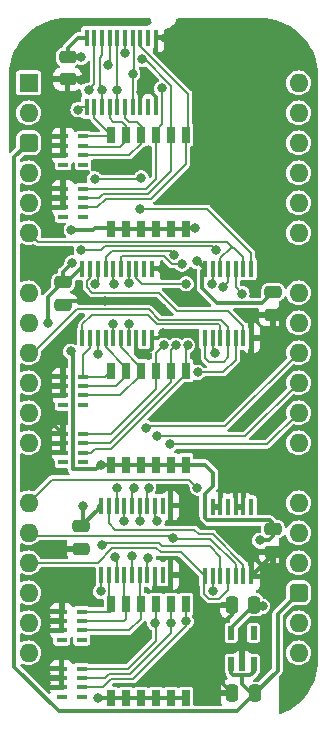
<source format=gtl>
%TF.GenerationSoftware,KiCad,Pcbnew,7.0.5*%
%TF.CreationDate,2024-02-16T14:40:26+02:00*%
%TF.ProjectId,Clock Hold Select,436c6f63-6b20-4486-9f6c-642053656c65,rev?*%
%TF.SameCoordinates,PX54c81a0PY37b6b20*%
%TF.FileFunction,Copper,L1,Top*%
%TF.FilePolarity,Positive*%
%FSLAX46Y46*%
G04 Gerber Fmt 4.6, Leading zero omitted, Abs format (unit mm)*
G04 Created by KiCad (PCBNEW 7.0.5) date 2024-02-16 14:40:26*
%MOMM*%
%LPD*%
G01*
G04 APERTURE LIST*
G04 Aperture macros list*
%AMRoundRect*
0 Rectangle with rounded corners*
0 $1 Rounding radius*
0 $2 $3 $4 $5 $6 $7 $8 $9 X,Y pos of 4 corners*
0 Add a 4 corners polygon primitive as box body*
4,1,4,$2,$3,$4,$5,$6,$7,$8,$9,$2,$3,0*
0 Add four circle primitives for the rounded corners*
1,1,$1+$1,$2,$3*
1,1,$1+$1,$4,$5*
1,1,$1+$1,$6,$7*
1,1,$1+$1,$8,$9*
0 Add four rect primitives between the rounded corners*
20,1,$1+$1,$2,$3,$4,$5,0*
20,1,$1+$1,$4,$5,$6,$7,0*
20,1,$1+$1,$6,$7,$8,$9,0*
20,1,$1+$1,$8,$9,$2,$3,0*%
G04 Aperture macros list end*
%TA.AperFunction,ComponentPad*%
%ADD10R,1.600000X1.600000*%
%TD*%
%TA.AperFunction,ComponentPad*%
%ADD11O,1.600000X1.600000*%
%TD*%
%TA.AperFunction,ComponentPad*%
%ADD12RoundRect,0.400000X-0.400000X-0.400000X0.400000X-0.400000X0.400000X0.400000X-0.400000X0.400000X0*%
%TD*%
%TA.AperFunction,SMDPad,CuDef*%
%ADD13R,0.600000X1.150000*%
%TD*%
%TA.AperFunction,SMDPad,CuDef*%
%ADD14R,0.450000X1.475000*%
%TD*%
%TA.AperFunction,SMDPad,CuDef*%
%ADD15R,0.750000X1.450000*%
%TD*%
%TA.AperFunction,SMDPad,CuDef*%
%ADD16RoundRect,0.250000X-0.475000X0.250000X-0.475000X-0.250000X0.475000X-0.250000X0.475000X0.250000X0*%
%TD*%
%TA.AperFunction,SMDPad,CuDef*%
%ADD17R,0.900000X0.450000*%
%TD*%
%TA.AperFunction,SMDPad,CuDef*%
%ADD18RoundRect,0.250000X0.250000X0.475000X-0.250000X0.475000X-0.250000X-0.475000X0.250000X-0.475000X0*%
%TD*%
%TA.AperFunction,ViaPad*%
%ADD19C,0.800000*%
%TD*%
%TA.AperFunction,Conductor*%
%ADD20C,0.380000*%
%TD*%
%TA.AperFunction,Conductor*%
%ADD21C,0.200000*%
%TD*%
%TA.AperFunction,Conductor*%
%ADD22C,0.250000*%
%TD*%
G04 APERTURE END LIST*
D10*
%TO.P,J1,1,Pin_1*%
%TO.N,unconnected-(J1-Pin_1-Pad1)*%
X0Y0D03*
D11*
%TO.P,J1,2,Pin_2*%
%TO.N,unconnected-(J1-Pin_2-Pad2)*%
X0Y-2540000D03*
D12*
%TO.P,J1,3,Pin_3*%
%TO.N,/5V*%
X0Y-5080000D03*
D11*
%TO.P,J1,4,Pin_4*%
%TO.N,unconnected-(J1-Pin_4-Pad4)*%
X0Y-7620000D03*
%TO.P,J1,5,Pin_5*%
%TO.N,unconnected-(J1-Pin_5-Pad5)*%
X0Y-10160000D03*
%TO.P,J1,6,Pin_6*%
%TO.N,/~{Device RAM}*%
X0Y-12700000D03*
D10*
%TO.P,J1,7,Pin_7*%
%TO.N,/GND*%
X0Y-15240000D03*
D11*
%TO.P,J1,8,Pin_8*%
%TO.N,unconnected-(J1-Pin_8-Pad8)*%
X0Y-17780000D03*
%TO.P,J1,9,Pin_9*%
%TO.N,unconnected-(J1-Pin_9-Pad9)*%
X0Y-20320000D03*
%TO.P,J1,10,Pin_10*%
%TO.N,/~{Device Registers}*%
X0Y-22860000D03*
%TO.P,J1,11,Pin_11*%
%TO.N,unconnected-(J1-Pin_11-Pad11)*%
X0Y-25400000D03*
%TO.P,J1,12,Pin_12*%
%TO.N,unconnected-(J1-Pin_12-Pad12)*%
X0Y-27940000D03*
%TO.P,J1,13,Pin_13*%
%TO.N,unconnected-(J1-Pin_13-Pad13)*%
X0Y-30480000D03*
D10*
%TO.P,J1,14,Pin_14*%
%TO.N,/GND*%
X0Y-33020000D03*
D11*
%TO.P,J1,15,Pin_15*%
%TO.N,/~{RD}*%
X0Y-35560000D03*
%TO.P,J1,16,Pin_16*%
%TO.N,/~{WD}*%
X0Y-38100000D03*
%TO.P,J1,17,Pin_17*%
%TO.N,/~{Device ROM}*%
X0Y-40640000D03*
%TO.P,J1,18,Pin_18*%
%TO.N,unconnected-(J1-Pin_18-Pad18)*%
X0Y-43180000D03*
%TO.P,J1,19,Pin_19*%
%TO.N,unconnected-(J1-Pin_19-Pad19)*%
X0Y-45720000D03*
%TO.P,J1,20,Pin_20*%
%TO.N,unconnected-(J1-Pin_20-Pad20)*%
X0Y-48260000D03*
%TO.P,J1,21,Pin_21*%
%TO.N,unconnected-(J1-Pin_21-Pad21)*%
X22860000Y-48260000D03*
%TO.P,J1,22,Pin_22*%
%TO.N,unconnected-(J1-Pin_22-Pad22)*%
X22860000Y-45720000D03*
D12*
%TO.P,J1,23,Pin_23*%
%TO.N,/5V*%
X22860000Y-43180000D03*
D11*
%TO.P,J1,24,Pin_24*%
%TO.N,unconnected-(J1-Pin_24-Pad24)*%
X22860000Y-40640000D03*
%TO.P,J1,25,Pin_25*%
%TO.N,unconnected-(J1-Pin_25-Pad25)*%
X22860000Y-38100000D03*
%TO.P,J1,26,Pin_26*%
%TO.N,unconnected-(J1-Pin_26-Pad26)*%
X22860000Y-35560000D03*
D10*
%TO.P,J1,27,Pin_27*%
%TO.N,/GND*%
X22860000Y-33020000D03*
D11*
%TO.P,J1,28,Pin_28*%
%TO.N,unconnected-(J1-Pin_28-Pad28)*%
X22860000Y-30480000D03*
%TO.P,J1,29,Pin_29*%
%TO.N,/H0*%
X22860000Y-27940000D03*
%TO.P,J1,30,Pin_30*%
%TO.N,/H1*%
X22860000Y-25400000D03*
%TO.P,J1,31,Pin_31*%
%TO.N,/H2*%
X22860000Y-22860000D03*
%TO.P,J1,32,Pin_32*%
%TO.N,unconnected-(J1-Pin_32-Pad32)*%
X22860000Y-20320000D03*
%TO.P,J1,33,Pin_33*%
%TO.N,unconnected-(J1-Pin_33-Pad33)*%
X22860000Y-17780000D03*
D10*
%TO.P,J1,34,Pin_34*%
%TO.N,/GND*%
X22860000Y-15240000D03*
D11*
%TO.P,J1,35,Pin_35*%
%TO.N,unconnected-(J1-Pin_35-Pad35)*%
X22860000Y-12700000D03*
%TO.P,J1,36,Pin_36*%
%TO.N,unconnected-(J1-Pin_36-Pad36)*%
X22860000Y-10160000D03*
%TO.P,J1,37,Pin_37*%
%TO.N,unconnected-(J1-Pin_37-Pad37)*%
X22860000Y-7620000D03*
%TO.P,J1,38,Pin_38*%
%TO.N,unconnected-(J1-Pin_38-Pad38)*%
X22860000Y-5080000D03*
%TO.P,J1,39,Pin_39*%
%TO.N,unconnected-(J1-Pin_39-Pad39)*%
X22860000Y-2540000D03*
%TO.P,J1,40,Pin_40*%
%TO.N,unconnected-(J1-Pin_40-Pad40)*%
X22860000Y0D03*
%TD*%
D13*
%TO.P,IC1,1,VIN*%
%TO.N,/5V*%
X17150000Y-49179000D03*
%TO.P,IC1,2,GND*%
%TO.N,/GND*%
X18100000Y-49179000D03*
%TO.P,IC1,3,EN*%
%TO.N,/5V*%
X19050000Y-49179000D03*
%TO.P,IC1,4,ADJ*%
%TO.N,unconnected-(IC1-ADJ-Pad4)*%
X19050000Y-46579000D03*
%TO.P,IC1,5,VOUT*%
%TO.N,/3.3V*%
X17150000Y-46579000D03*
%TD*%
D14*
%TO.P,IC2,20,3V*%
%TO.N,/3.3V*%
X4923229Y3827000D03*
%TO.P,IC2,19,~{2OE}*%
%TO.N,/~{RAM}+~{WD}*%
X5573229Y3827000D03*
%TO.P,IC2,18,1Y0*%
%TO.N,/H2*%
X6223229Y3827000D03*
%TO.P,IC2,17,2A0*%
%TO.N,/RAM WD H2*%
X6873229Y3827000D03*
%TO.P,IC2,16,1Y1*%
%TO.N,/H1*%
X7523229Y3827000D03*
%TO.P,IC2,15,2A1*%
%TO.N,/RAM WD H1*%
X8173229Y3827000D03*
%TO.P,IC2,14,1Y2*%
%TO.N,/H0*%
X8823229Y3827000D03*
%TO.P,IC2,13,2A2*%
%TO.N,/RAM WD H0*%
X9473229Y3827000D03*
%TO.P,IC2,12,1Y3*%
%TO.N,unconnected-(IC2-1Y3-Pad12)*%
X10123229Y3827000D03*
%TO.P,IC2,11,2A3*%
%TO.N,/GND*%
X10773229Y3827000D03*
%TO.P,IC2,10,GND*%
X10773229Y-2049000D03*
%TO.P,IC2,9,2Y3*%
%TO.N,unconnected-(IC2-2Y3-Pad9)*%
X10123229Y-2049000D03*
%TO.P,IC2,8,1A3*%
%TO.N,/GND*%
X9473229Y-2049000D03*
%TO.P,IC2,7,2Y2*%
%TO.N,/H0*%
X8823229Y-2049000D03*
%TO.P,IC2,6,1A2*%
%TO.N,/RAM RD H0*%
X8173229Y-2049000D03*
%TO.P,IC2,5,2Y1*%
%TO.N,/H1*%
X7523229Y-2049000D03*
%TO.P,IC2,4,1A1*%
%TO.N,/RAM RD H1*%
X6873229Y-2049000D03*
%TO.P,IC2,3,2Y0*%
%TO.N,/H2*%
X6223229Y-2049000D03*
%TO.P,IC2,2,1A0*%
%TO.N,/RAM RD H2*%
X5573229Y-2049000D03*
%TO.P,IC2,1,~{1OE}*%
%TO.N,/~{RAM}+~{RD}*%
X4923229Y-2049000D03*
%TD*%
%TO.P,IC3,1,1A*%
%TO.N,/~{Device ROM}*%
X14941000Y-41800000D03*
%TO.P,IC3,2,1B*%
%TO.N,/~{RD}*%
X15591000Y-41800000D03*
%TO.P,IC3,3,1Y*%
%TO.N,/~{ROM}+~{RD}*%
X16241000Y-41800000D03*
%TO.P,IC3,4,2A*%
%TO.N,/~{Device ROM}*%
X16891000Y-41800000D03*
%TO.P,IC3,5,2B*%
%TO.N,/~{WD}*%
X17541000Y-41800000D03*
%TO.P,IC3,6,2Y*%
%TO.N,/~{ROM}+~{WD}*%
X18191000Y-41800000D03*
%TO.P,IC3,7,GND*%
%TO.N,/GND*%
X18841000Y-41800000D03*
%TO.P,IC3,8,3Y*%
%TO.N,unconnected-(IC3-3Y-Pad8)*%
X18841000Y-35924000D03*
%TO.P,IC3,9,3A*%
%TO.N,/GND*%
X18191000Y-35924000D03*
%TO.P,IC3,10,3B*%
X17541000Y-35924000D03*
%TO.P,IC3,11,4Y*%
%TO.N,unconnected-(IC3-4Y-Pad11)*%
X16891000Y-35924000D03*
%TO.P,IC3,12,4A*%
%TO.N,/GND*%
X16241000Y-35924000D03*
%TO.P,IC3,13,4B*%
X15591000Y-35924000D03*
%TO.P,IC3,14,3V*%
%TO.N,/3.3V*%
X14941000Y-35924000D03*
%TD*%
%TO.P,IC4,1,~{1OE}*%
%TO.N,/~{REG}+~{RD}*%
X4568000Y-21607000D03*
%TO.P,IC4,2,1A0*%
%TO.N,/REG RD H2*%
X5218000Y-21607000D03*
%TO.P,IC4,3,2Y0*%
%TO.N,/H2*%
X5868000Y-21607000D03*
%TO.P,IC4,4,1A1*%
%TO.N,/REG RD H1*%
X6518000Y-21607000D03*
%TO.P,IC4,5,2Y1*%
%TO.N,/H1*%
X7168000Y-21607000D03*
%TO.P,IC4,6,1A2*%
%TO.N,/REG RD H0*%
X7818000Y-21607000D03*
%TO.P,IC4,7,2Y2*%
%TO.N,/H0*%
X8468000Y-21607000D03*
%TO.P,IC4,8,1A3*%
%TO.N,/GND*%
X9118000Y-21607000D03*
%TO.P,IC4,9,2Y3*%
%TO.N,unconnected-(IC4-2Y3-Pad9)*%
X9768000Y-21607000D03*
%TO.P,IC4,10,GND*%
%TO.N,/GND*%
X10418000Y-21607000D03*
%TO.P,IC4,11,2A3*%
X10418000Y-15731000D03*
%TO.P,IC4,12,1Y3*%
%TO.N,unconnected-(IC4-1Y3-Pad12)*%
X9768000Y-15731000D03*
%TO.P,IC4,13,2A2*%
%TO.N,/REG WD H0*%
X9118000Y-15731000D03*
%TO.P,IC4,14,1Y2*%
%TO.N,/H0*%
X8468000Y-15731000D03*
%TO.P,IC4,15,2A1*%
%TO.N,/REG WD H1*%
X7818000Y-15731000D03*
%TO.P,IC4,16,1Y1*%
%TO.N,/H1*%
X7168000Y-15731000D03*
%TO.P,IC4,17,2A0*%
%TO.N,/REG WD H2*%
X6518000Y-15731000D03*
%TO.P,IC4,18,1Y0*%
%TO.N,/H2*%
X5868000Y-15731000D03*
%TO.P,IC4,19,~{2OE}*%
%TO.N,/~{REG}+~{WD}*%
X5218000Y-15731000D03*
%TO.P,IC4,20,3V*%
%TO.N,/3.3V*%
X4568000Y-15731000D03*
%TD*%
%TO.P,IC5,1,~{1OE}*%
%TO.N,/~{ROM}+~{RD}*%
X6164250Y-41673000D03*
%TO.P,IC5,2,1A0*%
%TO.N,/ROM RD H2*%
X6814250Y-41673000D03*
%TO.P,IC5,3,2Y0*%
%TO.N,/H2*%
X7464250Y-41673000D03*
%TO.P,IC5,4,1A1*%
%TO.N,/ROM RD H1*%
X8114250Y-41673000D03*
%TO.P,IC5,5,2Y1*%
%TO.N,/H1*%
X8764250Y-41673000D03*
%TO.P,IC5,6,1A2*%
%TO.N,/ROM RD H0*%
X9414250Y-41673000D03*
%TO.P,IC5,7,2Y2*%
%TO.N,/H0*%
X10064250Y-41673000D03*
%TO.P,IC5,8,1A3*%
%TO.N,/GND*%
X10714250Y-41673000D03*
%TO.P,IC5,9,2Y3*%
%TO.N,unconnected-(IC5-2Y3-Pad9)*%
X11364250Y-41673000D03*
%TO.P,IC5,10,GND*%
%TO.N,/GND*%
X12014250Y-41673000D03*
%TO.P,IC5,11,2A3*%
X12014250Y-35797000D03*
%TO.P,IC5,12,1Y3*%
%TO.N,unconnected-(IC5-1Y3-Pad12)*%
X11364250Y-35797000D03*
%TO.P,IC5,13,2A2*%
%TO.N,/ROM WD H0*%
X10714250Y-35797000D03*
%TO.P,IC5,14,1Y2*%
%TO.N,/H0*%
X10064250Y-35797000D03*
%TO.P,IC5,15,2A1*%
%TO.N,/ROM WD H1*%
X9414250Y-35797000D03*
%TO.P,IC5,16,1Y1*%
%TO.N,/H1*%
X8764250Y-35797000D03*
%TO.P,IC5,17,2A0*%
%TO.N,/ROM WD H2*%
X8114250Y-35797000D03*
%TO.P,IC5,18,1Y0*%
%TO.N,/H2*%
X7464250Y-35797000D03*
%TO.P,IC5,19,~{2OE}*%
%TO.N,/~{ROM}+~{WD}*%
X6814250Y-35797000D03*
%TO.P,IC5,20,3V*%
%TO.N,/3.3V*%
X6164250Y-35797000D03*
%TD*%
%TO.P,IC6,1,1A*%
%TO.N,/~{Device Registers}*%
X14941000Y-21607000D03*
%TO.P,IC6,2,1B*%
%TO.N,/~{RD}*%
X15591000Y-21607000D03*
%TO.P,IC6,3,1Y*%
%TO.N,/~{REG}+~{RD}*%
X16241000Y-21607000D03*
%TO.P,IC6,4,2A*%
%TO.N,/~{Device Registers}*%
X16891000Y-21607000D03*
%TO.P,IC6,5,2B*%
%TO.N,/~{WD}*%
X17541000Y-21607000D03*
%TO.P,IC6,6,2Y*%
%TO.N,/~{REG}+~{WD}*%
X18191000Y-21607000D03*
%TO.P,IC6,7,GND*%
%TO.N,/GND*%
X18841000Y-21607000D03*
%TO.P,IC6,8,3Y*%
%TO.N,/~{RAM}+~{RD}*%
X18841000Y-15731000D03*
%TO.P,IC6,9,3A*%
%TO.N,/~{Device RAM}*%
X18191000Y-15731000D03*
%TO.P,IC6,10,3B*%
%TO.N,/~{RD}*%
X17541000Y-15731000D03*
%TO.P,IC6,11,4Y*%
%TO.N,/~{RAM}+~{WD}*%
X16891000Y-15731000D03*
%TO.P,IC6,12,4A*%
%TO.N,/~{Device RAM}*%
X16241000Y-15731000D03*
%TO.P,IC6,13,4B*%
%TO.N,/~{WD}*%
X15591000Y-15731000D03*
%TO.P,IC6,14,3V*%
%TO.N,/3.3V*%
X14941000Y-15731000D03*
%TD*%
D15*
%TO.P,S1,1*%
%TO.N,/3.3V*%
X6985000Y-12357000D03*
%TO.P,S1,2*%
X8255000Y-12357000D03*
%TO.P,S1,3*%
X9525000Y-12357000D03*
%TO.P,S1,4*%
X10795000Y-12357000D03*
%TO.P,S1,5*%
X12065000Y-12357000D03*
%TO.P,S1,6*%
X13335000Y-12357000D03*
%TO.P,S1,7*%
%TO.N,/RAM WD H0*%
X13335000Y-4407000D03*
%TO.P,S1,8*%
%TO.N,/RAM WD H1*%
X12065000Y-4407000D03*
%TO.P,S1,9*%
%TO.N,/RAM WD H2*%
X10795000Y-4407000D03*
%TO.P,S1,10*%
%TO.N,/RAM RD H0*%
X9525000Y-4407000D03*
%TO.P,S1,11*%
%TO.N,/RAM RD H1*%
X8255000Y-4407000D03*
%TO.P,S1,12*%
%TO.N,/RAM RD H2*%
X6985000Y-4407000D03*
%TD*%
%TO.P,S2,1*%
%TO.N,/3.3V*%
X6985000Y-32334000D03*
%TO.P,S2,2*%
X8255000Y-32334000D03*
%TO.P,S2,3*%
X9525000Y-32334000D03*
%TO.P,S2,4*%
X10795000Y-32334000D03*
%TO.P,S2,5*%
X12065000Y-32334000D03*
%TO.P,S2,6*%
X13335000Y-32334000D03*
%TO.P,S2,7*%
%TO.N,/REG WD H0*%
X13335000Y-24384000D03*
%TO.P,S2,8*%
%TO.N,/REG WD H1*%
X12065000Y-24384000D03*
%TO.P,S2,9*%
%TO.N,/REG WD H2*%
X10795000Y-24384000D03*
%TO.P,S2,10*%
%TO.N,/REG RD H0*%
X9525000Y-24384000D03*
%TO.P,S2,11*%
%TO.N,/REG RD H1*%
X8255000Y-24384000D03*
%TO.P,S2,12*%
%TO.N,/REG RD H2*%
X6985000Y-24384000D03*
%TD*%
%TO.P,S3,1*%
%TO.N,/3.3V*%
X6985000Y-52108000D03*
%TO.P,S3,2*%
X8255000Y-52108000D03*
%TO.P,S3,3*%
X9525000Y-52108000D03*
%TO.P,S3,4*%
X10795000Y-52108000D03*
%TO.P,S3,5*%
X12065000Y-52108000D03*
%TO.P,S3,6*%
X13335000Y-52108000D03*
%TO.P,S3,7*%
%TO.N,/ROM WD H0*%
X13335000Y-44158000D03*
%TO.P,S3,8*%
%TO.N,/ROM WD H1*%
X12065000Y-44158000D03*
%TO.P,S3,9*%
%TO.N,/ROM WD H2*%
X10795000Y-44158000D03*
%TO.P,S3,10*%
%TO.N,/ROM RD H0*%
X9525000Y-44158000D03*
%TO.P,S3,11*%
%TO.N,/ROM RD H1*%
X8255000Y-44158000D03*
%TO.P,S3,12*%
%TO.N,/ROM RD H2*%
X6985000Y-44158000D03*
%TD*%
D16*
%TO.P,C4,1*%
%TO.N,/3.3V*%
X20701000Y-37801000D03*
%TO.P,C4,2*%
%TO.N,/GND*%
X20701000Y-39701000D03*
%TD*%
D17*
%TO.P,RN2,1,R1*%
%TO.N,/GND*%
X2931000Y-8960000D03*
%TO.P,RN2,2,R2*%
X2931000Y-9760000D03*
%TO.P,RN2,3,R3*%
X2931000Y-10560000D03*
%TO.P,RN2,4,R4*%
%TO.N,unconnected-(RN2-R4-Pad4)*%
X2931000Y-11360000D03*
%TO.P,RN2,5,R4*%
%TO.N,unconnected-(RN2-R4-Pad5)*%
X4631000Y-11360000D03*
%TO.P,RN2,6,R3*%
%TO.N,/RAM WD H0*%
X4631000Y-10560000D03*
%TO.P,RN2,7,R2*%
%TO.N,/RAM WD H1*%
X4631000Y-9760000D03*
%TO.P,RN2,8,R1*%
%TO.N,/RAM WD H2*%
X4631000Y-8960000D03*
%TD*%
D18*
%TO.P,C10,1*%
%TO.N,/5V*%
X19161000Y-51689000D03*
%TO.P,C10,2*%
%TO.N,/GND*%
X17261000Y-51689000D03*
%TD*%
D17*
%TO.P,RN5,1,R1*%
%TO.N,/GND*%
X2804000Y-44774000D03*
%TO.P,RN5,2,R2*%
X2804000Y-45574000D03*
%TO.P,RN5,3,R3*%
X2804000Y-46374000D03*
%TO.P,RN5,4,R4*%
%TO.N,unconnected-(RN5-R4-Pad4)*%
X2804000Y-47174000D03*
%TO.P,RN5,5,R4*%
%TO.N,unconnected-(RN5-R4-Pad5)*%
X4504000Y-47174000D03*
%TO.P,RN5,6,R3*%
%TO.N,/ROM RD H0*%
X4504000Y-46374000D03*
%TO.P,RN5,7,R2*%
%TO.N,/ROM RD H1*%
X4504000Y-45574000D03*
%TO.P,RN5,8,R1*%
%TO.N,/ROM RD H2*%
X4504000Y-44774000D03*
%TD*%
%TO.P,RN1,1,R1*%
%TO.N,/GND*%
X2931000Y-4536558D03*
%TO.P,RN1,2,R2*%
X2931000Y-5336558D03*
%TO.P,RN1,3,R3*%
X2931000Y-6136558D03*
%TO.P,RN1,4,R4*%
%TO.N,unconnected-(RN1-R4-Pad4)*%
X2931000Y-6936558D03*
%TO.P,RN1,5,R4*%
%TO.N,unconnected-(RN1-R4-Pad5)*%
X4631000Y-6936558D03*
%TO.P,RN1,6,R3*%
%TO.N,/RAM RD H0*%
X4631000Y-6136558D03*
%TO.P,RN1,7,R2*%
%TO.N,/RAM RD H1*%
X4631000Y-5336558D03*
%TO.P,RN1,8,R1*%
%TO.N,/RAM RD H2*%
X4631000Y-4536558D03*
%TD*%
%TO.P,RN4,1,R1*%
%TO.N,/GND*%
X2931000Y-29720558D03*
%TO.P,RN4,2,R2*%
X2931000Y-30520558D03*
%TO.P,RN4,3,R3*%
X2931000Y-31320558D03*
%TO.P,RN4,4,R4*%
%TO.N,unconnected-(RN4-R4-Pad4)*%
X2931000Y-32120558D03*
%TO.P,RN4,5,R4*%
%TO.N,unconnected-(RN4-R4-Pad5)*%
X4631000Y-32120558D03*
%TO.P,RN4,6,R3*%
%TO.N,/REG WD H0*%
X4631000Y-31320558D03*
%TO.P,RN4,7,R2*%
%TO.N,/REG WD H1*%
X4631000Y-30520558D03*
%TO.P,RN4,8,R1*%
%TO.N,/REG WD H2*%
X4631000Y-29720558D03*
%TD*%
%TO.P,RN6,1,R1*%
%TO.N,/GND*%
X2804000Y-49600000D03*
%TO.P,RN6,2,R2*%
X2804000Y-50400000D03*
%TO.P,RN6,3,R3*%
X2804000Y-51200000D03*
%TO.P,RN6,4,R4*%
%TO.N,unconnected-(RN6-R4-Pad4)*%
X2804000Y-52000000D03*
%TO.P,RN6,5,R4*%
%TO.N,unconnected-(RN6-R4-Pad5)*%
X4504000Y-52000000D03*
%TO.P,RN6,6,R3*%
%TO.N,/ROM WD H0*%
X4504000Y-51200000D03*
%TO.P,RN6,7,R2*%
%TO.N,/ROM WD H1*%
X4504000Y-50400000D03*
%TO.P,RN6,8,R1*%
%TO.N,/ROM WD H2*%
X4504000Y-49600000D03*
%TD*%
D16*
%TO.P,C2,1*%
%TO.N,/3.3V*%
X4445000Y-37547000D03*
%TO.P,C2,2*%
%TO.N,/GND*%
X4445000Y-39447000D03*
%TD*%
%TO.P,C3,1*%
%TO.N,/3.3V*%
X20701000Y-17735000D03*
%TO.P,C3,2*%
%TO.N,/GND*%
X20701000Y-19635000D03*
%TD*%
D18*
%TO.P,C11,1*%
%TO.N,/3.3V*%
X19095000Y-44196000D03*
%TO.P,C11,2*%
%TO.N,/GND*%
X17195000Y-44196000D03*
%TD*%
D17*
%TO.P,RN3,1,R1*%
%TO.N,/GND*%
X2931000Y-24873000D03*
%TO.P,RN3,2,R2*%
X2931000Y-25673000D03*
%TO.P,RN3,3,R3*%
X2931000Y-26473000D03*
%TO.P,RN3,4,R4*%
%TO.N,unconnected-(RN3-R4-Pad4)*%
X2931000Y-27273000D03*
%TO.P,RN3,5,R4*%
%TO.N,unconnected-(RN3-R4-Pad5)*%
X4631000Y-27273000D03*
%TO.P,RN3,6,R3*%
%TO.N,/REG RD H0*%
X4631000Y-26473000D03*
%TO.P,RN3,7,R2*%
%TO.N,/REG RD H1*%
X4631000Y-25673000D03*
%TO.P,RN3,8,R1*%
%TO.N,/REG RD H2*%
X4631000Y-24873000D03*
%TD*%
D16*
%TO.P,C12,1*%
%TO.N,/3.3V*%
X2921001Y-16895999D03*
%TO.P,C12,2*%
%TO.N,/GND*%
X2921001Y-18795999D03*
%TD*%
%TO.P,C1,1*%
%TO.N,/3.3V*%
X3302000Y2204000D03*
%TO.P,C1,2*%
%TO.N,/GND*%
X3302000Y304000D03*
%TD*%
D19*
%TO.N,/GND*%
X11557000Y3810000D03*
X9540440Y-798622D03*
X9271000Y-6858000D03*
X7555000Y-7239000D03*
%TO.N,/~{RAM}+~{WD}*%
X5080000Y-635000D03*
%TO.N,/GND*%
X11303000Y-15748000D03*
X4444999Y253999D03*
X2921000Y-42925990D03*
X1524000Y-31496000D03*
X13589000Y-36322000D03*
X2921000Y-39497000D03*
X17780000Y-38735000D03*
X11276434Y-19028000D03*
X6463421Y-18477131D03*
X11386502Y-21166000D03*
%TO.N,/3.3V*%
X4572000Y-35814000D03*
X3556000Y-22733000D03*
X1651000Y-20320000D03*
X19811995Y-44322995D03*
X14224000Y-15113000D03*
X5920600Y-52118406D03*
X4445000Y2159000D03*
X3683000Y-15240000D03*
X6096000Y-32385000D03*
X3626000Y-12453000D03*
X14097000Y-12319000D03*
X19557998Y-38735004D03*
%TO.N,/~{RAM}+~{RD}*%
X9460000Y-10668000D03*
X9543046Y-8056427D03*
X5588000Y-8128000D03*
X4191000Y-2286000D03*
%TO.N,/H0*%
X10153524Y-40226475D03*
X8823229Y762000D03*
X11938006Y-30621277D03*
X10160000Y-34290000D03*
X8473582Y-16948879D03*
X8509000Y-20385000D03*
%TO.N,/H1*%
X7239002Y-17018008D03*
X7523229Y-635004D03*
X10857229Y-29904686D03*
X8752979Y-40089000D03*
X7145793Y-20418793D03*
X8890000Y-34290000D03*
%TO.N,/H2*%
X5861268Y-22987000D03*
X7493000Y-34290000D03*
X6223000Y-635000D03*
X5659000Y-17041778D03*
X7352979Y-40118971D03*
X9906000Y-29210000D03*
%TO.N,/~{RAM}+~{WD}*%
X4473000Y-14187000D03*
X15875000Y-14187000D03*
X16482000Y-17317773D03*
%TO.N,/~{RD}*%
X18062000Y-17845759D03*
X14302003Y-34313226D03*
X15776000Y-22905974D03*
X15578846Y-42988000D03*
%TO.N,/~{WD}*%
X15511732Y-17075730D03*
X12263152Y-38543000D03*
X14323000Y-24513875D03*
%TO.N,/RAM WD H2*%
X6721813Y1494179D03*
X11298229Y-477172D03*
%TO.N,/RAM WD H1*%
X8193000Y2485970D03*
X9593000Y1981190D03*
%TO.N,/REG WD H2*%
X12349161Y-14562000D03*
X11432911Y-22228718D03*
%TO.N,/REG WD H1*%
X12970731Y-15345361D03*
X12462020Y-22218323D03*
%TO.N,/REG WD H0*%
X13335000Y-17017998D03*
X13461996Y-22225000D03*
%TO.N,/~{ROM}+~{RD}*%
X6223000Y-39116000D03*
X6096000Y-43053000D03*
%TO.N,/ROM WD H2*%
X8064250Y-37143000D03*
X10668000Y-45720000D03*
%TO.N,/ROM WD H1*%
X9464252Y-37143000D03*
X12065000Y-45720000D03*
%TO.N,/ROM WD H0*%
X13335000Y-45593000D03*
X10886028Y-37143000D03*
%TD*%
D20*
%TO.N,/GND*%
X2931000Y-31320558D02*
X1699442Y-31320558D01*
X1699442Y-31320558D02*
X1524000Y-31496000D01*
D21*
%TO.N,/RAM RD H2*%
X5573229Y-2995229D02*
X5573229Y-2049000D01*
X6985000Y-4407000D02*
X5573229Y-2995229D01*
%TO.N,/RAM RD H1*%
X7188729Y-3302000D02*
X6873229Y-2986500D01*
X6873229Y-2986500D02*
X6873229Y-2049000D01*
X7874000Y-3302000D02*
X7188729Y-3302000D01*
X8255000Y-3683000D02*
X7874000Y-3302000D01*
X8255000Y-3848500D02*
X8255000Y-3683000D01*
%TO.N,/H0*%
X8893000Y831771D02*
X8823229Y762000D01*
X8893000Y3757229D02*
X8893000Y831771D01*
%TO.N,/RAM WD H0*%
X13521000Y-956860D02*
X13521000Y-4221000D01*
X9473229Y3090911D02*
X13521000Y-956860D01*
%TO.N,/RAM WD H1*%
X9829810Y1981190D02*
X9593000Y1981190D01*
%TO.N,/RAM WD H0*%
X9473229Y3827000D02*
X9473229Y3090911D01*
%TO.N,/RAM WD H1*%
X12065000Y-4057000D02*
X12065000Y-254000D01*
X12065000Y-254000D02*
X9829810Y1981190D01*
%TO.N,/H1*%
X7493000Y-604775D02*
X7523229Y-635004D01*
X7493000Y3796771D02*
X7493000Y-604775D01*
%TO.N,/RAM WD H1*%
X8173229Y3827000D02*
X8173229Y2505741D01*
X8173229Y2505741D02*
X8193000Y2485970D01*
%TO.N,/RAM WD H2*%
X6873229Y1645595D02*
X6721813Y1494179D01*
X6873229Y3827000D02*
X6873229Y1645595D01*
D20*
%TO.N,/GND*%
X11540000Y3827000D02*
X11557000Y3810000D01*
X10773229Y3827000D02*
X11540000Y3827000D01*
D21*
%TO.N,/RAM WD H2*%
X11323992Y-502935D02*
X11298229Y-477172D01*
X11323992Y-3528008D02*
X11323992Y-502935D01*
X10795000Y-4057000D02*
X11323992Y-3528008D01*
D20*
%TO.N,/GND*%
X10400058Y-798622D02*
X9540440Y-798622D01*
X10773229Y-1171793D02*
X10400058Y-798622D01*
X10773229Y-2049000D02*
X10773229Y-1171793D01*
D21*
%TO.N,/H0*%
X8823229Y-2049000D02*
X8823229Y762000D01*
D20*
%TO.N,/GND*%
X9473229Y-865833D02*
X9540440Y-798622D01*
X9473229Y-2049000D02*
X9473229Y-865833D01*
D21*
%TO.N,/H1*%
X7523229Y-2049000D02*
X7523229Y-635004D01*
%TO.N,/H2*%
X6021813Y2108944D02*
X6021813Y-433813D01*
X6223229Y3827000D02*
X6223229Y2310360D01*
X6021813Y-433813D02*
X6223000Y-635000D01*
X6223229Y2310360D02*
X6021813Y2108944D01*
D20*
%TO.N,/GND*%
X8890000Y-7239000D02*
X9271000Y-6858000D01*
X7555000Y-7239000D02*
X8890000Y-7239000D01*
D21*
%TO.N,/~{RAM}+~{RD}*%
X4923229Y-2049000D02*
X4428000Y-2049000D01*
X4428000Y-2049000D02*
X4191000Y-2286000D01*
D20*
%TO.N,/3.3V*%
X3302000Y2921000D02*
X3302000Y2204000D01*
X4208000Y3827000D02*
X3302000Y2921000D01*
X4920787Y3827000D02*
X4208000Y3827000D01*
%TO.N,/GND*%
X4394998Y304000D02*
X4444999Y253999D01*
X3302000Y304000D02*
X4394998Y304000D01*
%TO.N,/3.3V*%
X3302000Y2204000D02*
X4400000Y2204000D01*
X4400000Y2204000D02*
X4445000Y2159000D01*
D21*
%TO.N,/H2*%
X6223229Y-2049000D02*
X6223229Y-635229D01*
X6223229Y-635229D02*
X6223000Y-635000D01*
%TO.N,/~{RAM}+~{WD}*%
X5573229Y-141771D02*
X5080000Y-635000D01*
X5573229Y3827000D02*
X5573229Y-141771D01*
%TO.N,/RAM RD H0*%
X8173229Y-2966229D02*
X8173229Y-2049000D01*
X9144000Y-3302000D02*
X8509000Y-3302000D01*
X9596000Y-4336000D02*
X9596000Y-3754000D01*
X9596000Y-3754000D02*
X9144000Y-3302000D01*
X8509000Y-3302000D02*
X8173229Y-2966229D01*
%TO.N,/RAM RD H2*%
X4631000Y-4536558D02*
X6855442Y-4536558D01*
%TO.N,/RAM RD H1*%
X7747000Y-5461000D02*
X8255000Y-4953000D01*
%TO.N,/RAM RD H0*%
X9525000Y-5149558D02*
X9525000Y-4407000D01*
X8538000Y-6136558D02*
X9525000Y-5149558D01*
%TO.N,/RAM WD H2*%
X5911000Y-9006000D02*
X9917000Y-9006000D01*
X5865000Y-8960000D02*
X5911000Y-9006000D01*
X4631000Y-8960000D02*
X5865000Y-8960000D01*
%TO.N,/RAM WD H1*%
X12065000Y-7494396D02*
X12065000Y-4407000D01*
%TO.N,/RAM WD H2*%
X10795000Y-8128000D02*
X10795000Y-4407000D01*
%TO.N,/RAM WD H1*%
X10118396Y-9441000D02*
X12065000Y-7494396D01*
X6305604Y-9441000D02*
X10118396Y-9441000D01*
X5986604Y-9760000D02*
X6305604Y-9441000D01*
%TO.N,/RAM WD H0*%
X5823000Y-10560000D02*
X4631000Y-10560000D01*
%TO.N,/RAM WD H1*%
X4631000Y-9760000D02*
X5986604Y-9760000D01*
%TO.N,/RAM WD H0*%
X10354792Y-9841000D02*
X6542000Y-9841000D01*
X13335000Y-6860792D02*
X10354792Y-9841000D01*
X13335000Y-4407000D02*
X13335000Y-6860792D01*
D20*
%TO.N,/3.3V*%
X13373000Y-12319000D02*
X14097000Y-12319000D01*
X5588000Y-12319000D02*
X5454000Y-12453000D01*
X6947000Y-12319000D02*
X5588000Y-12319000D01*
X9525000Y-12357000D02*
X10795000Y-12357000D01*
X12065000Y-12357000D02*
X13335000Y-12357000D01*
X8255000Y-12357000D02*
X9525000Y-12357000D01*
X5454000Y-12453000D02*
X3626000Y-12453000D01*
X10795000Y-12357000D02*
X12065000Y-12357000D01*
X6985000Y-12357000D02*
X8255000Y-12357000D01*
D21*
%TO.N,/RAM RD H0*%
X4631000Y-6136558D02*
X8538000Y-6136558D01*
%TO.N,/RAM RD H1*%
X4755442Y-5461000D02*
X7747000Y-5461000D01*
%TO.N,/RAM WD H2*%
X9917000Y-9006000D02*
X10795000Y-8128000D01*
%TO.N,/RAM WD H0*%
X6542000Y-9841000D02*
X5823000Y-10560000D01*
%TO.N,/~{Device RAM}*%
X762000Y-13462000D02*
X16764000Y-13462000D01*
%TO.N,/REG WD H1*%
X12142572Y-15345361D02*
X12970731Y-15345361D01*
X7949500Y-14662000D02*
X11459211Y-14662000D01*
X7818000Y-14793500D02*
X7949500Y-14662000D01*
%TO.N,/REG WD H2*%
X7049500Y-14262000D02*
X12049161Y-14262000D01*
X6518000Y-15731000D02*
X6518000Y-14793500D01*
%TO.N,/~{RAM}+~{WD}*%
X6159650Y-14187000D02*
X4473000Y-14187000D01*
%TO.N,/~{Device RAM}*%
X453000Y-13153000D02*
X762000Y-13462000D01*
%TO.N,/REG WD H1*%
X7818000Y-15731000D02*
X7818000Y-14793500D01*
%TO.N,/~{RAM}+~{WD}*%
X6484650Y-13862000D02*
X6159650Y-14187000D01*
X15875000Y-14187000D02*
X15550000Y-13862000D01*
%TO.N,/REG WD H2*%
X12049161Y-14262000D02*
X12349161Y-14562000D01*
%TO.N,/~{RAM}+~{WD}*%
X15550000Y-13862000D02*
X6484650Y-13862000D01*
%TO.N,/~{Device RAM}*%
X16764000Y-13462000D02*
X17272000Y-13970000D01*
%TO.N,/REG WD H2*%
X6518000Y-14793500D02*
X7049500Y-14262000D01*
%TO.N,/REG WD H1*%
X11459211Y-14662000D02*
X12142572Y-15345361D01*
D20*
%TO.N,/GND*%
X11286000Y-15731000D02*
X11303000Y-15748000D01*
X10418000Y-15731000D02*
X11286000Y-15731000D01*
X10418000Y-22550665D02*
X10418000Y-21607000D01*
X10234165Y-22734500D02*
X10418000Y-22550665D01*
X9118000Y-22724500D02*
X9128000Y-22734500D01*
X9118000Y-21607000D02*
X9118000Y-22724500D01*
X9128000Y-22734500D02*
X10234165Y-22734500D01*
X12717000Y-41673000D02*
X12014250Y-41673000D01*
X14224000Y-43180000D02*
X12717000Y-41673000D01*
X14224000Y-43434000D02*
X14224000Y-43180000D01*
X17195000Y-44196000D02*
X14986000Y-44196000D01*
X14986000Y-44196000D02*
X14224000Y-43434000D01*
X16460000Y-45770000D02*
X16460000Y-47879000D01*
X17195000Y-44196000D02*
X17195000Y-45035000D01*
X17195000Y-45035000D02*
X16460000Y-45770000D01*
X12014250Y-42765500D02*
X12014250Y-41673000D01*
X10749250Y-42800500D02*
X11979250Y-42800500D01*
X11979250Y-42800500D02*
X12014250Y-42765500D01*
X10749250Y-41708000D02*
X10749250Y-42800500D01*
%TO.N,/5V*%
X18100000Y-50926999D02*
X18862000Y-51689000D01*
X-1190000Y-49461000D02*
X-1190000Y-6270000D01*
X17317000Y-50143999D02*
X17150001Y-49977000D01*
X18100000Y-50144000D02*
X18100000Y-50926999D01*
X-1190000Y-6270000D02*
X0Y-5080000D01*
X19050000Y-49884001D02*
X18790000Y-50144000D01*
X19161000Y-51689000D02*
X17627000Y-53223000D01*
X17150001Y-49977000D02*
X17150000Y-49179000D01*
X18790000Y-50144000D02*
X18100000Y-50144000D01*
X18100000Y-50144000D02*
X17317000Y-50143999D01*
X19161000Y-51689000D02*
X21082000Y-49768000D01*
X17627000Y-53223000D02*
X2572000Y-53223000D01*
X19050000Y-49179000D02*
X19050000Y-49884001D01*
X21082000Y-44958000D02*
X22860000Y-43180000D01*
X21082000Y-49768000D02*
X21082000Y-44958000D01*
X2572000Y-53223000D02*
X-1190000Y-49461000D01*
D22*
%TO.N,/GND*%
X2931000Y-6136558D02*
X2931000Y-5336558D01*
D20*
X17780000Y-38735000D02*
X18746000Y-39701000D01*
X20701000Y-20828000D02*
X20701000Y-19635000D01*
X10945502Y-21607000D02*
X11386502Y-21166000D01*
D22*
X2931000Y-9760000D02*
X2931000Y-8960000D01*
D20*
X18746000Y-39701000D02*
X20701000Y-39701000D01*
X14986000Y-37719000D02*
X16764000Y-37719000D01*
X23352915Y-18970000D02*
X24050000Y-18272915D01*
X6528290Y-18542000D02*
X6463421Y-18477131D01*
X10790434Y-18542000D02*
X6528290Y-18542000D01*
X2931000Y-26473000D02*
X2931000Y-25673000D01*
X2931000Y-25673000D02*
X2931000Y-24873000D01*
X16460000Y-47879000D02*
X16460000Y-50888000D01*
X10418000Y-21607000D02*
X10945502Y-21607000D01*
D22*
X2931000Y-5336558D02*
X2931000Y-4536558D01*
D20*
X13589000Y-36322000D02*
X14986000Y-37719000D01*
X20701000Y-19635000D02*
X21366000Y-18970000D01*
X3239869Y-18477131D02*
X6463421Y-18477131D01*
D22*
X2931000Y-10560000D02*
X2931000Y-9760000D01*
D20*
X21366000Y-18970000D02*
X23352915Y-18970000D01*
X24050000Y-16430000D02*
X22860000Y-15240000D01*
X2923558Y-29720558D02*
X1905000Y-28702000D01*
X24050000Y-18272915D02*
X24050000Y-16430000D01*
X2804000Y-45574000D02*
X2804000Y-44774000D01*
X18100000Y-49179000D02*
X18100000Y-48224000D01*
X2921000Y-44657000D02*
X2921000Y-42925990D01*
X20701000Y-39940000D02*
X18841000Y-41800000D01*
X11276434Y-19028000D02*
X10790434Y-18542000D01*
X16460000Y-50888000D02*
X17261000Y-51689000D01*
X19922000Y-21607000D02*
X20701000Y-20828000D01*
X2921001Y-18795999D02*
X3239869Y-18477131D01*
X2804000Y-46374000D02*
X2804000Y-45574000D01*
X16764000Y-37719000D02*
X17780000Y-38735000D01*
X2101000Y-26473000D02*
X2931000Y-26473000D01*
X1905000Y-26669000D02*
X2101000Y-26473000D01*
X1905000Y-28702000D02*
X1905000Y-26669000D01*
X2804000Y-44774000D02*
X2921000Y-44657000D01*
X17755000Y-47879000D02*
X16460000Y-47879000D01*
X2931000Y-31320558D02*
X2931000Y-30520558D01*
X18841000Y-21607000D02*
X19922000Y-21607000D01*
X2931000Y-30520558D02*
X2931000Y-29720558D01*
X2921000Y-39497000D02*
X4395000Y-39497000D01*
X18100000Y-48224000D02*
X17755000Y-47879000D01*
%TO.N,/3.3V*%
X2921000Y-16002000D02*
X3683000Y-15240000D01*
X8255000Y-32334000D02*
X9525000Y-32334000D01*
X14941000Y-34791458D02*
X15621000Y-34111458D01*
X9525000Y-32334000D02*
X10795000Y-32334000D01*
X5931006Y-52108000D02*
X5920600Y-52118406D01*
X8255000Y-52108000D02*
X9525000Y-52108000D01*
X5941000Y-35793250D02*
X5941000Y-36051000D01*
X1651000Y-20320000D02*
X1651000Y-18166000D01*
X4568000Y-15731000D02*
X4401000Y-15731000D01*
X6147000Y-32334000D02*
X6096000Y-32385000D01*
X20319996Y-38735004D02*
X19557998Y-38735004D01*
X9525000Y-52108000D02*
X10795000Y-52108000D01*
X10795000Y-52108000D02*
X12065000Y-52108000D01*
X20701000Y-37801000D02*
X20701000Y-37338000D01*
X1651000Y-18166000D02*
X2921001Y-16895999D01*
X4572000Y-37165998D02*
X4317999Y-37419999D01*
X20414500Y-37051500D02*
X15138744Y-37051500D01*
X15621000Y-33020001D02*
X14934999Y-32334000D01*
X20701000Y-37801000D02*
X20701000Y-38354000D01*
X14934999Y-32334000D02*
X13335000Y-32334000D01*
X6164250Y-35797000D02*
X5906500Y-36054750D01*
X14941000Y-35924000D02*
X14941000Y-34791458D01*
X19685000Y-44196000D02*
X19811995Y-44322995D01*
X15138744Y-37051500D02*
X14941000Y-36853756D01*
X14721732Y-17402959D02*
X15954532Y-18635759D01*
X2921000Y-16895998D02*
X2921000Y-16002000D01*
X17150000Y-46579000D02*
X17150000Y-46141000D01*
X14721732Y-15950268D02*
X14721732Y-17402959D01*
X6985000Y-52108000D02*
X5931006Y-52108000D01*
X14941000Y-15731000D02*
X14721732Y-15950268D01*
X20701000Y-38354000D02*
X20319996Y-38735004D01*
X3771000Y-32715558D02*
X3771000Y-22948000D01*
X20701000Y-37338000D02*
X20414500Y-37051500D01*
X5941000Y-36051000D02*
X4445000Y-37547000D01*
X14941000Y-36853756D02*
X14941000Y-35924000D01*
X15621000Y-34111458D02*
X15621000Y-33020001D01*
X6985000Y-32334000D02*
X8255000Y-32334000D01*
X3771000Y-22948000D02*
X3556000Y-22733000D01*
X19800241Y-18635759D02*
X20701000Y-17735000D01*
X6096000Y-32385000D02*
X5745442Y-32735558D01*
X4401000Y-15731000D02*
X3236001Y-16895999D01*
X4572000Y-35814000D02*
X4572000Y-37165998D01*
X12065000Y-52108000D02*
X13335000Y-52108000D01*
X12065000Y-32334000D02*
X13335000Y-32334000D01*
X5745442Y-32735558D02*
X3791000Y-32735558D01*
X14941000Y-15731000D02*
X14323000Y-15113000D01*
X6985000Y-32334000D02*
X6147000Y-32334000D01*
X14323000Y-15113000D02*
X14224000Y-15113000D01*
X15954532Y-18635759D02*
X19800241Y-18635759D01*
X6985000Y-52108000D02*
X8255000Y-52108000D01*
X19095000Y-44196000D02*
X19685000Y-44196000D01*
X10795000Y-32334000D02*
X12065000Y-32334000D01*
X3791000Y-32735558D02*
X3771000Y-32715558D01*
X17150000Y-46141000D02*
X19095000Y-44196000D01*
D21*
%TO.N,/~{RAM}+~{RD}*%
X18841000Y-14396000D02*
X15113000Y-10668000D01*
X18841000Y-15731000D02*
X18841000Y-14396000D01*
X9471473Y-8128000D02*
X9543046Y-8056427D01*
X15113000Y-10668000D02*
X9460000Y-10668000D01*
X5588000Y-8128000D02*
X9471473Y-8128000D01*
%TO.N,/H0*%
X10064250Y-41673000D02*
X10064250Y-40315749D01*
X10064250Y-40315749D02*
X10153524Y-40226475D01*
X8468000Y-20426000D02*
X8509000Y-20385000D01*
X20178723Y-30621277D02*
X11938006Y-30621277D01*
X10064250Y-35797000D02*
X10064250Y-34385750D01*
X8468000Y-21607000D02*
X8468000Y-20426000D01*
X10064250Y-34385750D02*
X10160000Y-34290000D01*
X8468000Y-16943297D02*
X8473582Y-16948879D01*
X22860000Y-27940000D02*
X20178723Y-30621277D01*
X8468000Y-15731000D02*
X8468000Y-16943297D01*
%TO.N,/H1*%
X7168000Y-16947006D02*
X7239002Y-17018008D01*
X8764250Y-35797000D02*
X8764250Y-34415750D01*
X8764250Y-40100271D02*
X8752979Y-40089000D01*
X8764250Y-34415750D02*
X8890000Y-34290000D01*
X22860000Y-25400000D02*
X18355314Y-29904686D01*
X7168000Y-20441000D02*
X7145793Y-20418793D01*
X7168000Y-15731000D02*
X7168000Y-16947006D01*
X7168000Y-21607000D02*
X7168000Y-20441000D01*
X18355314Y-29904686D02*
X10857229Y-29904686D01*
X8764250Y-41673000D02*
X8764250Y-40100271D01*
%TO.N,/H2*%
X5868000Y-21607000D02*
X5868000Y-22980268D01*
X7464250Y-40230242D02*
X7352979Y-40118971D01*
X7464250Y-34318750D02*
X7493000Y-34290000D01*
X10033000Y-29083000D02*
X9906000Y-29210000D01*
X5868000Y-15731000D02*
X5868000Y-16832778D01*
X16637000Y-29083000D02*
X10033000Y-29083000D01*
X7464250Y-41673000D02*
X7464250Y-40230242D01*
X7464250Y-35797000D02*
X7464250Y-34318750D01*
X5868000Y-16832778D02*
X5659000Y-17041778D01*
X5868000Y-22980268D02*
X5861268Y-22987000D01*
X22860000Y-22860000D02*
X16637000Y-29083000D01*
%TO.N,/~{RAM}+~{WD}*%
X16891000Y-15731000D02*
X16891000Y-16908773D01*
X16891000Y-16908773D02*
X16482000Y-17317773D01*
%TO.N,/~{Device Registers}*%
X4078173Y-19177000D02*
X10195682Y-19177000D01*
X16287500Y-20066000D02*
X16891000Y-20669500D01*
X16510000Y-23622000D02*
X16891000Y-23241000D01*
X16891000Y-20669500D02*
X16891000Y-21607000D01*
X14941000Y-23303473D02*
X15259527Y-23622000D01*
X395173Y-22860000D02*
X4078173Y-19177000D01*
X14941000Y-21607000D02*
X14941000Y-23303473D01*
X10195682Y-19177000D02*
X11084682Y-20066000D01*
X15259527Y-23622000D02*
X16510000Y-23622000D01*
X11084682Y-20066000D02*
X16287500Y-20066000D01*
X16891000Y-23241000D02*
X16891000Y-21607000D01*
%TO.N,/~{RD}*%
X13578777Y-33590000D02*
X14302003Y-34313226D01*
X17541000Y-17324759D02*
X18062000Y-17845759D01*
X15591000Y-41800000D02*
X15591000Y-42975846D01*
X0Y-35560000D02*
X1970000Y-33590000D01*
X15591000Y-21607000D02*
X15591000Y-22720974D01*
X17541000Y-15731000D02*
X17541000Y-17324759D01*
X15591000Y-22720974D02*
X15776000Y-22905974D01*
X1970000Y-33590000D02*
X13578777Y-33590000D01*
X15591000Y-42975846D02*
X15578846Y-42988000D01*
%TO.N,/~{REG}+~{RD}*%
X16241000Y-20619500D02*
X16241000Y-21607000D01*
X5334000Y-19685000D02*
X10137997Y-19685000D01*
X10918997Y-20466000D02*
X16087500Y-20466000D01*
X10137997Y-19685000D02*
X10918997Y-20466000D01*
X16087500Y-20466000D02*
X16241000Y-20619500D01*
X4568000Y-21607000D02*
X4568000Y-20451000D01*
X4568000Y-20451000D02*
X5334000Y-19685000D01*
%TO.N,/~{WD}*%
X16507125Y-24513875D02*
X14323000Y-24513875D01*
X17541000Y-41800000D02*
X17541000Y-40782000D01*
X272000Y-38372000D02*
X8687314Y-38372000D01*
X12329152Y-38609000D02*
X12263152Y-38543000D01*
X15591000Y-16996462D02*
X15511732Y-17075730D01*
X17541000Y-23480000D02*
X16507125Y-24513875D01*
X15591000Y-15731000D02*
X15591000Y-16996462D01*
X12055152Y-38335000D02*
X12263152Y-38543000D01*
X8687314Y-38372000D02*
X8724314Y-38335000D01*
X8724314Y-38335000D02*
X12055152Y-38335000D01*
X17541000Y-40782000D02*
X15368000Y-38609000D01*
X17541000Y-21607000D02*
X17541000Y-23480000D01*
X15368000Y-38609000D02*
X12329152Y-38609000D01*
%TO.N,/~{REG}+~{WD}*%
X5404403Y-17777131D02*
X4959000Y-17331728D01*
X12542384Y-19304000D02*
X11015515Y-17777131D01*
X5207000Y-16503828D02*
X5207000Y-15742000D01*
X16875500Y-19304000D02*
X12542384Y-19304000D01*
X4959000Y-17331728D02*
X4959000Y-16751828D01*
X11015515Y-17777131D02*
X5404403Y-17777131D01*
X18191000Y-21607000D02*
X18191000Y-20619500D01*
X18191000Y-20619500D02*
X16875500Y-19304000D01*
X4959000Y-16751828D02*
X5207000Y-16503828D01*
%TO.N,/~{Device RAM}*%
X16241000Y-14874000D02*
X17145000Y-13970000D01*
X18191000Y-14743500D02*
X18191000Y-15731000D01*
X17145000Y-13970000D02*
X17417500Y-13970000D01*
X17417500Y-13970000D02*
X18191000Y-14743500D01*
X16241000Y-15731000D02*
X16241000Y-14874000D01*
%TO.N,/~{Device ROM}*%
X5842000Y-40640000D02*
X7093000Y-39389000D01*
X15288896Y-43688000D02*
X14878846Y-43277950D01*
X14878846Y-43277950D02*
X14878846Y-41862154D01*
X16891000Y-42926000D02*
X16129000Y-43688000D01*
X12892000Y-39751000D02*
X14941000Y-41800000D01*
X10814000Y-39389000D02*
X11176000Y-39751000D01*
X11176000Y-39751000D02*
X12892000Y-39751000D01*
X0Y-40640000D02*
X5842000Y-40640000D01*
X16129000Y-43688000D02*
X15288896Y-43688000D01*
X7093000Y-39389000D02*
X10814000Y-39389000D01*
X16891000Y-41800000D02*
X16891000Y-42926000D01*
%TO.N,/REG RD H0*%
X7818000Y-22375000D02*
X7818000Y-21607000D01*
X9525000Y-24734000D02*
X7786000Y-26473000D01*
X9477000Y-24034000D02*
X7818000Y-22375000D01*
X7786000Y-26473000D02*
X4631000Y-26473000D01*
%TO.N,/REG RD H1*%
X6518000Y-22345000D02*
X6518000Y-21607000D01*
X4631000Y-25673000D02*
X7446000Y-25673000D01*
X8207000Y-24034000D02*
X6518000Y-22345000D01*
X7446000Y-25673000D02*
X8255000Y-24864000D01*
%TO.N,/REG RD H2*%
X5218000Y-22494050D02*
X5218000Y-21607000D01*
X4631000Y-24873000D02*
X4631000Y-23081050D01*
X6985000Y-24384000D02*
X6477000Y-24892000D01*
X4631000Y-23081050D02*
X5218000Y-22494050D01*
X6477000Y-24892000D02*
X4650000Y-24892000D01*
%TO.N,/REG WD H2*%
X10795000Y-24384000D02*
X10795000Y-22866629D01*
X4631000Y-29720558D02*
X6982442Y-29720558D01*
X6982442Y-29720558D02*
X10795000Y-25908000D01*
X10795000Y-22866629D02*
X11432911Y-22228718D01*
X10795000Y-25908000D02*
X10795000Y-24384000D01*
%TO.N,/REG WD H1*%
X6903442Y-30520558D02*
X12065000Y-25359000D01*
X12065000Y-22615343D02*
X12462020Y-22218323D01*
X12065000Y-25359000D02*
X12065000Y-24384000D01*
X12065000Y-24384000D02*
X12065000Y-22615343D01*
X4631000Y-30520558D02*
X6903442Y-30520558D01*
%TO.N,/REG WD H0*%
X13335000Y-24384000D02*
X13335000Y-22351996D01*
X5331000Y-31320558D02*
X5663558Y-30988000D01*
X9621387Y-17017998D02*
X13335000Y-17017998D01*
X4631000Y-31320558D02*
X5331000Y-31320558D01*
X5663558Y-30988000D02*
X7011050Y-30988000D01*
X9118000Y-15731000D02*
X9118000Y-16514611D01*
X9118000Y-16514611D02*
X9621387Y-17017998D01*
X7011050Y-30988000D02*
X13265050Y-24734000D01*
X13335000Y-22351996D02*
X13461996Y-22225000D01*
%TO.N,/~{ROM}+~{RD}*%
X6096000Y-43053000D02*
X6096000Y-41741250D01*
X15367000Y-39243000D02*
X11303000Y-39243000D01*
X16241000Y-41800000D02*
X16241000Y-40117000D01*
X11303000Y-39243000D02*
X11049000Y-38989000D01*
X6350000Y-38989000D02*
X6223000Y-39116000D01*
X16241000Y-40117000D02*
X15367000Y-39243000D01*
X11049000Y-38989000D02*
X6350000Y-38989000D01*
%TO.N,/~{ROM}+~{WD}*%
X14036036Y-37843000D02*
X7358500Y-37843000D01*
X6814250Y-37298750D02*
X6814250Y-35797000D01*
X18191000Y-40797000D02*
X15603000Y-38209000D01*
X14402036Y-38209000D02*
X14036036Y-37843000D01*
X18191000Y-41800000D02*
X18191000Y-40797000D01*
X15603000Y-38209000D02*
X14402036Y-38209000D01*
X7358500Y-37843000D02*
X6814250Y-37298750D01*
%TO.N,/ROM RD H0*%
X9414250Y-44047250D02*
X9414250Y-41673000D01*
X9525000Y-45387000D02*
X9525000Y-44158000D01*
X8538000Y-46374000D02*
X9525000Y-45387000D01*
X4504000Y-46374000D02*
X8538000Y-46374000D01*
%TO.N,/ROM RD H1*%
X4523000Y-45593000D02*
X8049000Y-45593000D01*
X8255000Y-45387000D02*
X8255000Y-44158000D01*
X8049000Y-45593000D02*
X8255000Y-45387000D01*
X8114250Y-44017250D02*
X8114250Y-41673000D01*
%TO.N,/ROM RD H2*%
X6814250Y-43987250D02*
X6814250Y-41673000D01*
X4504000Y-44774000D02*
X6915000Y-44774000D01*
%TO.N,/ROM WD H2*%
X4504000Y-49600000D02*
X8439000Y-49600000D01*
X8439000Y-49600000D02*
X10795000Y-47244000D01*
X10795000Y-45593000D02*
X10795000Y-44158000D01*
X8114250Y-37093000D02*
X8064250Y-37143000D01*
X10795000Y-47244000D02*
X10795000Y-45847000D01*
X10668000Y-45720000D02*
X10795000Y-45593000D01*
X8114250Y-35797000D02*
X8114250Y-37093000D01*
X10795000Y-45847000D02*
X10668000Y-45720000D01*
%TO.N,/ROM WD H1*%
X9414250Y-35797000D02*
X9414250Y-37092998D01*
X12065000Y-46610396D02*
X12065000Y-45720000D01*
X4504000Y-50400000D02*
X6478848Y-50400000D01*
X6828848Y-50050000D02*
X8625396Y-50050000D01*
X8625396Y-50050000D02*
X12065000Y-46610396D01*
X6478848Y-50400000D02*
X6828848Y-50050000D01*
X12065000Y-45720000D02*
X12065000Y-44158000D01*
X9414250Y-37092998D02*
X9464252Y-37143000D01*
%TO.N,/ROM WD H0*%
X6323122Y-51200000D02*
X7023122Y-50500000D01*
X10714250Y-36971222D02*
X10886028Y-37143000D01*
X4504000Y-51200000D02*
X6323122Y-51200000D01*
X13335000Y-45976792D02*
X13335000Y-45593000D01*
X7023122Y-50500000D02*
X8811792Y-50500000D01*
X8811792Y-50500000D02*
X13335000Y-45976792D01*
X10714250Y-35797000D02*
X10714250Y-36971222D01*
X13335000Y-45593000D02*
X13335000Y-44158000D01*
%TD*%
%TA.AperFunction,Conductor*%
%TO.N,/GND*%
G36*
X13449272Y-33960185D02*
G01*
X13469914Y-33976819D01*
X13621312Y-34128217D01*
X13654797Y-34189540D01*
X13656727Y-34230843D01*
X13646725Y-34313225D01*
X13646725Y-34313226D01*
X13665765Y-34470044D01*
X13720365Y-34614011D01*
X13721783Y-34617749D01*
X13811520Y-34747756D01*
X13929763Y-34852509D01*
X13929765Y-34852510D01*
X14069637Y-34925922D01*
X14223017Y-34963726D01*
X14353810Y-34963726D01*
X14420849Y-34983411D01*
X14466604Y-35036215D01*
X14476548Y-35105373D01*
X14475427Y-35111918D01*
X14465500Y-35161823D01*
X14465500Y-36686178D01*
X14480033Y-36759240D01*
X14484707Y-36770524D01*
X14483247Y-36771128D01*
X14499955Y-36824489D01*
X14499195Y-36840582D01*
X14495834Y-36870410D01*
X14495835Y-36870413D01*
X14506438Y-36926454D01*
X14506821Y-36928708D01*
X14515142Y-36983917D01*
X14515315Y-36985061D01*
X14517781Y-36993057D01*
X14520521Y-37000886D01*
X14547145Y-37051260D01*
X14548190Y-37053330D01*
X14572930Y-37104704D01*
X14577586Y-37111534D01*
X14582569Y-37118284D01*
X14582571Y-37118288D01*
X14622876Y-37158593D01*
X14624459Y-37160237D01*
X14663250Y-37202043D01*
X14670516Y-37207837D01*
X14669978Y-37208510D01*
X14682072Y-37217789D01*
X14807299Y-37343016D01*
X14811935Y-37348204D01*
X14835743Y-37378057D01*
X14882843Y-37410169D01*
X14884726Y-37411506D01*
X14930586Y-37445352D01*
X14930590Y-37445353D01*
X14937967Y-37449252D01*
X14945457Y-37452859D01*
X14945459Y-37452860D01*
X14969768Y-37460358D01*
X14999928Y-37469661D01*
X15002114Y-37470380D01*
X15055925Y-37489210D01*
X15055930Y-37489210D01*
X15064100Y-37490756D01*
X15072348Y-37491999D01*
X15072349Y-37492000D01*
X15129340Y-37492000D01*
X15131621Y-37492042D01*
X15188621Y-37494175D01*
X15197854Y-37493135D01*
X15197950Y-37493989D01*
X15213064Y-37492000D01*
X19601500Y-37492000D01*
X19668539Y-37511685D01*
X19714294Y-37564489D01*
X19725500Y-37616000D01*
X19725501Y-37960504D01*
X19705817Y-38027543D01*
X19653013Y-38073298D01*
X19601501Y-38084504D01*
X19479012Y-38084504D01*
X19325632Y-38122307D01*
X19185760Y-38195719D01*
X19067514Y-38300475D01*
X18977779Y-38430479D01*
X18977778Y-38430480D01*
X18921760Y-38578185D01*
X18902720Y-38735003D01*
X18902720Y-38735004D01*
X18921760Y-38891822D01*
X18947307Y-38959182D01*
X18977778Y-39039527D01*
X19067515Y-39169534D01*
X19185758Y-39274287D01*
X19325633Y-39347700D01*
X19381674Y-39361512D01*
X19442055Y-39396667D01*
X19463353Y-39438353D01*
X19476000Y-39451000D01*
X20827000Y-39451000D01*
X20894039Y-39470685D01*
X20939794Y-39523489D01*
X20951000Y-39575000D01*
X20951000Y-40700999D01*
X21209000Y-40700999D01*
X21209000Y-44208038D01*
X20790481Y-44626557D01*
X20785294Y-44631192D01*
X20755443Y-44654998D01*
X20755441Y-44655000D01*
X20723331Y-44702096D01*
X20721991Y-44703984D01*
X20688148Y-44749841D01*
X20684248Y-44757221D01*
X20680640Y-44764715D01*
X20663841Y-44819172D01*
X20663117Y-44821372D01*
X20644290Y-44875178D01*
X20642745Y-44883340D01*
X20641500Y-44891605D01*
X20641500Y-44948595D01*
X20641457Y-44950878D01*
X20640611Y-44973495D01*
X20639324Y-45007878D01*
X20640364Y-45017109D01*
X20639509Y-45017205D01*
X20641499Y-45032313D01*
X20641499Y-49534176D01*
X20621814Y-49601215D01*
X20605180Y-49621857D01*
X19549856Y-50677181D01*
X19488533Y-50710666D01*
X19462175Y-50713500D01*
X19142822Y-50713500D01*
X19075783Y-50693815D01*
X19030028Y-50641011D01*
X19020084Y-50571853D01*
X19049109Y-50508297D01*
X19055139Y-50501821D01*
X19076151Y-50480808D01*
X19094840Y-50462118D01*
X19096438Y-50460578D01*
X19138287Y-50421750D01*
X19138289Y-50421746D01*
X19144082Y-50414483D01*
X19144757Y-50415021D01*
X19154031Y-50402928D01*
X19341522Y-50215439D01*
X19346700Y-50210811D01*
X19376557Y-50187002D01*
X19408662Y-50139911D01*
X19409981Y-50138050D01*
X19443852Y-50092159D01*
X19443853Y-50092157D01*
X19447733Y-50084815D01*
X19451361Y-50077283D01*
X19459176Y-50051946D01*
X19468170Y-50022785D01*
X19468866Y-50020671D01*
X19475649Y-50001288D01*
X19516370Y-49944516D01*
X19523782Y-49939156D01*
X19530601Y-49934601D01*
X19585966Y-49851740D01*
X19600500Y-49778674D01*
X19600500Y-48579326D01*
X19600500Y-48579323D01*
X19600499Y-48579321D01*
X19585967Y-48506264D01*
X19585966Y-48506260D01*
X19585965Y-48506259D01*
X19530601Y-48423399D01*
X19447740Y-48368034D01*
X19447739Y-48368033D01*
X19447735Y-48368032D01*
X19374677Y-48353500D01*
X19374674Y-48353500D01*
X18899126Y-48353500D01*
X18832087Y-48333815D01*
X18799859Y-48303811D01*
X18757190Y-48246813D01*
X18757185Y-48246808D01*
X18642093Y-48160649D01*
X18642086Y-48160645D01*
X18507379Y-48110403D01*
X18507372Y-48110401D01*
X18447844Y-48104000D01*
X18350000Y-48104000D01*
X18350000Y-49305000D01*
X18330315Y-49372039D01*
X18277511Y-49417794D01*
X18226000Y-49429000D01*
X17974000Y-49429000D01*
X17906961Y-49409315D01*
X17861206Y-49356511D01*
X17850000Y-49305000D01*
X17850000Y-48104000D01*
X17752155Y-48104000D01*
X17692627Y-48110401D01*
X17692620Y-48110403D01*
X17557913Y-48160645D01*
X17557906Y-48160649D01*
X17442814Y-48246808D01*
X17442809Y-48246813D01*
X17400141Y-48303811D01*
X17344207Y-48345682D01*
X17300874Y-48353500D01*
X16825323Y-48353500D01*
X16752264Y-48368032D01*
X16752260Y-48368033D01*
X16669399Y-48423399D01*
X16614033Y-48506260D01*
X16614032Y-48506264D01*
X16599500Y-48579321D01*
X16599500Y-49778678D01*
X16614032Y-49851735D01*
X16614033Y-49851739D01*
X16614034Y-49851740D01*
X16669399Y-49934601D01*
X16669400Y-49934601D01*
X16669401Y-49934603D01*
X16672277Y-49937479D01*
X16705762Y-49998802D01*
X16706434Y-50002107D01*
X16715432Y-50049661D01*
X16715820Y-50051946D01*
X16724316Y-50108306D01*
X16726770Y-50116263D01*
X16729523Y-50124132D01*
X16756149Y-50174511D01*
X16757194Y-50176581D01*
X16781931Y-50227948D01*
X16786587Y-50234778D01*
X16791569Y-50241527D01*
X16791572Y-50241532D01*
X16791576Y-50241536D01*
X16831852Y-50281812D01*
X16833462Y-50283483D01*
X16843676Y-50294491D01*
X16874843Y-50357023D01*
X16867256Y-50426480D01*
X16823321Y-50480808D01*
X16791781Y-50496537D01*
X16691878Y-50529642D01*
X16691875Y-50529643D01*
X16542654Y-50621684D01*
X16418684Y-50745654D01*
X16326643Y-50894875D01*
X16326641Y-50894880D01*
X16271494Y-51061302D01*
X16271493Y-51061309D01*
X16261000Y-51164013D01*
X16261000Y-51439000D01*
X17387000Y-51439000D01*
X17454039Y-51458685D01*
X17499794Y-51511489D01*
X17511000Y-51563000D01*
X17511000Y-51815000D01*
X17491315Y-51882039D01*
X17438511Y-51927794D01*
X17387000Y-51939000D01*
X16261001Y-51939000D01*
X16261001Y-52213986D01*
X16271494Y-52316697D01*
X16326641Y-52483119D01*
X16326643Y-52483124D01*
X16394664Y-52593403D01*
X16413104Y-52660796D01*
X16392181Y-52727459D01*
X16338539Y-52772229D01*
X16289125Y-52782500D01*
X14084500Y-52782500D01*
X14017461Y-52762815D01*
X13971706Y-52710011D01*
X13960500Y-52658500D01*
X13960500Y-52118406D01*
X13960500Y-51358326D01*
X13960123Y-51356433D01*
X13945967Y-51285264D01*
X13945966Y-51285260D01*
X13914481Y-51238139D01*
X13890601Y-51202399D01*
X13807740Y-51147034D01*
X13807739Y-51147033D01*
X13807735Y-51147032D01*
X13734677Y-51132500D01*
X13734674Y-51132500D01*
X12935326Y-51132500D01*
X12935323Y-51132500D01*
X12862264Y-51147032D01*
X12862260Y-51147033D01*
X12809481Y-51182299D01*
X12779399Y-51202399D01*
X12779398Y-51202400D01*
X12769244Y-51209185D01*
X12766795Y-51205521D01*
X12726358Y-51227602D01*
X12656666Y-51222618D01*
X12632260Y-51206933D01*
X12630756Y-51209185D01*
X12620601Y-51202400D01*
X12620601Y-51202399D01*
X12537740Y-51147034D01*
X12537739Y-51147033D01*
X12537735Y-51147032D01*
X12464677Y-51132500D01*
X12464674Y-51132500D01*
X11665326Y-51132500D01*
X11665323Y-51132500D01*
X11592264Y-51147032D01*
X11592260Y-51147033D01*
X11539481Y-51182299D01*
X11509399Y-51202399D01*
X11509398Y-51202400D01*
X11499244Y-51209185D01*
X11496795Y-51205521D01*
X11456358Y-51227602D01*
X11386666Y-51222618D01*
X11362260Y-51206933D01*
X11360756Y-51209185D01*
X11350601Y-51202400D01*
X11350601Y-51202399D01*
X11267740Y-51147034D01*
X11267739Y-51147033D01*
X11267735Y-51147032D01*
X11194677Y-51132500D01*
X11194674Y-51132500D01*
X10395326Y-51132500D01*
X10395323Y-51132500D01*
X10322264Y-51147032D01*
X10322260Y-51147033D01*
X10269481Y-51182299D01*
X10239399Y-51202399D01*
X10239398Y-51202400D01*
X10229244Y-51209185D01*
X10226795Y-51205521D01*
X10186358Y-51227602D01*
X10116666Y-51222618D01*
X10092260Y-51206933D01*
X10090756Y-51209185D01*
X10080601Y-51202400D01*
X10080601Y-51202399D01*
X9997740Y-51147034D01*
X9997739Y-51147033D01*
X9997735Y-51147032D01*
X9924677Y-51132500D01*
X9924674Y-51132500D01*
X9125326Y-51132500D01*
X9125323Y-51132500D01*
X9052264Y-51147032D01*
X9052260Y-51147033D01*
X8999481Y-51182299D01*
X8969399Y-51202399D01*
X8969398Y-51202400D01*
X8959244Y-51209185D01*
X8956795Y-51205521D01*
X8916358Y-51227602D01*
X8846666Y-51222618D01*
X8822260Y-51206933D01*
X8820756Y-51209185D01*
X8810601Y-51202400D01*
X8810601Y-51202399D01*
X8727740Y-51147034D01*
X8727739Y-51147033D01*
X8727735Y-51147032D01*
X8654677Y-51132500D01*
X8654674Y-51132500D01*
X7855326Y-51132500D01*
X7855323Y-51132500D01*
X7782264Y-51147032D01*
X7782260Y-51147033D01*
X7729481Y-51182299D01*
X7699399Y-51202399D01*
X7699398Y-51202400D01*
X7689244Y-51209185D01*
X7686795Y-51205521D01*
X7646358Y-51227602D01*
X7576666Y-51222618D01*
X7552260Y-51206933D01*
X7550756Y-51209185D01*
X7540601Y-51202400D01*
X7540601Y-51202399D01*
X7457740Y-51147034D01*
X7457739Y-51147033D01*
X7457735Y-51147032D01*
X7384677Y-51132500D01*
X7384674Y-51132500D01*
X7185666Y-51132500D01*
X7118627Y-51112815D01*
X7072872Y-51060011D01*
X7062928Y-50990853D01*
X7091953Y-50927297D01*
X7097985Y-50920819D01*
X7131985Y-50886819D01*
X7193308Y-50853334D01*
X7219666Y-50850500D01*
X8762581Y-50850500D01*
X8788026Y-50853138D01*
X8797107Y-50855043D01*
X8812797Y-50853087D01*
X8829731Y-50850977D01*
X8837407Y-50850500D01*
X8840827Y-50850500D01*
X8840832Y-50850500D01*
X8850095Y-50848954D01*
X8861070Y-50847123D01*
X8863603Y-50846753D01*
X8913185Y-50840573D01*
X8913191Y-50840569D01*
X8920243Y-50838470D01*
X8927169Y-50836092D01*
X8927173Y-50836092D01*
X8956058Y-50820459D01*
X8971121Y-50812308D01*
X8973382Y-50811143D01*
X9018276Y-50789198D01*
X9018279Y-50789194D01*
X9024245Y-50784935D01*
X9030046Y-50780419D01*
X9030050Y-50780418D01*
X9063893Y-50743653D01*
X9065618Y-50741854D01*
X13548046Y-46259426D01*
X13567902Y-46243303D01*
X13575669Y-46238229D01*
X13595873Y-46212269D01*
X13600941Y-46206531D01*
X13603375Y-46204099D01*
X13605971Y-46200461D01*
X13649267Y-46162709D01*
X13707240Y-46132283D01*
X13825483Y-46027530D01*
X13915220Y-45897523D01*
X13971237Y-45749818D01*
X13990278Y-45593000D01*
X13986658Y-45563182D01*
X13971237Y-45436181D01*
X13949357Y-45378488D01*
X13915220Y-45288477D01*
X13913144Y-45285470D01*
X13872037Y-45225916D01*
X13850154Y-45159562D01*
X13867619Y-45091910D01*
X13886409Y-45067791D01*
X13890594Y-45063605D01*
X13890601Y-45063601D01*
X13945966Y-44980740D01*
X13960500Y-44907674D01*
X13960500Y-43408326D01*
X13960500Y-43408325D01*
X13960500Y-43408323D01*
X13960499Y-43408321D01*
X13945967Y-43335264D01*
X13945966Y-43335260D01*
X13942290Y-43329758D01*
X13890601Y-43252399D01*
X13807740Y-43197034D01*
X13807739Y-43197033D01*
X13807735Y-43197032D01*
X13734677Y-43182500D01*
X13734674Y-43182500D01*
X12935326Y-43182500D01*
X12935323Y-43182500D01*
X12862264Y-43197032D01*
X12862260Y-43197033D01*
X12814811Y-43228738D01*
X12779399Y-43252399D01*
X12779398Y-43252400D01*
X12769244Y-43259185D01*
X12766795Y-43255521D01*
X12726358Y-43277602D01*
X12656666Y-43272618D01*
X12632260Y-43256933D01*
X12630756Y-43259185D01*
X12620601Y-43252400D01*
X12620601Y-43252399D01*
X12537740Y-43197034D01*
X12537739Y-43197033D01*
X12537735Y-43197032D01*
X12464677Y-43182500D01*
X12464674Y-43182500D01*
X11665326Y-43182500D01*
X11665323Y-43182500D01*
X11592264Y-43197032D01*
X11592260Y-43197033D01*
X11544811Y-43228738D01*
X11509399Y-43252399D01*
X11509398Y-43252400D01*
X11499244Y-43259185D01*
X11496795Y-43255521D01*
X11456358Y-43277602D01*
X11386666Y-43272618D01*
X11362260Y-43256933D01*
X11360756Y-43259185D01*
X11350601Y-43252400D01*
X11350601Y-43252399D01*
X11267740Y-43197034D01*
X11267739Y-43197033D01*
X11267735Y-43197032D01*
X11194677Y-43182500D01*
X11194674Y-43182500D01*
X10395326Y-43182500D01*
X10395323Y-43182500D01*
X10322264Y-43197032D01*
X10322260Y-43197033D01*
X10274811Y-43228738D01*
X10239399Y-43252399D01*
X10239398Y-43252400D01*
X10229244Y-43259185D01*
X10226795Y-43255521D01*
X10186358Y-43277602D01*
X10116666Y-43272618D01*
X10092260Y-43256933D01*
X10090756Y-43259185D01*
X10080601Y-43252400D01*
X10080601Y-43252399D01*
X9997740Y-43197034D01*
X9997739Y-43197033D01*
X9997735Y-43197032D01*
X9924677Y-43182500D01*
X9924674Y-43182500D01*
X9888750Y-43182500D01*
X9821711Y-43162815D01*
X9775956Y-43110011D01*
X9764750Y-43058500D01*
X9764750Y-42785000D01*
X9784435Y-42717961D01*
X9837239Y-42672206D01*
X9888750Y-42661000D01*
X9990124Y-42661000D01*
X10057163Y-42680685D01*
X10089391Y-42710689D01*
X10132059Y-42767686D01*
X10132064Y-42767691D01*
X10247156Y-42853850D01*
X10247163Y-42853854D01*
X10381870Y-42904096D01*
X10381877Y-42904098D01*
X10441405Y-42910499D01*
X10441422Y-42910500D01*
X10489250Y-42910500D01*
X10489250Y-42599681D01*
X10508935Y-42532642D01*
X10510106Y-42530852D01*
X10525216Y-42508240D01*
X10539750Y-42435174D01*
X10539750Y-41571999D01*
X10559435Y-41504961D01*
X10612239Y-41459206D01*
X10663750Y-41448000D01*
X10764750Y-41448000D01*
X10831789Y-41467685D01*
X10877544Y-41520489D01*
X10888750Y-41572000D01*
X10888750Y-42435178D01*
X10903282Y-42508235D01*
X10903283Y-42508239D01*
X10903284Y-42508240D01*
X10918352Y-42530792D01*
X10939230Y-42597467D01*
X10939250Y-42599681D01*
X10939250Y-42910500D01*
X10987078Y-42910500D01*
X10987094Y-42910499D01*
X11046622Y-42904098D01*
X11046629Y-42904096D01*
X11181336Y-42853854D01*
X11181339Y-42853852D01*
X11289938Y-42772555D01*
X11355403Y-42748137D01*
X11423676Y-42762988D01*
X11438562Y-42772555D01*
X11547160Y-42853852D01*
X11547163Y-42853854D01*
X11681870Y-42904096D01*
X11681877Y-42904098D01*
X11741405Y-42910499D01*
X11741422Y-42910500D01*
X11789250Y-42910500D01*
X11789250Y-42599681D01*
X11808935Y-42532642D01*
X11810106Y-42530852D01*
X11825216Y-42508240D01*
X11839750Y-42435174D01*
X11839750Y-41898000D01*
X12239250Y-41898000D01*
X12239250Y-42910500D01*
X12287078Y-42910500D01*
X12287094Y-42910499D01*
X12346622Y-42904098D01*
X12346629Y-42904096D01*
X12481336Y-42853854D01*
X12481343Y-42853850D01*
X12596437Y-42767690D01*
X12596440Y-42767687D01*
X12682600Y-42652593D01*
X12682604Y-42652586D01*
X12732846Y-42517879D01*
X12732848Y-42517872D01*
X12739249Y-42458344D01*
X12739249Y-42458327D01*
X12739250Y-41898000D01*
X12239250Y-41898000D01*
X11839750Y-41898000D01*
X11839750Y-40910826D01*
X11839750Y-40910823D01*
X11825216Y-40837759D01*
X11810147Y-40815206D01*
X11789270Y-40748528D01*
X11789250Y-40746317D01*
X11789250Y-40435500D01*
X12239250Y-40435500D01*
X12239250Y-41448000D01*
X12739250Y-41448000D01*
X12739249Y-40887672D01*
X12739249Y-40887655D01*
X12732848Y-40828127D01*
X12732846Y-40828120D01*
X12682604Y-40693413D01*
X12682600Y-40693406D01*
X12596440Y-40578312D01*
X12596437Y-40578309D01*
X12481343Y-40492149D01*
X12481336Y-40492145D01*
X12346629Y-40441903D01*
X12346622Y-40441901D01*
X12287094Y-40435500D01*
X12239250Y-40435500D01*
X11789250Y-40435500D01*
X11741405Y-40435500D01*
X11681877Y-40441901D01*
X11681870Y-40441903D01*
X11547163Y-40492145D01*
X11547161Y-40492147D01*
X11438561Y-40573445D01*
X11373097Y-40597862D01*
X11304824Y-40583011D01*
X11289939Y-40573445D01*
X11181338Y-40492147D01*
X11181336Y-40492145D01*
X11046629Y-40441903D01*
X11046622Y-40441901D01*
X10987094Y-40435500D01*
X10923389Y-40435500D01*
X10856350Y-40415815D01*
X10810595Y-40363011D01*
X10800293Y-40296554D01*
X10803502Y-40270124D01*
X10808802Y-40226475D01*
X10802199Y-40172098D01*
X10813659Y-40103178D01*
X10860562Y-40051392D01*
X10928018Y-40033184D01*
X10994609Y-40054336D01*
X11001453Y-40059297D01*
X11006874Y-40063517D01*
X11006876Y-40063517D01*
X11013321Y-40067006D01*
X11019931Y-40070237D01*
X11019934Y-40070239D01*
X11067820Y-40084494D01*
X11070202Y-40085257D01*
X11117512Y-40101500D01*
X11117516Y-40101500D01*
X11124760Y-40102709D01*
X11132046Y-40103617D01*
X11181950Y-40101552D01*
X11184511Y-40101500D01*
X12695456Y-40101500D01*
X12762495Y-40121185D01*
X12783137Y-40137819D01*
X14429181Y-41783863D01*
X14462666Y-41845186D01*
X14465500Y-41871544D01*
X14465500Y-42562178D01*
X14480033Y-42635240D01*
X14480033Y-42635241D01*
X14507448Y-42676271D01*
X14528325Y-42742948D01*
X14528345Y-42745160D01*
X14528346Y-43228738D01*
X14525707Y-43254182D01*
X14523803Y-43263261D01*
X14523803Y-43263267D01*
X14527869Y-43295887D01*
X14528346Y-43303564D01*
X14528346Y-43306990D01*
X14531078Y-43323370D01*
X14531722Y-43327226D01*
X14532091Y-43329758D01*
X14538273Y-43379343D01*
X14540366Y-43386376D01*
X14542753Y-43393329D01*
X14542754Y-43393331D01*
X14547378Y-43401875D01*
X14566537Y-43437280D01*
X14567710Y-43439558D01*
X14589648Y-43484434D01*
X14589650Y-43484436D01*
X14593917Y-43490414D01*
X14598428Y-43496209D01*
X14635187Y-43530048D01*
X14637036Y-43531822D01*
X15006258Y-43901044D01*
X15022382Y-43920899D01*
X15027459Y-43928669D01*
X15053404Y-43948862D01*
X15059156Y-43953942D01*
X15061589Y-43956375D01*
X15078331Y-43968328D01*
X15080319Y-43969811D01*
X15089809Y-43977197D01*
X15119771Y-44000518D01*
X15126217Y-44004006D01*
X15132827Y-44007237D01*
X15132830Y-44007239D01*
X15180716Y-44021494D01*
X15183098Y-44022257D01*
X15230408Y-44038500D01*
X15230412Y-44038500D01*
X15237656Y-44039709D01*
X15244942Y-44040617D01*
X15294846Y-44038552D01*
X15297407Y-44038500D01*
X16079789Y-44038500D01*
X16105234Y-44041138D01*
X16114315Y-44043043D01*
X16130005Y-44041087D01*
X16146939Y-44038977D01*
X16154615Y-44038500D01*
X16158035Y-44038500D01*
X16158040Y-44038500D01*
X16167303Y-44036954D01*
X16178278Y-44035123D01*
X16180811Y-44034753D01*
X16230393Y-44028573D01*
X16230399Y-44028569D01*
X16237451Y-44026470D01*
X16244377Y-44024092D01*
X16244381Y-44024092D01*
X16275525Y-44007237D01*
X16288329Y-44000308D01*
X16290590Y-43999143D01*
X16335484Y-43977198D01*
X16335487Y-43977194D01*
X16341456Y-43972933D01*
X16342494Y-43972126D01*
X16342693Y-43972047D01*
X16343839Y-43971231D01*
X16346350Y-43969439D01*
X16353053Y-43965269D01*
X16356638Y-43963344D01*
X16358058Y-43965989D01*
X16407495Y-43946501D01*
X16418630Y-43946000D01*
X17321000Y-43946000D01*
X17388039Y-43965685D01*
X17433794Y-44018489D01*
X17445000Y-44070000D01*
X17445000Y-44322000D01*
X17425315Y-44389039D01*
X17372511Y-44434794D01*
X17321000Y-44446000D01*
X16195001Y-44446000D01*
X16195001Y-44720986D01*
X16205494Y-44823697D01*
X16260641Y-44990119D01*
X16260643Y-44990124D01*
X16352684Y-45139345D01*
X16476654Y-45263315D01*
X16625875Y-45355356D01*
X16625880Y-45355358D01*
X16792302Y-45410505D01*
X16792309Y-45410506D01*
X16895019Y-45420999D01*
X16947674Y-45420999D01*
X17014714Y-45440682D01*
X17060469Y-45493486D01*
X17070414Y-45562644D01*
X17041390Y-45626200D01*
X17035358Y-45632679D01*
X16950859Y-45717180D01*
X16889537Y-45750666D01*
X16863177Y-45753500D01*
X16825323Y-45753500D01*
X16752264Y-45768032D01*
X16752260Y-45768033D01*
X16669399Y-45823399D01*
X16614033Y-45906260D01*
X16614032Y-45906264D01*
X16599500Y-45979321D01*
X16599500Y-47178678D01*
X16614032Y-47251735D01*
X16614033Y-47251739D01*
X16614034Y-47251740D01*
X16669399Y-47334601D01*
X16752260Y-47389965D01*
X16752260Y-47389966D01*
X16752264Y-47389967D01*
X16825321Y-47404499D01*
X16825324Y-47404500D01*
X16825326Y-47404500D01*
X17474676Y-47404500D01*
X17474677Y-47404499D01*
X17547740Y-47389966D01*
X17630601Y-47334601D01*
X17685966Y-47251740D01*
X17700499Y-47178678D01*
X18499500Y-47178678D01*
X18514032Y-47251735D01*
X18514033Y-47251739D01*
X18514034Y-47251740D01*
X18569399Y-47334601D01*
X18652260Y-47389965D01*
X18652260Y-47389966D01*
X18652264Y-47389967D01*
X18725321Y-47404499D01*
X18725324Y-47404500D01*
X18725326Y-47404500D01*
X19374676Y-47404500D01*
X19374677Y-47404499D01*
X19447740Y-47389966D01*
X19530601Y-47334601D01*
X19585966Y-47251740D01*
X19600500Y-47178674D01*
X19600500Y-45979326D01*
X19600500Y-45979323D01*
X19600499Y-45979321D01*
X19585967Y-45906264D01*
X19585966Y-45906260D01*
X19579605Y-45896740D01*
X19530601Y-45823399D01*
X19447740Y-45768034D01*
X19447739Y-45768033D01*
X19447735Y-45768032D01*
X19374677Y-45753500D01*
X19374674Y-45753500D01*
X18725326Y-45753500D01*
X18725323Y-45753500D01*
X18652264Y-45768032D01*
X18652260Y-45768033D01*
X18569399Y-45823399D01*
X18514033Y-45906260D01*
X18514032Y-45906264D01*
X18499500Y-45979321D01*
X18499500Y-47178678D01*
X17700499Y-47178678D01*
X17700500Y-47178674D01*
X17700500Y-46264822D01*
X17720185Y-46197783D01*
X17736814Y-46177145D01*
X18706143Y-45207816D01*
X18767464Y-45174333D01*
X18793822Y-45171499D01*
X18797118Y-45171499D01*
X18797127Y-45171500D01*
X19392872Y-45171499D01*
X19452483Y-45165091D01*
X19587331Y-45114796D01*
X19702546Y-45028546D01*
X19706559Y-45023185D01*
X19762491Y-44981314D01*
X19805826Y-44973495D01*
X19890980Y-44973495D01*
X20044360Y-44935691D01*
X20044360Y-44935690D01*
X20184235Y-44862278D01*
X20302478Y-44757525D01*
X20392215Y-44627518D01*
X20448232Y-44479813D01*
X20467273Y-44322995D01*
X20465320Y-44306906D01*
X20448232Y-44166176D01*
X20406220Y-44055401D01*
X20392215Y-44018472D01*
X20302478Y-43888465D01*
X20184235Y-43783712D01*
X20184233Y-43783711D01*
X20184232Y-43783710D01*
X20044361Y-43710299D01*
X19921674Y-43680060D01*
X19861294Y-43644904D01*
X19835167Y-43602996D01*
X19788797Y-43478671D01*
X19788793Y-43478664D01*
X19702547Y-43363455D01*
X19702544Y-43363452D01*
X19587335Y-43277206D01*
X19587328Y-43277202D01*
X19452486Y-43226910D01*
X19452485Y-43226909D01*
X19452483Y-43226909D01*
X19392873Y-43220500D01*
X19392864Y-43220500D01*
X19352857Y-43220500D01*
X19285818Y-43200815D01*
X19240063Y-43148011D01*
X19230119Y-43078853D01*
X19259144Y-43015297D01*
X19300943Y-42986276D01*
X19300304Y-42985104D01*
X19308093Y-42980850D01*
X19423187Y-42894690D01*
X19423190Y-42894687D01*
X19509350Y-42779593D01*
X19509354Y-42779586D01*
X19559596Y-42644879D01*
X19559598Y-42644872D01*
X19565999Y-42585344D01*
X19566000Y-42585327D01*
X19566000Y-42025000D01*
X18790500Y-42025000D01*
X18723461Y-42005315D01*
X18677706Y-41952511D01*
X18666500Y-41901000D01*
X18666500Y-41037823D01*
X18651966Y-40964761D01*
X18651966Y-40964760D01*
X18636896Y-40942206D01*
X18616019Y-40875531D01*
X18615999Y-40873317D01*
X18616000Y-40562500D01*
X19066000Y-40562500D01*
X19066000Y-41575000D01*
X19566000Y-41575000D01*
X19566000Y-41014672D01*
X19565999Y-41014655D01*
X19559598Y-40955127D01*
X19559596Y-40955120D01*
X19509354Y-40820413D01*
X19509350Y-40820406D01*
X19423190Y-40705312D01*
X19423187Y-40705309D01*
X19308093Y-40619149D01*
X19308086Y-40619145D01*
X19173379Y-40568903D01*
X19173372Y-40568901D01*
X19113844Y-40562500D01*
X19066000Y-40562500D01*
X18616000Y-40562500D01*
X18568169Y-40562500D01*
X18522425Y-40567418D01*
X18453666Y-40555012D01*
X18421490Y-40531809D01*
X17840681Y-39951000D01*
X19476001Y-39951000D01*
X19476001Y-40000986D01*
X19486494Y-40103697D01*
X19541641Y-40270119D01*
X19541643Y-40270124D01*
X19633684Y-40419345D01*
X19757654Y-40543315D01*
X19906875Y-40635356D01*
X19906880Y-40635358D01*
X20073302Y-40690505D01*
X20073309Y-40690506D01*
X20176019Y-40700999D01*
X20450999Y-40700999D01*
X20451000Y-40700998D01*
X20451000Y-39951000D01*
X19476001Y-39951000D01*
X17840681Y-39951000D01*
X15885637Y-37995955D01*
X15869511Y-37976098D01*
X15864437Y-37968331D01*
X15838487Y-37948133D01*
X15832741Y-37943059D01*
X15830307Y-37940625D01*
X15813609Y-37928703D01*
X15811555Y-37927171D01*
X15782404Y-37904483D01*
X15772126Y-37896483D01*
X15772124Y-37896482D01*
X15765648Y-37892977D01*
X15759066Y-37889759D01*
X15711182Y-37875503D01*
X15708743Y-37874722D01*
X15661484Y-37858498D01*
X15654269Y-37857294D01*
X15646953Y-37856382D01*
X15598139Y-37858401D01*
X15597049Y-37858447D01*
X15594489Y-37858500D01*
X14598580Y-37858500D01*
X14531541Y-37838815D01*
X14510899Y-37822181D01*
X14318673Y-37629955D01*
X14302547Y-37610098D01*
X14297473Y-37602331D01*
X14271523Y-37582133D01*
X14265777Y-37577059D01*
X14263343Y-37574625D01*
X14246645Y-37562703D01*
X14244591Y-37561171D01*
X14219311Y-37541496D01*
X14205162Y-37530483D01*
X14205160Y-37530482D01*
X14198684Y-37526977D01*
X14192102Y-37523759D01*
X14144218Y-37509503D01*
X14141779Y-37508722D01*
X14094520Y-37492498D01*
X14087305Y-37491294D01*
X14079989Y-37490382D01*
X14031175Y-37492401D01*
X14030085Y-37492447D01*
X14027525Y-37492500D01*
X11628836Y-37492500D01*
X11561797Y-37472815D01*
X11516042Y-37420011D01*
X11506098Y-37350853D01*
X11512894Y-37324530D01*
X11522264Y-37299821D01*
X11522264Y-37299820D01*
X11522265Y-37299818D01*
X11541306Y-37143000D01*
X11541305Y-37142997D01*
X11542146Y-37136078D01*
X11569768Y-37071900D01*
X11627701Y-37032843D01*
X11678499Y-37027735D01*
X11741407Y-37034499D01*
X11741422Y-37034500D01*
X11789250Y-37034500D01*
X11789250Y-36723681D01*
X11808935Y-36656642D01*
X11810106Y-36654852D01*
X11825216Y-36632240D01*
X11839750Y-36559174D01*
X11839750Y-36022000D01*
X12239250Y-36022000D01*
X12239250Y-37034500D01*
X12287078Y-37034500D01*
X12287094Y-37034499D01*
X12346622Y-37028098D01*
X12346629Y-37028096D01*
X12481336Y-36977854D01*
X12481343Y-36977850D01*
X12596437Y-36891690D01*
X12596440Y-36891687D01*
X12682600Y-36776593D01*
X12682604Y-36776586D01*
X12732846Y-36641879D01*
X12732848Y-36641872D01*
X12739249Y-36582344D01*
X12739249Y-36582327D01*
X12739250Y-36022000D01*
X12239250Y-36022000D01*
X11839750Y-36022000D01*
X11839750Y-35034826D01*
X11839750Y-35034823D01*
X11825216Y-34961759D01*
X11810147Y-34939206D01*
X11789270Y-34872528D01*
X11789250Y-34870317D01*
X11789250Y-34559500D01*
X12239250Y-34559500D01*
X12239250Y-35572000D01*
X12739250Y-35572000D01*
X12739250Y-35571999D01*
X12739249Y-35011672D01*
X12739249Y-35011655D01*
X12732848Y-34952127D01*
X12732846Y-34952120D01*
X12682604Y-34817413D01*
X12682600Y-34817406D01*
X12596440Y-34702312D01*
X12596437Y-34702309D01*
X12481343Y-34616149D01*
X12481336Y-34616145D01*
X12346629Y-34565903D01*
X12346622Y-34565901D01*
X12287094Y-34559500D01*
X12239250Y-34559500D01*
X11789250Y-34559500D01*
X11741405Y-34559500D01*
X11681877Y-34565901D01*
X11681870Y-34565903D01*
X11547163Y-34616145D01*
X11547156Y-34616149D01*
X11432064Y-34702308D01*
X11432059Y-34702313D01*
X11389391Y-34759311D01*
X11333457Y-34801182D01*
X11290124Y-34809000D01*
X11114575Y-34809000D01*
X11063438Y-34819171D01*
X11015059Y-34819171D01*
X10963924Y-34809000D01*
X10828440Y-34809000D01*
X10761401Y-34789315D01*
X10715646Y-34736511D01*
X10705702Y-34667353D01*
X10726389Y-34614561D01*
X10728482Y-34611527D01*
X10740220Y-34594523D01*
X10796237Y-34446818D01*
X10815278Y-34290000D01*
X10796237Y-34133182D01*
X10796236Y-34133179D01*
X10796236Y-34133178D01*
X10786866Y-34108470D01*
X10781499Y-34038807D01*
X10814647Y-33977301D01*
X10875786Y-33943480D01*
X10902808Y-33940500D01*
X13382233Y-33940500D01*
X13449272Y-33960185D01*
G37*
%TD.AperFunction*%
%TA.AperFunction,Conductor*%
G36*
X5631789Y-41010185D02*
G01*
X5677544Y-41062989D01*
X5688750Y-41114500D01*
X5688750Y-42435178D01*
X5693391Y-42458510D01*
X5687164Y-42528102D01*
X5654002Y-42575516D01*
X5605516Y-42618470D01*
X5515781Y-42748475D01*
X5515780Y-42748476D01*
X5459762Y-42896181D01*
X5440722Y-43052999D01*
X5440722Y-43053000D01*
X5459762Y-43209818D01*
X5495316Y-43303564D01*
X5515780Y-43357523D01*
X5605517Y-43487530D01*
X5723760Y-43592283D01*
X5723762Y-43592284D01*
X5863634Y-43665696D01*
X6017014Y-43703500D01*
X6017015Y-43703500D01*
X6174986Y-43703500D01*
X6174986Y-43703499D01*
X6205823Y-43695899D01*
X6275626Y-43698967D01*
X6332688Y-43739286D01*
X6358894Y-43804055D01*
X6359500Y-43816295D01*
X6359500Y-44299500D01*
X6339815Y-44366539D01*
X6287011Y-44412294D01*
X6235500Y-44423500D01*
X5237697Y-44423500D01*
X5170658Y-44403815D01*
X5143313Y-44376953D01*
X5143234Y-44377033D01*
X5134603Y-44368402D01*
X5134601Y-44368399D01*
X5051740Y-44313034D01*
X5051738Y-44313033D01*
X5051735Y-44313032D01*
X4978677Y-44298500D01*
X4978674Y-44298500D01*
X4029326Y-44298500D01*
X4029323Y-44298500D01*
X3956264Y-44313032D01*
X3956257Y-44313035D01*
X3881136Y-44363228D01*
X3814458Y-44384105D01*
X3747078Y-44365619D01*
X3700389Y-44313640D01*
X3698157Y-44308383D01*
X3697350Y-44306906D01*
X3611190Y-44191812D01*
X3611187Y-44191809D01*
X3496093Y-44105649D01*
X3496086Y-44105645D01*
X3361379Y-44055403D01*
X3361372Y-44055401D01*
X3301844Y-44049000D01*
X3029000Y-44049000D01*
X3029000Y-46475000D01*
X3009315Y-46542039D01*
X2956511Y-46587794D01*
X2905000Y-46599000D01*
X1854000Y-46599000D01*
X1854000Y-46646844D01*
X1860401Y-46706372D01*
X1860403Y-46706379D01*
X1910645Y-46841086D01*
X1910647Y-46841088D01*
X1996809Y-46956186D01*
X1996810Y-46956187D01*
X2053811Y-46998858D01*
X2095682Y-47054792D01*
X2103500Y-47098125D01*
X2103500Y-47423678D01*
X2118032Y-47496735D01*
X2118033Y-47496739D01*
X2118034Y-47496740D01*
X2173399Y-47579601D01*
X2256259Y-47634966D01*
X2256260Y-47634966D01*
X2256264Y-47634967D01*
X2329321Y-47649499D01*
X2329324Y-47649500D01*
X2329326Y-47649500D01*
X3278676Y-47649500D01*
X3278677Y-47649499D01*
X3351740Y-47634966D01*
X3434601Y-47579601D01*
X3489966Y-47496740D01*
X3504500Y-47423674D01*
X3504500Y-47098125D01*
X3524185Y-47031086D01*
X3554188Y-46998859D01*
X3605187Y-46960680D01*
X3670650Y-46936262D01*
X3738924Y-46951113D01*
X3788330Y-47000517D01*
X3803499Y-47059946D01*
X3803499Y-47423676D01*
X3803500Y-47423678D01*
X3818032Y-47496735D01*
X3818033Y-47496739D01*
X3818034Y-47496740D01*
X3873399Y-47579601D01*
X3956260Y-47634966D01*
X3956264Y-47634967D01*
X4029321Y-47649499D01*
X4029324Y-47649500D01*
X4029326Y-47649500D01*
X4978676Y-47649500D01*
X4978677Y-47649499D01*
X5051740Y-47634966D01*
X5134601Y-47579601D01*
X5189966Y-47496740D01*
X5204500Y-47423674D01*
X5204500Y-46924326D01*
X5204500Y-46924323D01*
X5204499Y-46924321D01*
X5194230Y-46872691D01*
X5200457Y-46803099D01*
X5243320Y-46747922D01*
X5309210Y-46724678D01*
X5315847Y-46724500D01*
X8488789Y-46724500D01*
X8514234Y-46727138D01*
X8523315Y-46729043D01*
X8539005Y-46727087D01*
X8555939Y-46724977D01*
X8563615Y-46724500D01*
X8567035Y-46724500D01*
X8567040Y-46724500D01*
X8576303Y-46722954D01*
X8587278Y-46721123D01*
X8589811Y-46720753D01*
X8639393Y-46714573D01*
X8639399Y-46714569D01*
X8646451Y-46712470D01*
X8653377Y-46710092D01*
X8653381Y-46710092D01*
X8682266Y-46694459D01*
X8697329Y-46686308D01*
X8699590Y-46685143D01*
X8744484Y-46663198D01*
X8744487Y-46663194D01*
X8750453Y-46658935D01*
X8756254Y-46654419D01*
X8756258Y-46654418D01*
X8790101Y-46617653D01*
X8791826Y-46615854D01*
X9738043Y-45669636D01*
X9757894Y-45653516D01*
X9765669Y-45648437D01*
X9785864Y-45622488D01*
X9790942Y-45616737D01*
X9793375Y-45614306D01*
X9793380Y-45614297D01*
X9796683Y-45610399D01*
X9797007Y-45610674D01*
X9797023Y-45610659D01*
X9797204Y-45610840D01*
X9798723Y-45612127D01*
X9844566Y-45575588D01*
X9914075Y-45568492D01*
X9976385Y-45600102D01*
X10011715Y-45660381D01*
X10014501Y-45705343D01*
X10012722Y-45720000D01*
X10031762Y-45876818D01*
X10078616Y-46000360D01*
X10087780Y-46024523D01*
X10177517Y-46154530D01*
X10295760Y-46259283D01*
X10295762Y-46259284D01*
X10378126Y-46302513D01*
X10428339Y-46351098D01*
X10444500Y-46412309D01*
X10444500Y-47047456D01*
X10424815Y-47114495D01*
X10408181Y-47135137D01*
X8330137Y-49213181D01*
X8268814Y-49246666D01*
X8242456Y-49249500D01*
X5237697Y-49249500D01*
X5170658Y-49229815D01*
X5143313Y-49202953D01*
X5143234Y-49203033D01*
X5134603Y-49194402D01*
X5134601Y-49194399D01*
X5051740Y-49139034D01*
X5051738Y-49139033D01*
X5051735Y-49139032D01*
X4978677Y-49124500D01*
X4978674Y-49124500D01*
X4029326Y-49124500D01*
X4029323Y-49124500D01*
X3956264Y-49139032D01*
X3956257Y-49139035D01*
X3881136Y-49189228D01*
X3814458Y-49210105D01*
X3747078Y-49191619D01*
X3700389Y-49139640D01*
X3698157Y-49134383D01*
X3697350Y-49132906D01*
X3611190Y-49017812D01*
X3611187Y-49017809D01*
X3496093Y-48931649D01*
X3496086Y-48931645D01*
X3361379Y-48881403D01*
X3361372Y-48881401D01*
X3301844Y-48875000D01*
X3029000Y-48875000D01*
X3029000Y-51301000D01*
X3009315Y-51368039D01*
X2956511Y-51413794D01*
X2905000Y-51425000D01*
X1854000Y-51425000D01*
X1854000Y-51472844D01*
X1860401Y-51532372D01*
X1860403Y-51532379D01*
X1873005Y-51566167D01*
X1877989Y-51635859D01*
X1844504Y-51697182D01*
X1783181Y-51730666D01*
X1713489Y-51725682D01*
X1669142Y-51697181D01*
X1651000Y-51679039D01*
X1651000Y-50625000D01*
X1854000Y-50625000D01*
X1854000Y-50672844D01*
X1860401Y-50732372D01*
X1860403Y-50732379D01*
X1869462Y-50756669D01*
X1874445Y-50826361D01*
X1869462Y-50843331D01*
X1860403Y-50867620D01*
X1860401Y-50867627D01*
X1854000Y-50927155D01*
X1854000Y-50975000D01*
X2579000Y-50975000D01*
X2579000Y-50625000D01*
X1854000Y-50625000D01*
X1651000Y-50625000D01*
X1651000Y-49825000D01*
X1854000Y-49825000D01*
X1854000Y-49872844D01*
X1860401Y-49932372D01*
X1860403Y-49932379D01*
X1869462Y-49956669D01*
X1874445Y-50026361D01*
X1869462Y-50043331D01*
X1860403Y-50067620D01*
X1860401Y-50067627D01*
X1854000Y-50127155D01*
X1854000Y-50175000D01*
X2579000Y-50175000D01*
X2579000Y-49825000D01*
X1854000Y-49825000D01*
X1651000Y-49825000D01*
X1651000Y-49375000D01*
X1854000Y-49375000D01*
X2579000Y-49375000D01*
X2579000Y-48875000D01*
X2306155Y-48875000D01*
X2246627Y-48881401D01*
X2246620Y-48881403D01*
X2111913Y-48931645D01*
X2111906Y-48931649D01*
X1996812Y-49017809D01*
X1996809Y-49017812D01*
X1910649Y-49132906D01*
X1910645Y-49132913D01*
X1860403Y-49267620D01*
X1860401Y-49267627D01*
X1854000Y-49327155D01*
X1854000Y-49375000D01*
X1651000Y-49375000D01*
X1651000Y-45799000D01*
X1854000Y-45799000D01*
X1854000Y-45846844D01*
X1860402Y-45906377D01*
X1860403Y-45906381D01*
X1869461Y-45930668D01*
X1874445Y-46000360D01*
X1869462Y-46017331D01*
X1860403Y-46041620D01*
X1860401Y-46041627D01*
X1854000Y-46101155D01*
X1854000Y-46149000D01*
X2579000Y-46149000D01*
X2579000Y-45799000D01*
X1854000Y-45799000D01*
X1651000Y-45799000D01*
X1651000Y-44999000D01*
X1854000Y-44999000D01*
X1854000Y-45046844D01*
X1860401Y-45106372D01*
X1860403Y-45106379D01*
X1869462Y-45130669D01*
X1874445Y-45200361D01*
X1869462Y-45217331D01*
X1860403Y-45241620D01*
X1860401Y-45241627D01*
X1854000Y-45301155D01*
X1854000Y-45349000D01*
X2579000Y-45349000D01*
X2579000Y-44999000D01*
X1854000Y-44999000D01*
X1651000Y-44999000D01*
X1651000Y-44549000D01*
X1854000Y-44549000D01*
X2579000Y-44549000D01*
X2579000Y-44049000D01*
X2306155Y-44049000D01*
X2246627Y-44055401D01*
X2246620Y-44055403D01*
X2111913Y-44105645D01*
X2111906Y-44105649D01*
X1996812Y-44191809D01*
X1996809Y-44191812D01*
X1910649Y-44306906D01*
X1910645Y-44306913D01*
X1860403Y-44441620D01*
X1860401Y-44441627D01*
X1854000Y-44501155D01*
X1854000Y-44549000D01*
X1651000Y-44549000D01*
X1651000Y-40990500D01*
X5564750Y-40990500D01*
X5631789Y-41010185D01*
G37*
%TD.AperFunction*%
%TA.AperFunction,Conductor*%
G36*
X3232448Y-38742185D02*
G01*
X3278203Y-38794989D01*
X3288147Y-38864147D01*
X3283115Y-38885504D01*
X3230494Y-39044302D01*
X3230493Y-39044309D01*
X3220000Y-39147013D01*
X3220000Y-39197000D01*
X4571000Y-39197000D01*
X4638039Y-39216685D01*
X4683794Y-39269489D01*
X4695000Y-39321000D01*
X4695000Y-39573000D01*
X4675315Y-39640039D01*
X4622511Y-39685794D01*
X4571000Y-39697000D01*
X3220001Y-39697000D01*
X3220001Y-39746986D01*
X3230494Y-39849697D01*
X3285641Y-40016119D01*
X3285646Y-40016130D01*
X3337627Y-40100403D01*
X3356068Y-40167795D01*
X3335146Y-40234459D01*
X3281504Y-40279228D01*
X3232089Y-40289500D01*
X1651000Y-40289500D01*
X1651000Y-38722500D01*
X3165409Y-38722500D01*
X3232448Y-38742185D01*
G37*
%TD.AperFunction*%
%TA.AperFunction,Conductor*%
G36*
X21209000Y-37050500D02*
G01*
X21089253Y-37050500D01*
X21022214Y-37030815D01*
X20998355Y-37010842D01*
X20978750Y-36989713D01*
X20971482Y-36983917D01*
X20972017Y-36983245D01*
X20959926Y-36973965D01*
X20745943Y-36759982D01*
X20741306Y-36754794D01*
X20717499Y-36724941D01*
X20670393Y-36692824D01*
X20668503Y-36691483D01*
X20640105Y-36670525D01*
X20622657Y-36657648D01*
X20622655Y-36657647D01*
X20615294Y-36653756D01*
X20607784Y-36650139D01*
X20553318Y-36633339D01*
X20551115Y-36632614D01*
X20497319Y-36613789D01*
X20489140Y-36612241D01*
X20480899Y-36611000D01*
X20480895Y-36611000D01*
X20423904Y-36611000D01*
X20421622Y-36610957D01*
X20397561Y-36610057D01*
X20364622Y-36608824D01*
X20355390Y-36609865D01*
X20355293Y-36609010D01*
X20340180Y-36611000D01*
X19440500Y-36611000D01*
X19373461Y-36591315D01*
X19327706Y-36538511D01*
X19316500Y-36487000D01*
X19316500Y-35830338D01*
X19316500Y-35161826D01*
X19316123Y-35159933D01*
X19301967Y-35088764D01*
X19301966Y-35088760D01*
X19286895Y-35066204D01*
X19246601Y-35005899D01*
X19180540Y-34961759D01*
X19163739Y-34950533D01*
X19163735Y-34950532D01*
X19090677Y-34936000D01*
X19090674Y-34936000D01*
X18915126Y-34936000D01*
X18848087Y-34916315D01*
X18815859Y-34886311D01*
X18773190Y-34829313D01*
X18773185Y-34829308D01*
X18658093Y-34743149D01*
X18658086Y-34743145D01*
X18523379Y-34692903D01*
X18523372Y-34692901D01*
X18463844Y-34686500D01*
X18416000Y-34686500D01*
X18415999Y-34997317D01*
X18396314Y-35064357D01*
X18395104Y-35066204D01*
X18380033Y-35088760D01*
X18365500Y-35161823D01*
X18365500Y-36025000D01*
X18345815Y-36092039D01*
X18293011Y-36137794D01*
X18241500Y-36149000D01*
X17490500Y-36149000D01*
X17423461Y-36129315D01*
X17377706Y-36076511D01*
X17366500Y-36025000D01*
X17366500Y-35161823D01*
X17351966Y-35088759D01*
X17336897Y-35066206D01*
X17316020Y-34999528D01*
X17316000Y-34997317D01*
X17316000Y-34686500D01*
X17766000Y-34686500D01*
X17766000Y-35699000D01*
X17966000Y-35699000D01*
X17966000Y-34686500D01*
X17918164Y-34686500D01*
X17879252Y-34690683D01*
X17852748Y-34690683D01*
X17813835Y-34686500D01*
X17766000Y-34686500D01*
X17316000Y-34686500D01*
X17268155Y-34686500D01*
X17208627Y-34692901D01*
X17208620Y-34692903D01*
X17073913Y-34743145D01*
X17073911Y-34743147D01*
X16965311Y-34824445D01*
X16899847Y-34848862D01*
X16831574Y-34834011D01*
X16816689Y-34824445D01*
X16708088Y-34743147D01*
X16708086Y-34743145D01*
X16573379Y-34692903D01*
X16573372Y-34692901D01*
X16513844Y-34686500D01*
X16466000Y-34686500D01*
X16466000Y-34997317D01*
X16446315Y-35064356D01*
X16445103Y-35066206D01*
X16430033Y-35088759D01*
X16415500Y-35161823D01*
X16415500Y-36025000D01*
X16395815Y-36092039D01*
X16343011Y-36137794D01*
X16291500Y-36149000D01*
X15540500Y-36149000D01*
X15473461Y-36129315D01*
X15427706Y-36076511D01*
X15416500Y-36025000D01*
X15416500Y-35823000D01*
X15436185Y-35755961D01*
X15488989Y-35710206D01*
X15540500Y-35699000D01*
X16016000Y-35699000D01*
X16016000Y-34686500D01*
X15968280Y-34686500D01*
X15901241Y-34666815D01*
X15855486Y-34614011D01*
X15845542Y-34544853D01*
X15874567Y-34481297D01*
X15880583Y-34474834D01*
X15912527Y-34442890D01*
X15917687Y-34438278D01*
X15947557Y-34414459D01*
X15979684Y-34367335D01*
X15980986Y-34365500D01*
X16014852Y-34319616D01*
X16014853Y-34319614D01*
X16018741Y-34312256D01*
X16022359Y-34304745D01*
X16026907Y-34290000D01*
X16039166Y-34250254D01*
X16039881Y-34248083D01*
X16045914Y-34230843D01*
X16058710Y-34194277D01*
X16058710Y-34194271D01*
X16060254Y-34186113D01*
X16061500Y-34177852D01*
X16061500Y-34120861D01*
X16061542Y-34118579D01*
X16063675Y-34061581D01*
X16063674Y-34061580D01*
X16062635Y-34052352D01*
X16063488Y-34052255D01*
X16061500Y-34037140D01*
X16061500Y-33048229D01*
X16061890Y-33041281D01*
X16062240Y-33038182D01*
X16066165Y-33003344D01*
X16055560Y-32947303D01*
X16055175Y-32945029D01*
X16050669Y-32915132D01*
X16046685Y-32888695D01*
X16046683Y-32888691D01*
X16044228Y-32880731D01*
X16041479Y-32872876D01*
X16041478Y-32872870D01*
X16014841Y-32822471D01*
X16013808Y-32820424D01*
X15989068Y-32769051D01*
X15984403Y-32762208D01*
X15979428Y-32755468D01*
X15939121Y-32715161D01*
X15937539Y-32713518D01*
X15898750Y-32671714D01*
X15891482Y-32665918D01*
X15892017Y-32665246D01*
X15879926Y-32655966D01*
X15266442Y-32042482D01*
X15261805Y-32037294D01*
X15238000Y-32007443D01*
X15237999Y-32007442D01*
X15237998Y-32007441D01*
X15190892Y-31975324D01*
X15189002Y-31973983D01*
X15150294Y-31945416D01*
X15143156Y-31940148D01*
X15143154Y-31940147D01*
X15135793Y-31936256D01*
X15128283Y-31932639D01*
X15073817Y-31915839D01*
X15071614Y-31915114D01*
X15017818Y-31896289D01*
X15009639Y-31894741D01*
X15001398Y-31893500D01*
X15001394Y-31893500D01*
X14944403Y-31893500D01*
X14942121Y-31893457D01*
X14918060Y-31892557D01*
X14885121Y-31891324D01*
X14875889Y-31892365D01*
X14875792Y-31891510D01*
X14860679Y-31893500D01*
X14084500Y-31893500D01*
X14017461Y-31873815D01*
X13971706Y-31821011D01*
X13960500Y-31769500D01*
X13960500Y-31584323D01*
X13960499Y-31584321D01*
X13945967Y-31511264D01*
X13945966Y-31511260D01*
X13925177Y-31480147D01*
X13890601Y-31428399D01*
X13807740Y-31373034D01*
X13807739Y-31373033D01*
X13807735Y-31373032D01*
X13734677Y-31358500D01*
X13734674Y-31358500D01*
X12935326Y-31358500D01*
X12935323Y-31358500D01*
X12862264Y-31373032D01*
X12862260Y-31373033D01*
X12809481Y-31408299D01*
X12779399Y-31428399D01*
X12779398Y-31428400D01*
X12769244Y-31435185D01*
X12766795Y-31431521D01*
X12726358Y-31453602D01*
X12656666Y-31448618D01*
X12632260Y-31432933D01*
X12630756Y-31435185D01*
X12620601Y-31428400D01*
X12620601Y-31428399D01*
X12537740Y-31373034D01*
X12537739Y-31373033D01*
X12537735Y-31373032D01*
X12464677Y-31358500D01*
X12464674Y-31358500D01*
X12413779Y-31358500D01*
X12346740Y-31338815D01*
X12300985Y-31286011D01*
X12291041Y-31216853D01*
X12320066Y-31153297D01*
X12331546Y-31141689D01*
X12428489Y-31055807D01*
X12449519Y-31025338D01*
X12503801Y-30981347D01*
X12551570Y-30971777D01*
X20129512Y-30971777D01*
X20154957Y-30974415D01*
X20164038Y-30976320D01*
X20179728Y-30974364D01*
X20196662Y-30972254D01*
X20204338Y-30971777D01*
X20207758Y-30971777D01*
X20207763Y-30971777D01*
X20217026Y-30970231D01*
X20228001Y-30968400D01*
X20230534Y-30968030D01*
X20280116Y-30961850D01*
X20280122Y-30961846D01*
X20287174Y-30959747D01*
X20294100Y-30957369D01*
X20294104Y-30957369D01*
X20322989Y-30941736D01*
X20338052Y-30933585D01*
X20340313Y-30932420D01*
X20385207Y-30910475D01*
X20385210Y-30910471D01*
X20391176Y-30906212D01*
X20396977Y-30901696D01*
X20396981Y-30901695D01*
X20430824Y-30864930D01*
X20432549Y-30863131D01*
X21209000Y-30086681D01*
X21209000Y-37050500D01*
G37*
%TD.AperFunction*%
%TA.AperFunction,Conductor*%
G36*
X4763495Y-19547185D02*
G01*
X4809250Y-19599989D01*
X4819194Y-19669147D01*
X4790169Y-19732703D01*
X4784137Y-19739181D01*
X4354955Y-20168361D01*
X4335106Y-20184482D01*
X4327331Y-20189562D01*
X4307143Y-20215498D01*
X4302067Y-20221248D01*
X4299634Y-20223681D01*
X4299624Y-20223694D01*
X4287695Y-20240401D01*
X4286164Y-20242453D01*
X4255483Y-20281872D01*
X4251975Y-20288353D01*
X4248761Y-20294931D01*
X4234506Y-20342809D01*
X4233725Y-20345246D01*
X4217499Y-20392512D01*
X4216294Y-20399733D01*
X4215382Y-20407046D01*
X4217447Y-20456948D01*
X4217500Y-20459510D01*
X4217500Y-20585802D01*
X4197815Y-20652841D01*
X4170954Y-20680187D01*
X4171033Y-20680266D01*
X4162397Y-20688901D01*
X4107034Y-20771760D01*
X4107032Y-20771764D01*
X4092500Y-20844821D01*
X4092500Y-22074805D01*
X4072815Y-22141844D01*
X4020011Y-22187599D01*
X3950853Y-22197543D01*
X3910874Y-22184602D01*
X3853637Y-22154562D01*
X3788365Y-22120304D01*
X3788362Y-22120303D01*
X3634986Y-22082500D01*
X3634985Y-22082500D01*
X3477015Y-22082500D01*
X3477014Y-22082500D01*
X3323634Y-22120303D01*
X3183762Y-22193715D01*
X3065516Y-22298471D01*
X2975781Y-22428475D01*
X2975780Y-22428476D01*
X2919762Y-22576181D01*
X2900722Y-22732999D01*
X2900722Y-22733000D01*
X2919762Y-22889818D01*
X2960083Y-22996134D01*
X2975780Y-23037523D01*
X3065517Y-23167530D01*
X3183760Y-23272283D01*
X3183762Y-23272284D01*
X3264126Y-23314463D01*
X3314338Y-23363047D01*
X3330500Y-23424259D01*
X3330500Y-24024000D01*
X3310815Y-24091039D01*
X3258011Y-24136794D01*
X3206500Y-24148000D01*
X3156000Y-24148000D01*
X3156000Y-26574000D01*
X3136315Y-26641039D01*
X3083511Y-26686794D01*
X3032000Y-26698000D01*
X1981000Y-26698000D01*
X1981000Y-26745844D01*
X1987401Y-26805372D01*
X1987403Y-26805379D01*
X2037645Y-26940086D01*
X2037647Y-26940088D01*
X2123809Y-27055186D01*
X2123810Y-27055187D01*
X2180811Y-27097858D01*
X2222682Y-27153792D01*
X2230500Y-27197125D01*
X2230500Y-27522678D01*
X2245032Y-27595735D01*
X2245033Y-27595739D01*
X2253869Y-27608963D01*
X2300399Y-27678601D01*
X2383259Y-27733966D01*
X2383260Y-27733966D01*
X2383264Y-27733967D01*
X2456321Y-27748499D01*
X2456324Y-27748500D01*
X2456326Y-27748500D01*
X3206500Y-27748500D01*
X3273539Y-27768185D01*
X3319294Y-27820989D01*
X3330500Y-27872500D01*
X3330500Y-28871558D01*
X3310815Y-28938597D01*
X3258011Y-28984352D01*
X3206500Y-28995558D01*
X3156000Y-28995558D01*
X3156000Y-31421558D01*
X3136315Y-31488597D01*
X3083511Y-31534352D01*
X3032000Y-31545558D01*
X1981000Y-31545558D01*
X1981000Y-31593402D01*
X1987401Y-31652930D01*
X1987403Y-31652937D01*
X2037645Y-31787644D01*
X2037647Y-31787646D01*
X2123809Y-31902744D01*
X2123810Y-31902745D01*
X2180811Y-31945416D01*
X2222682Y-32001350D01*
X2230500Y-32044683D01*
X2230500Y-32370236D01*
X2245032Y-32443293D01*
X2245033Y-32443297D01*
X2245034Y-32443298D01*
X2300399Y-32526159D01*
X2383260Y-32581523D01*
X2383260Y-32581524D01*
X2383264Y-32581525D01*
X2456321Y-32596057D01*
X2456324Y-32596058D01*
X2456326Y-32596058D01*
X3202420Y-32596058D01*
X3269459Y-32615743D01*
X3315214Y-32668547D01*
X3323893Y-32722988D01*
X3325487Y-32722929D01*
X3325834Y-32732212D01*
X3325835Y-32732215D01*
X3336438Y-32788256D01*
X3336821Y-32790510D01*
X3345315Y-32846863D01*
X3347781Y-32854859D01*
X3350521Y-32862688D01*
X3377145Y-32913062D01*
X3378190Y-32915132D01*
X3402930Y-32966506D01*
X3407586Y-32973336D01*
X3412569Y-32980086D01*
X3412571Y-32980090D01*
X3452887Y-33020406D01*
X3454456Y-33022036D01*
X3464125Y-33032457D01*
X3467141Y-33035960D01*
X3468913Y-33038182D01*
X3495325Y-33102867D01*
X3482572Y-33171563D01*
X3434705Y-33222460D01*
X3371970Y-33239500D01*
X2019211Y-33239500D01*
X1993765Y-33236861D01*
X1984685Y-33234957D01*
X1984684Y-33234957D01*
X1984682Y-33234957D01*
X1952061Y-33239023D01*
X1944385Y-33239500D01*
X1940960Y-33239500D01*
X1935754Y-33240368D01*
X1920700Y-33242879D01*
X1918171Y-33243247D01*
X1868608Y-33249426D01*
X1861566Y-33251522D01*
X1854619Y-33253907D01*
X1810683Y-33277683D01*
X1808408Y-33278855D01*
X1763511Y-33300804D01*
X1757535Y-33305070D01*
X1751743Y-33309579D01*
X1717902Y-33346341D01*
X1716128Y-33348189D01*
X1651000Y-33413317D01*
X1651000Y-30745558D01*
X1981000Y-30745558D01*
X1981000Y-30793402D01*
X1987401Y-30852930D01*
X1987403Y-30852937D01*
X1996462Y-30877227D01*
X2001445Y-30946919D01*
X1996462Y-30963889D01*
X1987403Y-30988178D01*
X1987401Y-30988185D01*
X1981000Y-31047713D01*
X1981000Y-31095558D01*
X2706000Y-31095558D01*
X2706000Y-30745558D01*
X1981000Y-30745558D01*
X1651000Y-30745558D01*
X1651000Y-29945558D01*
X1981000Y-29945558D01*
X1981000Y-29993402D01*
X1987401Y-30052930D01*
X1987403Y-30052937D01*
X1996462Y-30077227D01*
X2001445Y-30146919D01*
X1996462Y-30163889D01*
X1987403Y-30188178D01*
X1987401Y-30188185D01*
X1981000Y-30247713D01*
X1981000Y-30295558D01*
X2706000Y-30295558D01*
X2706000Y-29945558D01*
X1981000Y-29945558D01*
X1651000Y-29945558D01*
X1651000Y-29495558D01*
X1981000Y-29495558D01*
X2706000Y-29495558D01*
X2706000Y-28995558D01*
X2433155Y-28995558D01*
X2373627Y-29001959D01*
X2373620Y-29001961D01*
X2238913Y-29052203D01*
X2238906Y-29052207D01*
X2123812Y-29138367D01*
X2123809Y-29138370D01*
X2037649Y-29253464D01*
X2037645Y-29253471D01*
X1987403Y-29388178D01*
X1987401Y-29388185D01*
X1981000Y-29447713D01*
X1981000Y-29495558D01*
X1651000Y-29495558D01*
X1651000Y-25898000D01*
X1981000Y-25898000D01*
X1981000Y-25945844D01*
X1987401Y-26005372D01*
X1987404Y-26005383D01*
X1996461Y-26029667D01*
X2001445Y-26099359D01*
X1996462Y-26116328D01*
X1987404Y-26140614D01*
X1987401Y-26140627D01*
X1981000Y-26200155D01*
X1981000Y-26248000D01*
X2706000Y-26248000D01*
X2706000Y-25898000D01*
X1981000Y-25898000D01*
X1651000Y-25898000D01*
X1651000Y-25098000D01*
X1981000Y-25098000D01*
X1981000Y-25145844D01*
X1987401Y-25205372D01*
X1987404Y-25205383D01*
X1996461Y-25229667D01*
X2001445Y-25299359D01*
X1996462Y-25316328D01*
X1987404Y-25340614D01*
X1987401Y-25340627D01*
X1981000Y-25400155D01*
X1981000Y-25448000D01*
X2706000Y-25448000D01*
X2706000Y-25098000D01*
X1981000Y-25098000D01*
X1651000Y-25098000D01*
X1651000Y-24648000D01*
X1981000Y-24648000D01*
X2706000Y-24648000D01*
X2706000Y-24148000D01*
X2433155Y-24148000D01*
X2373627Y-24154401D01*
X2373620Y-24154403D01*
X2238913Y-24204645D01*
X2238906Y-24204649D01*
X2123812Y-24290809D01*
X2123809Y-24290812D01*
X2037649Y-24405906D01*
X2037645Y-24405913D01*
X1987403Y-24540620D01*
X1987401Y-24540627D01*
X1981000Y-24600155D01*
X1981000Y-24648000D01*
X1651000Y-24648000D01*
X1651000Y-22099855D01*
X4187035Y-19563819D01*
X4248359Y-19530334D01*
X4274717Y-19527500D01*
X4696456Y-19527500D01*
X4763495Y-19547185D01*
G37*
%TD.AperFunction*%
%TA.AperFunction,Conductor*%
G36*
X21209000Y-29095316D02*
G01*
X20069860Y-30234458D01*
X20008537Y-30267943D01*
X19982179Y-30270777D01*
X18784266Y-30270777D01*
X18717227Y-30251092D01*
X18671472Y-30198288D01*
X18661528Y-30129130D01*
X18690553Y-30065574D01*
X18696585Y-30059096D01*
X19884123Y-28871558D01*
X21209000Y-27546681D01*
X21209000Y-29095316D01*
G37*
%TD.AperFunction*%
%TA.AperFunction,Conductor*%
G36*
X21209000Y-26555317D02*
G01*
X18246451Y-29517867D01*
X18185128Y-29551352D01*
X18158770Y-29554186D01*
X16962335Y-29554186D01*
X16895296Y-29534501D01*
X16849541Y-29481697D01*
X16839597Y-29412539D01*
X16868622Y-29348983D01*
X16871103Y-29346206D01*
X16877268Y-29339507D01*
X16889124Y-29326628D01*
X16890848Y-29324832D01*
X21209000Y-25006681D01*
X21209000Y-26555317D01*
G37*
%TD.AperFunction*%
%TA.AperFunction,Conductor*%
G36*
X19433584Y-19095944D02*
G01*
X19479339Y-19148748D01*
X19489283Y-19217906D01*
X19487796Y-19226223D01*
X19486493Y-19232303D01*
X19476000Y-19335013D01*
X19476000Y-19385000D01*
X20827000Y-19385000D01*
X20894039Y-19404685D01*
X20939794Y-19457489D01*
X20951000Y-19509000D01*
X20951000Y-20634999D01*
X21209000Y-20634999D01*
X21209000Y-24015318D01*
X16528137Y-28696181D01*
X16466814Y-28729666D01*
X16440456Y-28732500D01*
X10395006Y-28732500D01*
X10327967Y-28712815D01*
X10312779Y-28701316D01*
X10306983Y-28696181D01*
X10278240Y-28670717D01*
X10278238Y-28670716D01*
X10278237Y-28670715D01*
X10131724Y-28593818D01*
X10132959Y-28591463D01*
X10087285Y-28556865D01*
X10063241Y-28491263D01*
X10078480Y-28423075D01*
X10099288Y-28395443D01*
X13098912Y-25395819D01*
X13160236Y-25362334D01*
X13186594Y-25359500D01*
X13734676Y-25359500D01*
X13734677Y-25359499D01*
X13807740Y-25344966D01*
X13890601Y-25289601D01*
X13945966Y-25206740D01*
X13945966Y-25206735D01*
X13948719Y-25200092D01*
X13992558Y-25145687D01*
X14058851Y-25123619D01*
X14092954Y-25127142D01*
X14244015Y-25164375D01*
X14401985Y-25164375D01*
X14555365Y-25126571D01*
X14585410Y-25110802D01*
X14695240Y-25053158D01*
X14813483Y-24948405D01*
X14834513Y-24917936D01*
X14888795Y-24873945D01*
X14936564Y-24864375D01*
X16457914Y-24864375D01*
X16483359Y-24867013D01*
X16492440Y-24868918D01*
X16508130Y-24866962D01*
X16525064Y-24864852D01*
X16532740Y-24864375D01*
X16536160Y-24864375D01*
X16536165Y-24864375D01*
X16545428Y-24862829D01*
X16556403Y-24860998D01*
X16558936Y-24860628D01*
X16608518Y-24854448D01*
X16608524Y-24854444D01*
X16615576Y-24852345D01*
X16622502Y-24849967D01*
X16622506Y-24849967D01*
X16651391Y-24834334D01*
X16666454Y-24826183D01*
X16668715Y-24825018D01*
X16713609Y-24803073D01*
X16713612Y-24803069D01*
X16719578Y-24798810D01*
X16725379Y-24794294D01*
X16725383Y-24794293D01*
X16759226Y-24757528D01*
X16760951Y-24755729D01*
X17754046Y-23762634D01*
X17773902Y-23746511D01*
X17781669Y-23741437D01*
X17801873Y-23715477D01*
X17806941Y-23709739D01*
X17809375Y-23707307D01*
X17821325Y-23690567D01*
X17822832Y-23688548D01*
X17853517Y-23649126D01*
X17853519Y-23649118D01*
X17857017Y-23642655D01*
X17860241Y-23636063D01*
X17863873Y-23623863D01*
X17874506Y-23588144D01*
X17875264Y-23585777D01*
X17891500Y-23538488D01*
X17891500Y-23538481D01*
X17892706Y-23531256D01*
X17893617Y-23523952D01*
X17891553Y-23474051D01*
X17891500Y-23471489D01*
X17891500Y-22719000D01*
X17911185Y-22651961D01*
X17963989Y-22606206D01*
X18015500Y-22595000D01*
X18116874Y-22595000D01*
X18183913Y-22614685D01*
X18216141Y-22644689D01*
X18258809Y-22701686D01*
X18258814Y-22701691D01*
X18373906Y-22787850D01*
X18373913Y-22787854D01*
X18508620Y-22838096D01*
X18508627Y-22838098D01*
X18568155Y-22844499D01*
X18568172Y-22844500D01*
X18616000Y-22844500D01*
X18616000Y-22533681D01*
X18635685Y-22466642D01*
X18636856Y-22464852D01*
X18651966Y-22442240D01*
X18666500Y-22369174D01*
X18666500Y-21832000D01*
X19066000Y-21832000D01*
X19066000Y-22844500D01*
X19113828Y-22844500D01*
X19113844Y-22844499D01*
X19173372Y-22838098D01*
X19173379Y-22838096D01*
X19308086Y-22787854D01*
X19308093Y-22787850D01*
X19423187Y-22701690D01*
X19423190Y-22701687D01*
X19509350Y-22586593D01*
X19509354Y-22586586D01*
X19559596Y-22451879D01*
X19559598Y-22451872D01*
X19565999Y-22392344D01*
X19566000Y-22392327D01*
X19566000Y-21832000D01*
X19066000Y-21832000D01*
X18666500Y-21832000D01*
X18666500Y-20844826D01*
X18666499Y-20844826D01*
X18666500Y-20844823D01*
X18651966Y-20771761D01*
X18651966Y-20771760D01*
X18636896Y-20749206D01*
X18616019Y-20682531D01*
X18615999Y-20680317D01*
X18616000Y-20369500D01*
X19066000Y-20369500D01*
X19066000Y-21382000D01*
X19566000Y-21382000D01*
X19566000Y-20821672D01*
X19565999Y-20821655D01*
X19559598Y-20762127D01*
X19559596Y-20762120D01*
X19509354Y-20627413D01*
X19509350Y-20627406D01*
X19423190Y-20512312D01*
X19423187Y-20512309D01*
X19308093Y-20426149D01*
X19308086Y-20426145D01*
X19173379Y-20375903D01*
X19173372Y-20375901D01*
X19113844Y-20369500D01*
X19066000Y-20369500D01*
X18616000Y-20369500D01*
X18568155Y-20369500D01*
X18508433Y-20375922D01*
X18439673Y-20363517D01*
X18407496Y-20340314D01*
X17952182Y-19885000D01*
X19476001Y-19885000D01*
X19476001Y-19934986D01*
X19486494Y-20037697D01*
X19541641Y-20204119D01*
X19541643Y-20204124D01*
X19633684Y-20353345D01*
X19757654Y-20477315D01*
X19906875Y-20569356D01*
X19906880Y-20569358D01*
X20073302Y-20624505D01*
X20073309Y-20624506D01*
X20176019Y-20634999D01*
X20450999Y-20634999D01*
X20451000Y-20634998D01*
X20451000Y-19885000D01*
X19476001Y-19885000D01*
X17952182Y-19885000D01*
X17355122Y-19287940D01*
X17321637Y-19226617D01*
X17326621Y-19156925D01*
X17368493Y-19100992D01*
X17433957Y-19076575D01*
X17442803Y-19076259D01*
X19366545Y-19076259D01*
X19433584Y-19095944D01*
G37*
%TD.AperFunction*%
%TA.AperFunction,Conductor*%
G36*
X14408539Y-20836185D02*
G01*
X14454294Y-20888989D01*
X14465500Y-20940500D01*
X14465499Y-22369176D01*
X14465500Y-22369178D01*
X14480032Y-22442235D01*
X14480033Y-22442239D01*
X14480034Y-22442240D01*
X14535399Y-22525101D01*
X14535400Y-22525101D01*
X14535401Y-22525103D01*
X14544036Y-22533738D01*
X14543260Y-22534513D01*
X14580194Y-22578702D01*
X14590500Y-22628197D01*
X14590500Y-23254261D01*
X14587861Y-23279705D01*
X14585957Y-23288784D01*
X14585957Y-23288790D01*
X14590023Y-23321410D01*
X14590500Y-23329087D01*
X14590500Y-23332513D01*
X14592927Y-23347061D01*
X14593876Y-23352749D01*
X14594245Y-23355281D01*
X14600427Y-23404866D01*
X14602520Y-23411899D01*
X14604907Y-23418852D01*
X14604908Y-23418854D01*
X14607169Y-23423032D01*
X14628691Y-23462803D01*
X14629864Y-23465081D01*
X14651802Y-23509957D01*
X14651804Y-23509959D01*
X14656071Y-23515937D01*
X14660582Y-23521732D01*
X14697341Y-23555571D01*
X14699190Y-23557345D01*
X14976889Y-23835044D01*
X14993013Y-23854899D01*
X14998090Y-23862669D01*
X15024035Y-23882862D01*
X15029787Y-23887942D01*
X15032220Y-23890375D01*
X15048962Y-23902328D01*
X15050961Y-23903819D01*
X15098511Y-23940829D01*
X15096209Y-23943785D01*
X15132228Y-23979524D01*
X15147347Y-24047738D01*
X15123185Y-24113297D01*
X15067416Y-24155387D01*
X15023629Y-24163375D01*
X14936564Y-24163375D01*
X14869525Y-24143690D01*
X14834513Y-24109813D01*
X14813484Y-24079346D01*
X14813483Y-24079345D01*
X14695240Y-23974592D01*
X14695238Y-23974591D01*
X14695237Y-23974590D01*
X14555365Y-23901178D01*
X14401986Y-23863375D01*
X14401985Y-23863375D01*
X14244015Y-23863375D01*
X14244014Y-23863375D01*
X14114174Y-23895377D01*
X14044372Y-23892308D01*
X13987310Y-23851988D01*
X13961105Y-23787218D01*
X13960500Y-23774980D01*
X13960500Y-23634323D01*
X13960499Y-23634321D01*
X13945967Y-23561264D01*
X13945966Y-23561260D01*
X13922596Y-23526284D01*
X13890601Y-23478399D01*
X13835235Y-23441405D01*
X13807739Y-23423033D01*
X13807737Y-23423032D01*
X13785307Y-23418571D01*
X13723397Y-23386185D01*
X13688823Y-23325469D01*
X13685500Y-23296954D01*
X13685500Y-22917307D01*
X13705185Y-22850268D01*
X13751874Y-22807511D01*
X13834233Y-22764285D01*
X13834234Y-22764283D01*
X13834236Y-22764283D01*
X13952479Y-22659530D01*
X14042216Y-22529523D01*
X14098233Y-22381818D01*
X14117274Y-22225000D01*
X14098685Y-22071900D01*
X14098233Y-22068181D01*
X14076988Y-22012163D01*
X14042216Y-21920477D01*
X13952479Y-21790470D01*
X13834236Y-21685717D01*
X13834234Y-21685716D01*
X13834233Y-21685715D01*
X13694361Y-21612303D01*
X13540982Y-21574500D01*
X13540981Y-21574500D01*
X13383011Y-21574500D01*
X13383010Y-21574500D01*
X13229630Y-21612303D01*
X13089758Y-21685715D01*
X13048002Y-21722707D01*
X12984768Y-21752427D01*
X12915505Y-21743242D01*
X12883550Y-21722706D01*
X12834260Y-21679040D01*
X12834258Y-21679038D01*
X12694385Y-21605626D01*
X12541006Y-21567823D01*
X12541005Y-21567823D01*
X12383035Y-21567823D01*
X12383034Y-21567823D01*
X12229654Y-21605626D01*
X12089781Y-21679038D01*
X12089779Y-21679040D01*
X12023824Y-21737470D01*
X11960591Y-21767191D01*
X11891327Y-21758007D01*
X11859374Y-21737472D01*
X11805151Y-21689435D01*
X11805148Y-21689432D01*
X11665276Y-21616021D01*
X11511897Y-21578218D01*
X11511896Y-21578218D01*
X11353926Y-21578218D01*
X11353922Y-21578218D01*
X11296673Y-21592328D01*
X11226871Y-21589258D01*
X11169809Y-21548937D01*
X11143605Y-21484168D01*
X11143000Y-21471931D01*
X11143000Y-20940500D01*
X11162685Y-20873461D01*
X11215489Y-20827706D01*
X11267000Y-20816500D01*
X14341500Y-20816500D01*
X14408539Y-20836185D01*
G37*
%TD.AperFunction*%
%TA.AperFunction,Conductor*%
G36*
X9235539Y-21401685D02*
G01*
X9281294Y-21454489D01*
X9292500Y-21506000D01*
X9292500Y-22369178D01*
X9307032Y-22442235D01*
X9307033Y-22442239D01*
X9307034Y-22442240D01*
X9322102Y-22464792D01*
X9342980Y-22531467D01*
X9343000Y-22533681D01*
X9342999Y-22844500D01*
X9390828Y-22844500D01*
X9390844Y-22844499D01*
X9450372Y-22838098D01*
X9450379Y-22838096D01*
X9585086Y-22787854D01*
X9585089Y-22787852D01*
X9693688Y-22706555D01*
X9759153Y-22682137D01*
X9827426Y-22696988D01*
X9842312Y-22706555D01*
X9950910Y-22787852D01*
X9950913Y-22787854D01*
X10085620Y-22838096D01*
X10085627Y-22838098D01*
X10145155Y-22844499D01*
X10145172Y-22844500D01*
X10320500Y-22844500D01*
X10387539Y-22864185D01*
X10433294Y-22916989D01*
X10444500Y-22968500D01*
X10444500Y-23296954D01*
X10424815Y-23363993D01*
X10372011Y-23409748D01*
X10344693Y-23418571D01*
X10322262Y-23423032D01*
X10322260Y-23423033D01*
X10269481Y-23458299D01*
X10239399Y-23478399D01*
X10239398Y-23478400D01*
X10229244Y-23485185D01*
X10226795Y-23481521D01*
X10186358Y-23503602D01*
X10116666Y-23498618D01*
X10092260Y-23482933D01*
X10090756Y-23485185D01*
X10080601Y-23478400D01*
X10080601Y-23478399D01*
X10025947Y-23441881D01*
X9997739Y-23423033D01*
X9997735Y-23423032D01*
X9924677Y-23408500D01*
X9924674Y-23408500D01*
X9398544Y-23408500D01*
X9331505Y-23388815D01*
X9310863Y-23372181D01*
X8925772Y-22987090D01*
X8892287Y-22925767D01*
X8894426Y-22895862D01*
X8893000Y-22895862D01*
X8893000Y-22533681D01*
X8912685Y-22466642D01*
X8913856Y-22464852D01*
X8928966Y-22442240D01*
X8943500Y-22369174D01*
X8943500Y-21506000D01*
X8963185Y-21438961D01*
X9015989Y-21393206D01*
X9067500Y-21382000D01*
X9168500Y-21382000D01*
X9235539Y-21401685D01*
G37*
%TD.AperFunction*%
%TA.AperFunction,Conductor*%
G36*
X10586039Y-21401685D02*
G01*
X10631794Y-21454489D01*
X10643000Y-21506000D01*
X10643000Y-21708000D01*
X10623315Y-21775039D01*
X10570511Y-21820794D01*
X10519000Y-21832000D01*
X10367500Y-21832000D01*
X10300461Y-21812315D01*
X10254706Y-21759511D01*
X10243500Y-21708000D01*
X10243500Y-21506000D01*
X10263185Y-21438961D01*
X10315989Y-21393206D01*
X10367500Y-21382000D01*
X10519000Y-21382000D01*
X10586039Y-21401685D01*
G37*
%TD.AperFunction*%
%TA.AperFunction,Conductor*%
G36*
X4187562Y-16669911D02*
G01*
X4213117Y-16682990D01*
X4245257Y-16704464D01*
X4245260Y-16704466D01*
X4245263Y-16704466D01*
X4245264Y-16704467D01*
X4318321Y-16718999D01*
X4318324Y-16719000D01*
X4318326Y-16719000D01*
X4484499Y-16719000D01*
X4551538Y-16738685D01*
X4597293Y-16791489D01*
X4608499Y-16843000D01*
X4608499Y-17282516D01*
X4605862Y-17307954D01*
X4603957Y-17317041D01*
X4603957Y-17317045D01*
X4608023Y-17349665D01*
X4608500Y-17357342D01*
X4608500Y-17360768D01*
X4610143Y-17370615D01*
X4611876Y-17381004D01*
X4612245Y-17383536D01*
X4618427Y-17433121D01*
X4620520Y-17440154D01*
X4622907Y-17447107D01*
X4622908Y-17447109D01*
X4625840Y-17452526D01*
X4646691Y-17491058D01*
X4647864Y-17493336D01*
X4669802Y-17538212D01*
X4669804Y-17538214D01*
X4674071Y-17544192D01*
X4678582Y-17549987D01*
X4715341Y-17583826D01*
X4717190Y-17585600D01*
X5121765Y-17990175D01*
X5137889Y-18010030D01*
X5142966Y-18017800D01*
X5168911Y-18037993D01*
X5174663Y-18043073D01*
X5177096Y-18045506D01*
X5193817Y-18057444D01*
X5195824Y-18058940D01*
X5235277Y-18089648D01*
X5235279Y-18089648D01*
X5241760Y-18093156D01*
X5248336Y-18096371D01*
X5296225Y-18110628D01*
X5298645Y-18111403D01*
X5345915Y-18127631D01*
X5345917Y-18127631D01*
X5353154Y-18128838D01*
X5360449Y-18129748D01*
X5410353Y-18127683D01*
X5412914Y-18127631D01*
X10818971Y-18127631D01*
X10886010Y-18147316D01*
X10906652Y-18163950D01*
X12246522Y-19503819D01*
X12280007Y-19565142D01*
X12275023Y-19634834D01*
X12233151Y-19690767D01*
X12167687Y-19715184D01*
X12158841Y-19715500D01*
X11281226Y-19715500D01*
X11214187Y-19695815D01*
X11193545Y-19679181D01*
X10478319Y-18963955D01*
X10462193Y-18944098D01*
X10457119Y-18936331D01*
X10431169Y-18916133D01*
X10425423Y-18911059D01*
X10422989Y-18908625D01*
X10406291Y-18896703D01*
X10404237Y-18895171D01*
X10375537Y-18872834D01*
X10364808Y-18864483D01*
X10364806Y-18864482D01*
X10358330Y-18860977D01*
X10351748Y-18857759D01*
X10303864Y-18843503D01*
X10301425Y-18842722D01*
X10254166Y-18826498D01*
X10246951Y-18825294D01*
X10239635Y-18824382D01*
X10190821Y-18826401D01*
X10189731Y-18826447D01*
X10187171Y-18826500D01*
X4270001Y-18826500D01*
X4202962Y-18806815D01*
X4157207Y-18754011D01*
X4146001Y-18702501D01*
X4146000Y-18496028D01*
X4145999Y-18496011D01*
X4135506Y-18393301D01*
X4080359Y-18226879D01*
X4080357Y-18226874D01*
X3988316Y-18077653D01*
X3864346Y-17953683D01*
X3715125Y-17861642D01*
X3715120Y-17861640D01*
X3622860Y-17831068D01*
X3565415Y-17791295D01*
X3538592Y-17726779D01*
X3550907Y-17658003D01*
X3598450Y-17606803D01*
X3618534Y-17597179D01*
X3638329Y-17589796D01*
X3638328Y-17589796D01*
X3638332Y-17589795D01*
X3753547Y-17503545D01*
X3839797Y-17388330D01*
X3890092Y-17253482D01*
X3896501Y-17193872D01*
X3896500Y-16909820D01*
X3916184Y-16842782D01*
X3932814Y-16822145D01*
X4056549Y-16698410D01*
X4117870Y-16664927D01*
X4187562Y-16669911D01*
G37*
%TD.AperFunction*%
%TA.AperFunction,Conductor*%
G36*
X11348203Y-15047120D02*
G01*
X11354681Y-15053152D01*
X11859934Y-15558405D01*
X11876061Y-15578263D01*
X11881135Y-15586030D01*
X11881137Y-15586032D01*
X11907077Y-15606221D01*
X11912840Y-15611311D01*
X11915265Y-15613736D01*
X11915267Y-15613738D01*
X11931962Y-15625658D01*
X11934017Y-15627190D01*
X11953911Y-15642674D01*
X11973446Y-15657878D01*
X11973450Y-15657879D01*
X11979918Y-15661379D01*
X11986502Y-15664598D01*
X11986505Y-15664600D01*
X12034414Y-15678863D01*
X12036816Y-15679633D01*
X12084084Y-15695861D01*
X12084086Y-15695861D01*
X12091326Y-15697069D01*
X12098618Y-15697978D01*
X12148522Y-15695913D01*
X12151083Y-15695861D01*
X12357167Y-15695861D01*
X12424206Y-15715546D01*
X12459218Y-15749423D01*
X12480246Y-15779889D01*
X12480247Y-15779890D01*
X12480248Y-15779891D01*
X12598491Y-15884644D01*
X12598493Y-15884645D01*
X12738365Y-15958057D01*
X12891745Y-15995861D01*
X12891746Y-15995861D01*
X13049716Y-15995861D01*
X13203096Y-15958057D01*
X13261168Y-15927578D01*
X13342971Y-15884644D01*
X13461214Y-15779891D01*
X13550951Y-15649884D01*
X13562217Y-15620176D01*
X13604391Y-15564476D01*
X13669988Y-15540417D01*
X13738179Y-15555642D01*
X13760381Y-15571329D01*
X13823436Y-15627190D01*
X13851762Y-15652285D01*
X13991634Y-15725696D01*
X14145014Y-15763500D01*
X14157232Y-15763500D01*
X14224271Y-15783185D01*
X14270026Y-15835989D01*
X14281232Y-15887500D01*
X14281232Y-15940863D01*
X14281189Y-15943147D01*
X14280709Y-15956000D01*
X14279056Y-16000145D01*
X14280097Y-16009378D01*
X14279240Y-16009474D01*
X14281232Y-16024587D01*
X14281232Y-17374730D01*
X14280842Y-17381670D01*
X14280092Y-17388330D01*
X14276566Y-17419615D01*
X14280450Y-17440140D01*
X14287170Y-17475657D01*
X14287553Y-17477911D01*
X14296047Y-17534264D01*
X14298513Y-17542260D01*
X14301253Y-17550089D01*
X14327877Y-17600463D01*
X14328922Y-17602533D01*
X14353662Y-17653907D01*
X14358318Y-17660737D01*
X14363301Y-17667487D01*
X14363303Y-17667491D01*
X14403608Y-17707796D01*
X14405191Y-17709440D01*
X14443982Y-17751246D01*
X14451248Y-17757040D01*
X14450710Y-17757713D01*
X14462804Y-17766992D01*
X15437631Y-18741819D01*
X15471116Y-18803142D01*
X15466132Y-18872834D01*
X15424260Y-18928767D01*
X15358796Y-18953184D01*
X15349950Y-18953500D01*
X12738928Y-18953500D01*
X12671889Y-18933815D01*
X12651247Y-18917181D01*
X11314245Y-17580179D01*
X11280760Y-17518856D01*
X11285744Y-17449164D01*
X11327616Y-17393231D01*
X11393080Y-17368814D01*
X11401926Y-17368498D01*
X12721436Y-17368498D01*
X12788475Y-17388183D01*
X12823487Y-17422060D01*
X12844515Y-17452526D01*
X12844516Y-17452527D01*
X12844517Y-17452528D01*
X12962760Y-17557281D01*
X12962762Y-17557282D01*
X13102634Y-17630694D01*
X13256014Y-17668498D01*
X13256015Y-17668498D01*
X13413985Y-17668498D01*
X13567365Y-17630694D01*
X13612885Y-17606803D01*
X13707240Y-17557281D01*
X13825483Y-17452528D01*
X13915220Y-17322521D01*
X13971237Y-17174816D01*
X13990278Y-17017998D01*
X13974125Y-16884960D01*
X13971237Y-16861179D01*
X13937115Y-16771207D01*
X13915220Y-16713475D01*
X13825483Y-16583468D01*
X13707240Y-16478715D01*
X13707238Y-16478714D01*
X13707237Y-16478713D01*
X13567365Y-16405301D01*
X13413986Y-16367498D01*
X13413985Y-16367498D01*
X13256015Y-16367498D01*
X13256014Y-16367498D01*
X13102634Y-16405301D01*
X12962762Y-16478713D01*
X12844515Y-16583469D01*
X12823487Y-16613936D01*
X12769205Y-16657928D01*
X12721436Y-16667498D01*
X11264794Y-16667498D01*
X11197755Y-16647813D01*
X11152000Y-16595009D01*
X11141504Y-16530243D01*
X11142999Y-16516328D01*
X11143000Y-16516327D01*
X11143000Y-15956000D01*
X10367500Y-15956000D01*
X10300461Y-15936315D01*
X10254706Y-15883511D01*
X10243500Y-15832000D01*
X10243500Y-15630000D01*
X10263185Y-15562961D01*
X10315989Y-15517206D01*
X10367500Y-15506000D01*
X11143000Y-15506000D01*
X11143000Y-15140833D01*
X11162685Y-15073794D01*
X11215489Y-15028039D01*
X11284647Y-15018095D01*
X11348203Y-15047120D01*
G37*
%TD.AperFunction*%
%TA.AperFunction,Conductor*%
G36*
X19686351Y5464441D02*
G01*
X20103236Y5446240D01*
X20108589Y5445771D01*
X20520967Y5391481D01*
X20526268Y5390546D01*
X20932335Y5300523D01*
X20937549Y5299125D01*
X21208999Y5213537D01*
X21209000Y-16984500D01*
X20178129Y-16984500D01*
X20178123Y-16984501D01*
X20118516Y-16990908D01*
X19983671Y-17041202D01*
X19983664Y-17041206D01*
X19868455Y-17127452D01*
X19868452Y-17127455D01*
X19782206Y-17242664D01*
X19782202Y-17242671D01*
X19734483Y-17370615D01*
X19731909Y-17377517D01*
X19725500Y-17437127D01*
X19725500Y-17437134D01*
X19725500Y-17437135D01*
X19725500Y-18036174D01*
X19705815Y-18103213D01*
X19689184Y-18123853D01*
X19654101Y-18158938D01*
X19592779Y-18192424D01*
X19566417Y-18195259D01*
X18804808Y-18195259D01*
X18737769Y-18175574D01*
X18692014Y-18122770D01*
X18682070Y-18053612D01*
X18688866Y-18027289D01*
X18698236Y-18002580D01*
X18698236Y-18002579D01*
X18698237Y-18002577D01*
X18717278Y-17845759D01*
X18705931Y-17752303D01*
X18698237Y-17688940D01*
X18656055Y-17577716D01*
X18642220Y-17541236D01*
X18552483Y-17411229D01*
X18434240Y-17306476D01*
X18434238Y-17306475D01*
X18434237Y-17306474D01*
X18294365Y-17233062D01*
X18140986Y-17195259D01*
X18140985Y-17195259D01*
X18015500Y-17195259D01*
X17948461Y-17175574D01*
X17902706Y-17122770D01*
X17891500Y-17071259D01*
X17891500Y-16843000D01*
X17911185Y-16775961D01*
X17963989Y-16730206D01*
X18015500Y-16719000D01*
X18440674Y-16719000D01*
X18491811Y-16708828D01*
X18540189Y-16708828D01*
X18591326Y-16719000D01*
X19090676Y-16719000D01*
X19090677Y-16718999D01*
X19163740Y-16704466D01*
X19246601Y-16649101D01*
X19301966Y-16566240D01*
X19316500Y-16493174D01*
X19316500Y-14968826D01*
X19316500Y-14968825D01*
X19316500Y-14968823D01*
X19316499Y-14968821D01*
X19301967Y-14895764D01*
X19301966Y-14895763D01*
X19301966Y-14895760D01*
X19246601Y-14812899D01*
X19246597Y-14812896D01*
X19237967Y-14804266D01*
X19238741Y-14803491D01*
X19201803Y-14759292D01*
X19191499Y-14709805D01*
X19191499Y-14445209D01*
X19194139Y-14419758D01*
X19196042Y-14410684D01*
X19196042Y-14410683D01*
X19191977Y-14378067D01*
X19191500Y-14370391D01*
X19191500Y-14366963D01*
X19191499Y-14366957D01*
X19188123Y-14346728D01*
X19187753Y-14344188D01*
X19183592Y-14310807D01*
X19181573Y-14294607D01*
X19181572Y-14294604D01*
X19179481Y-14287579D01*
X19177091Y-14280616D01*
X19153317Y-14236688D01*
X19152157Y-14234437D01*
X19138949Y-14207418D01*
X19130200Y-14189519D01*
X19125919Y-14183524D01*
X19121420Y-14177744D01*
X19121418Y-14177742D01*
X19084642Y-14143887D01*
X19082820Y-14142138D01*
X15395637Y-10454955D01*
X15379511Y-10435098D01*
X15374437Y-10427331D01*
X15348487Y-10407133D01*
X15342741Y-10402059D01*
X15340307Y-10399625D01*
X15323609Y-10387703D01*
X15321555Y-10386171D01*
X15296275Y-10366496D01*
X15282126Y-10355483D01*
X15282124Y-10355482D01*
X15275648Y-10351977D01*
X15269066Y-10348759D01*
X15221182Y-10334503D01*
X15218743Y-10333722D01*
X15171484Y-10317498D01*
X15164269Y-10316294D01*
X15156953Y-10315382D01*
X15108139Y-10317401D01*
X15107049Y-10317447D01*
X15104489Y-10317500D01*
X10675236Y-10317500D01*
X10608197Y-10297815D01*
X10562442Y-10245011D01*
X10552498Y-10175853D01*
X10581523Y-10112297D01*
X10584002Y-10109521D01*
X10588341Y-10104806D01*
X10606917Y-10084627D01*
X10608640Y-10082832D01*
X13548046Y-7143426D01*
X13567902Y-7127303D01*
X13575669Y-7122229D01*
X13595873Y-7096269D01*
X13600941Y-7090531D01*
X13603376Y-7088098D01*
X13615334Y-7071347D01*
X13616799Y-7069383D01*
X13647517Y-7029918D01*
X13647519Y-7029911D01*
X13651020Y-7023440D01*
X13654236Y-7016862D01*
X13654240Y-7016858D01*
X13668499Y-6968959D01*
X13669270Y-6966555D01*
X13674070Y-6952570D01*
X13685500Y-6919280D01*
X13685500Y-6919274D01*
X13686705Y-6912055D01*
X13687617Y-6904742D01*
X13685553Y-6854832D01*
X13685500Y-6852269D01*
X13685500Y-5494045D01*
X13705185Y-5427006D01*
X13757989Y-5381251D01*
X13785307Y-5372428D01*
X13807740Y-5367966D01*
X13890601Y-5312601D01*
X13945966Y-5229740D01*
X13960500Y-5156674D01*
X13960500Y-3657326D01*
X13960500Y-3657323D01*
X13960499Y-3657321D01*
X13945967Y-3584264D01*
X13945966Y-3584263D01*
X13945966Y-3584260D01*
X13945964Y-3584257D01*
X13892397Y-3504085D01*
X13871520Y-3437407D01*
X13871500Y-3435196D01*
X13871500Y-1006071D01*
X13874139Y-980624D01*
X13876043Y-971545D01*
X13873288Y-949445D01*
X13871977Y-938921D01*
X13871500Y-931245D01*
X13871500Y-927822D01*
X13871500Y-927820D01*
X13868120Y-907574D01*
X13867753Y-905048D01*
X13861573Y-855471D01*
X13861573Y-855468D01*
X13861570Y-855463D01*
X13859477Y-848432D01*
X13857093Y-841488D01*
X13857092Y-841479D01*
X13833312Y-797538D01*
X13832139Y-795258D01*
X13810199Y-750378D01*
X13805928Y-744398D01*
X13801420Y-738607D01*
X13801418Y-738602D01*
X13773818Y-713194D01*
X13764645Y-704749D01*
X13762796Y-702975D01*
X10584548Y2475274D01*
X10551063Y2536597D01*
X10548229Y2562955D01*
X10548229Y2900319D01*
X10567914Y2967358D01*
X10569085Y2969148D01*
X10584195Y2991760D01*
X10598729Y3064826D01*
X10598729Y3602000D01*
X10998229Y3602000D01*
X10998229Y2589500D01*
X11046057Y2589500D01*
X11046073Y2589501D01*
X11105601Y2595902D01*
X11105608Y2595904D01*
X11240315Y2646146D01*
X11240322Y2646150D01*
X11355416Y2732310D01*
X11355419Y2732313D01*
X11441579Y2847407D01*
X11441583Y2847414D01*
X11491825Y2982121D01*
X11491827Y2982128D01*
X11498228Y3041656D01*
X11498229Y3041673D01*
X11498229Y3602000D01*
X10998229Y3602000D01*
X10598729Y3602000D01*
X10598729Y3928000D01*
X10618414Y3995039D01*
X10671218Y4040794D01*
X10722729Y4052000D01*
X11498229Y4052000D01*
X11498229Y4465904D01*
X11517914Y4532943D01*
X11570718Y4578698D01*
X11600695Y4588020D01*
X11726051Y4610123D01*
X11913413Y4678317D01*
X12086087Y4778010D01*
X12238826Y4906174D01*
X12366990Y5058913D01*
X12466683Y5231587D01*
X12521760Y5382912D01*
X12563186Y5439174D01*
X12628455Y5464110D01*
X12638282Y5464500D01*
X19640830Y5464500D01*
X19683647Y5464500D01*
X19686351Y5464441D01*
G37*
%TD.AperFunction*%
%TA.AperFunction,Conductor*%
G36*
X3806713Y-13832185D02*
G01*
X3852468Y-13884989D01*
X3862412Y-13954147D01*
X3855617Y-13980467D01*
X3849139Y-13997549D01*
X3836762Y-14030182D01*
X3817722Y-14186999D01*
X3817722Y-14187000D01*
X3836762Y-14343817D01*
X3846841Y-14370391D01*
X3866235Y-14421529D01*
X3871602Y-14491192D01*
X3838455Y-14552698D01*
X3777317Y-14586519D01*
X3750293Y-14589500D01*
X3604014Y-14589500D01*
X3450634Y-14627303D01*
X3310762Y-14700715D01*
X3192516Y-14805471D01*
X3102781Y-14935475D01*
X3102780Y-14935476D01*
X3046763Y-15083180D01*
X3028413Y-15234305D01*
X3000791Y-15298483D01*
X2992998Y-15307039D01*
X2629481Y-15670557D01*
X2624294Y-15675192D01*
X2594443Y-15698998D01*
X2594441Y-15699000D01*
X2562331Y-15746096D01*
X2560991Y-15747984D01*
X2527148Y-15793841D01*
X2523248Y-15801221D01*
X2519640Y-15808715D01*
X2502841Y-15863172D01*
X2502117Y-15865372D01*
X2483290Y-15919178D01*
X2481745Y-15927340D01*
X2480500Y-15935605D01*
X2480500Y-15992595D01*
X2480457Y-15994878D01*
X2480261Y-16000145D01*
X2479142Y-16030033D01*
X2456964Y-16096290D01*
X2402486Y-16140038D01*
X2368485Y-16148685D01*
X2338520Y-16151906D01*
X2203672Y-16202201D01*
X2203665Y-16202205D01*
X2088456Y-16288451D01*
X2088453Y-16288454D01*
X2002207Y-16403663D01*
X2002203Y-16403670D01*
X1951911Y-16538512D01*
X1951910Y-16538516D01*
X1945501Y-16598126D01*
X1945501Y-16598133D01*
X1945501Y-16598134D01*
X1945501Y-17197174D01*
X1925816Y-17264213D01*
X1909182Y-17284855D01*
X1651000Y-17543037D01*
X1651000Y-13812500D01*
X3739674Y-13812500D01*
X3806713Y-13832185D01*
G37*
%TD.AperFunction*%
%TA.AperFunction,Conductor*%
G36*
X10288757Y5444815D02*
G01*
X10334512Y5392011D01*
X10338237Y5382918D01*
X10393317Y5231587D01*
X10401103Y5218102D01*
X10410860Y5201202D01*
X10427331Y5133302D01*
X10404479Y5067275D01*
X10349557Y5024085D01*
X10346806Y5023021D01*
X10306141Y5007854D01*
X10306135Y5007851D01*
X10191043Y4921692D01*
X10191038Y4921687D01*
X10148370Y4864689D01*
X10092436Y4822818D01*
X10049103Y4815000D01*
X9873555Y4815000D01*
X9822419Y4804829D01*
X9774039Y4804829D01*
X9722903Y4815000D01*
X9223555Y4815000D01*
X9223554Y4815000D01*
X9172417Y4804829D01*
X9124038Y4804829D01*
X9072903Y4815000D01*
X8573555Y4815000D01*
X8522419Y4804829D01*
X8474039Y4804829D01*
X8422903Y4815000D01*
X7923555Y4815000D01*
X7872419Y4804829D01*
X7824039Y4804829D01*
X7772903Y4815000D01*
X7273555Y4815000D01*
X7222419Y4804829D01*
X7174039Y4804829D01*
X7122903Y4815000D01*
X6623555Y4815000D01*
X6623554Y4815000D01*
X6572417Y4804829D01*
X6524038Y4804829D01*
X6472903Y4815000D01*
X5973555Y4815000D01*
X5922419Y4804829D01*
X5874039Y4804829D01*
X5822903Y4815000D01*
X5323555Y4815000D01*
X5272419Y4804829D01*
X5224039Y4804829D01*
X5172903Y4815000D01*
X4673555Y4815000D01*
X4673552Y4815000D01*
X4600493Y4800468D01*
X4600489Y4800467D01*
X4517628Y4745101D01*
X4462262Y4662240D01*
X4462261Y4662236D01*
X4447729Y4589179D01*
X4447729Y4391500D01*
X4428044Y4324461D01*
X4375240Y4278706D01*
X4323729Y4267500D01*
X4236221Y4267500D01*
X4229281Y4267890D01*
X4218174Y4269141D01*
X4191345Y4272165D01*
X4135364Y4261573D01*
X4133080Y4261185D01*
X4076692Y4252685D01*
X4068760Y4250239D01*
X4060869Y4247478D01*
X4060868Y4247477D01*
X4060866Y4247477D01*
X4060863Y4247475D01*
X4010472Y4220844D01*
X4008405Y4219800D01*
X3957056Y4195072D01*
X3950166Y4190375D01*
X3943468Y4185431D01*
X3903172Y4145135D01*
X3901504Y4143529D01*
X3859715Y4104753D01*
X3853921Y4097487D01*
X3853251Y4098021D01*
X3843970Y4085934D01*
X3010481Y3252443D01*
X3005294Y3247808D01*
X2975443Y3224002D01*
X2975441Y3224000D01*
X2943331Y3176904D01*
X2941991Y3175016D01*
X2908148Y3129159D01*
X2904248Y3121779D01*
X2900640Y3114285D01*
X2883841Y3059828D01*
X2883118Y3057630D01*
X2875567Y3036050D01*
X2834848Y2979272D01*
X2771777Y2953709D01*
X2719516Y2948092D01*
X2584671Y2897798D01*
X2584664Y2897794D01*
X2469455Y2811548D01*
X2469452Y2811545D01*
X2383206Y2696336D01*
X2383202Y2696329D01*
X2333458Y2562955D01*
X2332909Y2561483D01*
X2326500Y2501873D01*
X2326500Y2501866D01*
X2326500Y2501865D01*
X2326500Y1906130D01*
X2326501Y1906124D01*
X2332908Y1846517D01*
X2383202Y1711672D01*
X2383206Y1711665D01*
X2469452Y1596456D01*
X2469455Y1596453D01*
X2584664Y1510207D01*
X2584673Y1510202D01*
X2604468Y1502819D01*
X2660402Y1460949D01*
X2684820Y1395485D01*
X2669969Y1327212D01*
X2620565Y1277806D01*
X2600141Y1268931D01*
X2507878Y1238358D01*
X2507875Y1238357D01*
X2358654Y1146316D01*
X2234684Y1022346D01*
X2142643Y873125D01*
X2142641Y873120D01*
X2087494Y706698D01*
X2087493Y706691D01*
X2077000Y603987D01*
X2077000Y554000D01*
X4526999Y554000D01*
X4526999Y603972D01*
X4526998Y603987D01*
X4516505Y706698D01*
X4461358Y873120D01*
X4461356Y873125D01*
X4369315Y1022346D01*
X4245345Y1146316D01*
X4096124Y1238357D01*
X4096119Y1238359D01*
X4003859Y1268931D01*
X3946414Y1308704D01*
X3919591Y1373220D01*
X3931906Y1441996D01*
X3979449Y1493196D01*
X3999533Y1502820D01*
X4019331Y1510204D01*
X4064702Y1544170D01*
X4130165Y1568587D01*
X4196639Y1554699D01*
X4212634Y1546304D01*
X4366014Y1508500D01*
X4366015Y1508500D01*
X4523985Y1508500D01*
X4677365Y1546304D01*
X4719821Y1568587D01*
X4817240Y1619717D01*
X4935483Y1724470D01*
X4996678Y1813128D01*
X5050961Y1857119D01*
X5120410Y1864779D01*
X5182975Y1833676D01*
X5218792Y1773686D01*
X5222729Y1742689D01*
X5222729Y139500D01*
X5203044Y72461D01*
X5150240Y26706D01*
X5098729Y15500D01*
X5001014Y15500D01*
X4847637Y-22303D01*
X4708626Y-95262D01*
X4640117Y-108987D01*
X4575064Y-83494D01*
X4534120Y-26878D01*
X4527000Y14535D01*
X4527000Y54000D01*
X3552000Y54000D01*
X3552000Y-695999D01*
X3826972Y-695999D01*
X3826986Y-695998D01*
X3929697Y-685505D01*
X4096119Y-630358D01*
X4096124Y-630356D01*
X4236455Y-543799D01*
X4303847Y-525359D01*
X4370511Y-546281D01*
X4415281Y-599923D01*
X4424648Y-634392D01*
X4443762Y-791818D01*
X4499780Y-939523D01*
X4499781Y-939524D01*
X4526516Y-978257D01*
X4548399Y-1044612D01*
X4530934Y-1112263D01*
X4524357Y-1120706D01*
X4524413Y-1120744D01*
X4462263Y-1213760D01*
X4462261Y-1213764D01*
X4447729Y-1286821D01*
X4447729Y-1521035D01*
X4428044Y-1588074D01*
X4375240Y-1633829D01*
X4306082Y-1643773D01*
X4294056Y-1641432D01*
X4269988Y-1635500D01*
X4269985Y-1635500D01*
X4112015Y-1635500D01*
X4112014Y-1635500D01*
X3958634Y-1673303D01*
X3818762Y-1746715D01*
X3818759Y-1746717D01*
X3818760Y-1746717D01*
X3718876Y-1835206D01*
X3700516Y-1851471D01*
X3610781Y-1981475D01*
X3610780Y-1981476D01*
X3554762Y-2129181D01*
X3535722Y-2285999D01*
X3535722Y-2286000D01*
X3554762Y-2442818D01*
X3610780Y-2590523D01*
X3700517Y-2720530D01*
X3818760Y-2825283D01*
X3818762Y-2825284D01*
X3958634Y-2898696D01*
X4112014Y-2936500D01*
X4112015Y-2936500D01*
X4269985Y-2936500D01*
X4380605Y-2909235D01*
X4450404Y-2912304D01*
X4507466Y-2952624D01*
X4513377Y-2960739D01*
X4517628Y-2967101D01*
X4598228Y-3020955D01*
X4600489Y-3022466D01*
X4600493Y-3022467D01*
X4673550Y-3036999D01*
X4673553Y-3037000D01*
X5123414Y-3037000D01*
X5190453Y-3056685D01*
X5232470Y-3101985D01*
X5237136Y-3110608D01*
X5237137Y-3110610D01*
X5256110Y-3145670D01*
X5260921Y-3154559D01*
X5262093Y-3156837D01*
X5284031Y-3201713D01*
X5284033Y-3201715D01*
X5288300Y-3207693D01*
X5292811Y-3213488D01*
X5329570Y-3247327D01*
X5331419Y-3249101D01*
X6056695Y-3974377D01*
X6090180Y-4035700D01*
X6085196Y-4105392D01*
X6043324Y-4161325D01*
X5977860Y-4185742D01*
X5969014Y-4186058D01*
X5364697Y-4186058D01*
X5297658Y-4166373D01*
X5270313Y-4139511D01*
X5270234Y-4139591D01*
X5261603Y-4130960D01*
X5261601Y-4130957D01*
X5178740Y-4075592D01*
X5178738Y-4075591D01*
X5178735Y-4075590D01*
X5105677Y-4061058D01*
X5105674Y-4061058D01*
X4156326Y-4061058D01*
X4156323Y-4061058D01*
X4083264Y-4075590D01*
X4083257Y-4075593D01*
X4008136Y-4125786D01*
X3941458Y-4146663D01*
X3874078Y-4128177D01*
X3827389Y-4076198D01*
X3825157Y-4070941D01*
X3824350Y-4069464D01*
X3738190Y-3954370D01*
X3738187Y-3954367D01*
X3623093Y-3868207D01*
X3623086Y-3868203D01*
X3488379Y-3817961D01*
X3488372Y-3817959D01*
X3428844Y-3811558D01*
X3156000Y-3811558D01*
X3156000Y-6237558D01*
X3136315Y-6304597D01*
X3083511Y-6350352D01*
X3032000Y-6361558D01*
X1981000Y-6361558D01*
X1981000Y-6409402D01*
X1987401Y-6468930D01*
X1987403Y-6468937D01*
X2037645Y-6603644D01*
X2037647Y-6603646D01*
X2123809Y-6718744D01*
X2123810Y-6718745D01*
X2180811Y-6761416D01*
X2222682Y-6817350D01*
X2230500Y-6860683D01*
X2230500Y-7186236D01*
X2245032Y-7259293D01*
X2245033Y-7259297D01*
X2245034Y-7259298D01*
X2300399Y-7342159D01*
X2365314Y-7385533D01*
X2383260Y-7397524D01*
X2383264Y-7397525D01*
X2456321Y-7412057D01*
X2456324Y-7412058D01*
X2456326Y-7412058D01*
X3405676Y-7412058D01*
X3405677Y-7412057D01*
X3478740Y-7397524D01*
X3561601Y-7342159D01*
X3616966Y-7259298D01*
X3631500Y-7186232D01*
X3631500Y-6860683D01*
X3651185Y-6793644D01*
X3681188Y-6761417D01*
X3732188Y-6723238D01*
X3797653Y-6698820D01*
X3865926Y-6713671D01*
X3915332Y-6763076D01*
X3930500Y-6822504D01*
X3930500Y-7186236D01*
X3945032Y-7259293D01*
X3945033Y-7259297D01*
X3945034Y-7259298D01*
X4000399Y-7342159D01*
X4065314Y-7385533D01*
X4083260Y-7397524D01*
X4083264Y-7397525D01*
X4156321Y-7412057D01*
X4156324Y-7412058D01*
X5088205Y-7412058D01*
X5155244Y-7431743D01*
X5200999Y-7484547D01*
X5210943Y-7553705D01*
X5181918Y-7617261D01*
X5170432Y-7628874D01*
X5097516Y-7693471D01*
X5007781Y-7823475D01*
X5007780Y-7823476D01*
X4951762Y-7971181D01*
X4932722Y-8127999D01*
X4932722Y-8128000D01*
X4951763Y-8284818D01*
X4963789Y-8316529D01*
X4969156Y-8386192D01*
X4936008Y-8447699D01*
X4874870Y-8481520D01*
X4847847Y-8484500D01*
X4156323Y-8484500D01*
X4083264Y-8499032D01*
X4083257Y-8499035D01*
X4008136Y-8549228D01*
X3941458Y-8570105D01*
X3874078Y-8551619D01*
X3827389Y-8499640D01*
X3825157Y-8494383D01*
X3824350Y-8492906D01*
X3738190Y-8377812D01*
X3738187Y-8377809D01*
X3623093Y-8291649D01*
X3623086Y-8291645D01*
X3488379Y-8241403D01*
X3488372Y-8241401D01*
X3428844Y-8235000D01*
X3156000Y-8235000D01*
X3156000Y-10661000D01*
X3136315Y-10728039D01*
X3083511Y-10773794D01*
X3032000Y-10785000D01*
X1981000Y-10785000D01*
X1981000Y-10832844D01*
X1987401Y-10892372D01*
X1987403Y-10892379D01*
X2037645Y-11027086D01*
X2037647Y-11027088D01*
X2123809Y-11142186D01*
X2123810Y-11142187D01*
X2180811Y-11184858D01*
X2222682Y-11240792D01*
X2230500Y-11284125D01*
X2230500Y-11609678D01*
X2245032Y-11682735D01*
X2245033Y-11682739D01*
X2260778Y-11706303D01*
X2300399Y-11765601D01*
X2359754Y-11805260D01*
X2383260Y-11820966D01*
X2383264Y-11820967D01*
X2456321Y-11835499D01*
X2456324Y-11835500D01*
X3025550Y-11835500D01*
X3092589Y-11855185D01*
X3138344Y-11907989D01*
X3148288Y-11977147D01*
X3127600Y-12029940D01*
X3045781Y-12148475D01*
X3045780Y-12148476D01*
X2989762Y-12296181D01*
X2970722Y-12452999D01*
X2970722Y-12453000D01*
X2989762Y-12609818D01*
X3045780Y-12757523D01*
X3045781Y-12757524D01*
X3135517Y-12887531D01*
X3143592Y-12894684D01*
X3180719Y-12953873D01*
X3179953Y-13023738D01*
X3141536Y-13082098D01*
X3077665Y-13110424D01*
X3061366Y-13111500D01*
X1651000Y-13111500D01*
X1651000Y-9985000D01*
X1981000Y-9985000D01*
X1981000Y-10032844D01*
X1987401Y-10092372D01*
X1987403Y-10092379D01*
X1996462Y-10116669D01*
X2001445Y-10186361D01*
X1996462Y-10203331D01*
X1987403Y-10227620D01*
X1987401Y-10227627D01*
X1981000Y-10287155D01*
X1981000Y-10335000D01*
X2706000Y-10335000D01*
X2706000Y-9985000D01*
X1981000Y-9985000D01*
X1651000Y-9985000D01*
X1651000Y-9185000D01*
X1981000Y-9185000D01*
X1981000Y-9232844D01*
X1987401Y-9292372D01*
X1987403Y-9292379D01*
X1996462Y-9316669D01*
X2001445Y-9386361D01*
X1996462Y-9403331D01*
X1987403Y-9427620D01*
X1987401Y-9427627D01*
X1981000Y-9487155D01*
X1981000Y-9535000D01*
X2706000Y-9535000D01*
X2706000Y-9185000D01*
X1981000Y-9185000D01*
X1651000Y-9185000D01*
X1651000Y-8735000D01*
X1981000Y-8735000D01*
X2706000Y-8735000D01*
X2706000Y-8235000D01*
X2433155Y-8235000D01*
X2373627Y-8241401D01*
X2373620Y-8241403D01*
X2238913Y-8291645D01*
X2238906Y-8291649D01*
X2123812Y-8377809D01*
X2123809Y-8377812D01*
X2037649Y-8492906D01*
X2037645Y-8492913D01*
X1987403Y-8627620D01*
X1987401Y-8627627D01*
X1981000Y-8687155D01*
X1981000Y-8735000D01*
X1651000Y-8735000D01*
X1651000Y-5561558D01*
X1981000Y-5561558D01*
X1981000Y-5609402D01*
X1987401Y-5668930D01*
X1987403Y-5668937D01*
X1996462Y-5693227D01*
X2001445Y-5762919D01*
X1996462Y-5779889D01*
X1987403Y-5804178D01*
X1987401Y-5804185D01*
X1981000Y-5863713D01*
X1981000Y-5911558D01*
X2706000Y-5911558D01*
X2706000Y-5561558D01*
X1981000Y-5561558D01*
X1651000Y-5561558D01*
X1651000Y-4761558D01*
X1981000Y-4761558D01*
X1981000Y-4809402D01*
X1987401Y-4868930D01*
X1987403Y-4868937D01*
X1996462Y-4893227D01*
X2001445Y-4962919D01*
X1996462Y-4979889D01*
X1987403Y-5004178D01*
X1987401Y-5004185D01*
X1981000Y-5063713D01*
X1981000Y-5111558D01*
X2706000Y-5111558D01*
X2706000Y-4761558D01*
X1981000Y-4761558D01*
X1651000Y-4761558D01*
X1651000Y-4311558D01*
X1981000Y-4311558D01*
X2706000Y-4311558D01*
X2706000Y-3811558D01*
X2433155Y-3811558D01*
X2373627Y-3817959D01*
X2373620Y-3817961D01*
X2238913Y-3868203D01*
X2238906Y-3868207D01*
X2123812Y-3954367D01*
X2123809Y-3954370D01*
X2037649Y-4069464D01*
X2037645Y-4069471D01*
X1987403Y-4204178D01*
X1987401Y-4204185D01*
X1981000Y-4263713D01*
X1981000Y-4311558D01*
X1651000Y-4311558D01*
X1651000Y54000D01*
X2077001Y54000D01*
X2077001Y4014D01*
X2087494Y-98697D01*
X2142641Y-265119D01*
X2142643Y-265124D01*
X2234684Y-414345D01*
X2358654Y-538315D01*
X2507875Y-630356D01*
X2507880Y-630358D01*
X2674302Y-685505D01*
X2674309Y-685506D01*
X2777019Y-695999D01*
X3051999Y-695999D01*
X3052000Y-695998D01*
X3052000Y54000D01*
X2077001Y54000D01*
X1651000Y54000D01*
X1651000Y5213537D01*
X1922458Y5299128D01*
X1927658Y5300522D01*
X2333735Y5390546D01*
X2339028Y5391480D01*
X2751412Y5445771D01*
X2756761Y5446240D01*
X3173648Y5464441D01*
X3176353Y5464500D01*
X3219170Y5464500D01*
X10221718Y5464500D01*
X10288757Y5444815D01*
G37*
%TD.AperFunction*%
%TA.AperFunction,Conductor*%
G36*
X10203334Y-5292382D02*
G01*
X10227739Y-5308066D01*
X10229244Y-5305815D01*
X10239398Y-5312599D01*
X10239399Y-5312601D01*
X10322260Y-5367966D01*
X10344690Y-5372427D01*
X10406601Y-5404811D01*
X10441176Y-5465526D01*
X10444500Y-5494045D01*
X10444500Y-7931455D01*
X10424815Y-7998494D01*
X10408181Y-8019136D01*
X10397088Y-8030229D01*
X10335765Y-8063714D01*
X10266073Y-8058730D01*
X10210140Y-8016858D01*
X10186311Y-7957493D01*
X10179283Y-7899608D01*
X10150410Y-7823477D01*
X10123266Y-7751904D01*
X10033529Y-7621897D01*
X9915286Y-7517144D01*
X9915284Y-7517143D01*
X9915283Y-7517142D01*
X9775411Y-7443730D01*
X9622032Y-7405927D01*
X9622031Y-7405927D01*
X9464061Y-7405927D01*
X9464060Y-7405927D01*
X9310680Y-7443730D01*
X9170808Y-7517142D01*
X9052562Y-7621898D01*
X8982128Y-7723940D01*
X8927845Y-7767930D01*
X8880078Y-7777500D01*
X6201564Y-7777500D01*
X6134525Y-7757815D01*
X6099513Y-7723938D01*
X6078484Y-7693471D01*
X6005568Y-7628874D01*
X5960240Y-7588717D01*
X5960238Y-7588716D01*
X5960237Y-7588715D01*
X5820365Y-7515303D01*
X5666986Y-7477500D01*
X5666985Y-7477500D01*
X5509015Y-7477500D01*
X5509014Y-7477500D01*
X5414927Y-7500689D01*
X5345124Y-7497619D01*
X5288063Y-7457299D01*
X5261858Y-7392529D01*
X5274831Y-7323874D01*
X5282135Y-7311426D01*
X5316966Y-7259298D01*
X5331500Y-7186232D01*
X5331500Y-6686884D01*
X5331500Y-6686881D01*
X5331499Y-6686879D01*
X5321230Y-6635249D01*
X5327457Y-6565657D01*
X5370320Y-6510480D01*
X5436210Y-6487236D01*
X5442847Y-6487058D01*
X8488789Y-6487058D01*
X8514234Y-6489696D01*
X8523315Y-6491601D01*
X8539005Y-6489645D01*
X8555939Y-6487535D01*
X8563615Y-6487058D01*
X8567035Y-6487058D01*
X8567040Y-6487058D01*
X8576303Y-6485512D01*
X8587278Y-6483681D01*
X8589811Y-6483311D01*
X8639393Y-6477131D01*
X8639399Y-6477127D01*
X8646451Y-6475028D01*
X8653377Y-6472650D01*
X8653381Y-6472650D01*
X8682266Y-6457017D01*
X8697329Y-6448866D01*
X8699590Y-6447701D01*
X8744484Y-6425756D01*
X8744487Y-6425752D01*
X8750453Y-6421493D01*
X8756254Y-6416977D01*
X8756258Y-6416976D01*
X8790101Y-6380211D01*
X8791826Y-6378412D01*
X9738043Y-5432194D01*
X9757897Y-5416071D01*
X9765669Y-5410995D01*
X9765670Y-5410993D01*
X9774276Y-5405372D01*
X9775934Y-5407911D01*
X9823684Y-5384347D01*
X9845008Y-5382500D01*
X9924676Y-5382500D01*
X9924677Y-5382499D01*
X9997740Y-5367966D01*
X10080601Y-5312601D01*
X10080601Y-5312599D01*
X10090756Y-5305815D01*
X10093204Y-5309478D01*
X10133642Y-5287398D01*
X10203334Y-5292382D01*
G37*
%TD.AperFunction*%
%TA.AperFunction,Conductor*%
G36*
X9957772Y1356145D02*
G01*
X9969535Y1345783D01*
X11021418Y293900D01*
X11054903Y232577D01*
X11049919Y162885D01*
X11008047Y106952D01*
X10991363Y96423D01*
X10925991Y62114D01*
X10807745Y-42643D01*
X10718010Y-172647D01*
X10718009Y-172648D01*
X10661991Y-320353D01*
X10642951Y-477171D01*
X10642951Y-477172D01*
X10661991Y-633990D01*
X10665610Y-643531D01*
X10670976Y-713194D01*
X10637827Y-774700D01*
X10576688Y-808520D01*
X10549667Y-811500D01*
X10500384Y-811500D01*
X10440856Y-817901D01*
X10440849Y-817903D01*
X10306142Y-868145D01*
X10306140Y-868147D01*
X10197540Y-949445D01*
X10132076Y-973862D01*
X10063803Y-959011D01*
X10048918Y-949445D01*
X9940317Y-868147D01*
X9940315Y-868145D01*
X9805608Y-817903D01*
X9805601Y-817901D01*
X9746073Y-811500D01*
X9698229Y-811500D01*
X9698229Y-1122317D01*
X9678544Y-1189356D01*
X9677332Y-1191206D01*
X9662262Y-1213759D01*
X9647729Y-1286823D01*
X9647729Y-2150000D01*
X9628044Y-2217039D01*
X9575240Y-2262794D01*
X9523729Y-2274000D01*
X9422729Y-2274000D01*
X9355690Y-2254315D01*
X9309935Y-2201511D01*
X9298729Y-2150000D01*
X9298729Y-1286823D01*
X9284195Y-1213759D01*
X9269126Y-1191206D01*
X9248249Y-1124528D01*
X9248229Y-1122317D01*
X9248229Y-811500D01*
X9211910Y-775181D01*
X9214249Y-772841D01*
X9184935Y-739011D01*
X9173729Y-687500D01*
X9173729Y147650D01*
X9193414Y214689D01*
X9215500Y240464D01*
X9313712Y327470D01*
X9403449Y457477D01*
X9459466Y605182D01*
X9478507Y762000D01*
X9471876Y816616D01*
X9459466Y918819D01*
X9420203Y1022346D01*
X9403449Y1066523D01*
X9346793Y1148603D01*
X9324911Y1214956D01*
X9342376Y1282608D01*
X9393644Y1330078D01*
X9462437Y1342295D01*
X9478516Y1339440D01*
X9514015Y1330690D01*
X9671985Y1330690D01*
X9825365Y1368494D01*
X9832377Y1371153D01*
X9832950Y1369642D01*
X9892714Y1381626D01*
X9957772Y1356145D01*
G37*
%TD.AperFunction*%
%TA.AperFunction,Conductor*%
G36*
X10916531Y-1843685D02*
G01*
X10962286Y-1896489D01*
X10973492Y-1948000D01*
X10973492Y-2150000D01*
X10953807Y-2217039D01*
X10901003Y-2262794D01*
X10849492Y-2274000D01*
X10722729Y-2274000D01*
X10655690Y-2254315D01*
X10609935Y-2201511D01*
X10598729Y-2150000D01*
X10598729Y-1948000D01*
X10618414Y-1880961D01*
X10671218Y-1835206D01*
X10722729Y-1824000D01*
X10849492Y-1824000D01*
X10916531Y-1843685D01*
G37*
%TD.AperFunction*%
%TD*%
%TA.AperFunction,Conductor*%
%TO.N,/GND*%
G36*
X1651000Y-51679039D02*
G01*
X-648222Y-49379817D01*
X-681707Y-49318494D01*
X-676723Y-49248802D01*
X-634851Y-49192869D01*
X-569387Y-49168452D01*
X-502089Y-49182777D01*
X-403954Y-49235232D01*
X-205934Y-49295300D01*
X-205935Y-49295300D01*
X-187471Y-49297118D01*
X0Y-49315583D01*
X205934Y-49295300D01*
X403954Y-49235232D01*
X586450Y-49137685D01*
X746410Y-49006410D01*
X877685Y-48846450D01*
X975232Y-48663954D01*
X1035300Y-48465934D01*
X1055583Y-48260000D01*
X1035300Y-48054066D01*
X975232Y-47856046D01*
X877685Y-47673550D01*
X825702Y-47610209D01*
X746410Y-47513589D01*
X628677Y-47416969D01*
X586450Y-47382315D01*
X403954Y-47284768D01*
X205934Y-47224700D01*
X205932Y-47224699D01*
X205934Y-47224699D01*
X0Y-47204417D01*
X-205933Y-47224699D01*
X-403959Y-47284769D01*
X-567047Y-47371943D01*
X-635449Y-47386185D01*
X-700693Y-47361185D01*
X-742064Y-47304880D01*
X-749500Y-47262585D01*
X-749500Y-46717414D01*
X-729815Y-46650375D01*
X-677011Y-46604620D01*
X-607853Y-46594676D01*
X-567050Y-46608054D01*
X-403954Y-46695232D01*
X-205934Y-46755300D01*
X-205935Y-46755300D01*
X-185653Y-46757297D01*
X0Y-46775583D01*
X205934Y-46755300D01*
X403954Y-46695232D01*
X586450Y-46597685D01*
X746410Y-46466410D01*
X877685Y-46306450D01*
X975232Y-46123954D01*
X1035300Y-45925934D01*
X1055583Y-45720000D01*
X1035300Y-45514066D01*
X975232Y-45316046D01*
X877685Y-45133550D01*
X825702Y-45070209D01*
X746410Y-44973589D01*
X628677Y-44876969D01*
X586450Y-44842315D01*
X403954Y-44744768D01*
X205934Y-44684700D01*
X205932Y-44684699D01*
X205934Y-44684699D01*
X18463Y-44666235D01*
X0Y-44664417D01*
X-1Y-44664417D01*
X-205933Y-44684699D01*
X-403959Y-44744769D01*
X-567047Y-44831943D01*
X-635449Y-44846185D01*
X-700693Y-44821185D01*
X-742064Y-44764880D01*
X-749500Y-44722585D01*
X-749500Y-44177414D01*
X-729815Y-44110375D01*
X-677011Y-44064620D01*
X-607853Y-44054676D01*
X-567050Y-44068054D01*
X-403954Y-44155232D01*
X-205934Y-44215300D01*
X-205935Y-44215300D01*
X-187471Y-44217118D01*
X0Y-44235583D01*
X205934Y-44215300D01*
X403954Y-44155232D01*
X586450Y-44057685D01*
X746410Y-43926410D01*
X877685Y-43766450D01*
X975232Y-43583954D01*
X1035300Y-43385934D01*
X1055583Y-43180000D01*
X1035300Y-42974066D01*
X975232Y-42776046D01*
X877685Y-42593550D01*
X825702Y-42530209D01*
X746410Y-42433589D01*
X628677Y-42336969D01*
X586450Y-42302315D01*
X403954Y-42204768D01*
X205934Y-42144700D01*
X205932Y-42144699D01*
X205934Y-42144699D01*
X18463Y-42126235D01*
X0Y-42124417D01*
X-1Y-42124417D01*
X-205933Y-42144699D01*
X-403959Y-42204769D01*
X-567047Y-42291943D01*
X-635449Y-42306185D01*
X-700693Y-42281185D01*
X-742064Y-42224880D01*
X-749500Y-42182585D01*
X-749500Y-41637414D01*
X-729815Y-41570375D01*
X-677011Y-41524620D01*
X-607853Y-41514676D01*
X-567050Y-41528054D01*
X-403954Y-41615232D01*
X-205934Y-41675300D01*
X-205935Y-41675300D01*
X-185653Y-41677297D01*
X0Y-41695583D01*
X205934Y-41675300D01*
X403954Y-41615232D01*
X586450Y-41517685D01*
X746410Y-41386410D01*
X877685Y-41226450D01*
X968768Y-41056046D01*
X1017732Y-41006202D01*
X1078127Y-40990500D01*
X1651000Y-40990500D01*
X1651000Y-51679039D01*
G37*
%TD.AperFunction*%
%TA.AperFunction,Conductor*%
G36*
X1651000Y-40289500D02*
G01*
X1078127Y-40289500D01*
X1011088Y-40269815D01*
X968769Y-40223954D01*
X949879Y-40188615D01*
X877685Y-40053550D01*
X825702Y-39990209D01*
X746410Y-39893589D01*
X628677Y-39796969D01*
X586450Y-39762315D01*
X403954Y-39664768D01*
X205934Y-39604700D01*
X205932Y-39604699D01*
X205934Y-39604699D01*
X0Y-39584417D01*
X-205933Y-39604699D01*
X-403959Y-39664769D01*
X-567047Y-39751943D01*
X-635449Y-39766185D01*
X-700693Y-39741185D01*
X-742064Y-39684880D01*
X-749500Y-39642585D01*
X-749500Y-39097414D01*
X-729815Y-39030375D01*
X-677011Y-38984620D01*
X-607853Y-38974676D01*
X-567050Y-38988054D01*
X-403954Y-39075232D01*
X-205934Y-39135300D01*
X-205935Y-39135300D01*
X-185652Y-39137297D01*
X0Y-39155583D01*
X205934Y-39135300D01*
X403954Y-39075232D01*
X586450Y-38977685D01*
X746410Y-38846410D01*
X810893Y-38767836D01*
X868640Y-38728501D01*
X906748Y-38722500D01*
X1651000Y-38722500D01*
X1651000Y-40289500D01*
G37*
%TD.AperFunction*%
%TA.AperFunction,Conductor*%
G36*
X1651000Y-33413316D02*
G01*
X514508Y-34549808D01*
X453185Y-34583293D01*
X390833Y-34580788D01*
X205934Y-34524700D01*
X205932Y-34524699D01*
X205934Y-34524699D01*
X18463Y-34506235D01*
X0Y-34504417D01*
X-1Y-34504417D01*
X-205933Y-34524699D01*
X-403959Y-34584769D01*
X-567047Y-34671943D01*
X-635449Y-34686185D01*
X-700693Y-34661185D01*
X-742064Y-34604880D01*
X-749500Y-34562585D01*
X-749500Y-31477414D01*
X-729815Y-31410375D01*
X-677011Y-31364620D01*
X-607853Y-31354676D01*
X-567050Y-31368054D01*
X-403954Y-31455232D01*
X-205934Y-31515300D01*
X-205935Y-31515300D01*
X-185653Y-31517297D01*
X0Y-31535583D01*
X205934Y-31515300D01*
X403954Y-31455232D01*
X586450Y-31357685D01*
X746410Y-31226410D01*
X877685Y-31066450D01*
X975232Y-30883954D01*
X1035300Y-30685934D01*
X1055583Y-30480000D01*
X1035300Y-30274066D01*
X975232Y-30076046D01*
X877685Y-29893550D01*
X825702Y-29830209D01*
X746410Y-29733589D01*
X628677Y-29636969D01*
X586450Y-29602315D01*
X403954Y-29504768D01*
X205934Y-29444700D01*
X205932Y-29444699D01*
X205934Y-29444699D01*
X0Y-29424417D01*
X-205933Y-29444699D01*
X-403959Y-29504769D01*
X-567047Y-29591943D01*
X-635449Y-29606185D01*
X-700693Y-29581185D01*
X-742064Y-29524880D01*
X-749500Y-29482585D01*
X-749500Y-28937414D01*
X-729815Y-28870375D01*
X-677011Y-28824620D01*
X-607853Y-28814676D01*
X-567050Y-28828054D01*
X-403954Y-28915232D01*
X-205934Y-28975300D01*
X-205935Y-28975300D01*
X-187471Y-28977118D01*
X0Y-28995583D01*
X205934Y-28975300D01*
X403954Y-28915232D01*
X586450Y-28817685D01*
X746410Y-28686410D01*
X877685Y-28526450D01*
X975232Y-28343954D01*
X1035300Y-28145934D01*
X1055583Y-27940000D01*
X1035300Y-27734066D01*
X975232Y-27536046D01*
X877685Y-27353550D01*
X825702Y-27290209D01*
X746410Y-27193589D01*
X628677Y-27096969D01*
X586450Y-27062315D01*
X403954Y-26964768D01*
X205934Y-26904700D01*
X205932Y-26904699D01*
X205934Y-26904699D01*
X18463Y-26886235D01*
X0Y-26884417D01*
X-1Y-26884417D01*
X-205933Y-26904699D01*
X-403959Y-26964769D01*
X-567047Y-27051943D01*
X-635449Y-27066185D01*
X-700693Y-27041185D01*
X-742064Y-26984880D01*
X-749500Y-26942585D01*
X-749500Y-26397414D01*
X-729815Y-26330375D01*
X-677011Y-26284620D01*
X-607853Y-26274676D01*
X-567050Y-26288054D01*
X-403954Y-26375232D01*
X-205934Y-26435300D01*
X-205935Y-26435300D01*
X-185653Y-26437297D01*
X0Y-26455583D01*
X205934Y-26435300D01*
X403954Y-26375232D01*
X586450Y-26277685D01*
X746410Y-26146410D01*
X877685Y-25986450D01*
X975232Y-25803954D01*
X1035300Y-25605934D01*
X1055583Y-25400000D01*
X1035300Y-25194066D01*
X975232Y-24996046D01*
X877685Y-24813550D01*
X825702Y-24750209D01*
X746410Y-24653589D01*
X628677Y-24556969D01*
X586450Y-24522315D01*
X403954Y-24424768D01*
X205934Y-24364700D01*
X205932Y-24364699D01*
X205934Y-24364699D01*
X18463Y-24346235D01*
X0Y-24344417D01*
X-1Y-24344417D01*
X-205933Y-24364699D01*
X-403959Y-24424769D01*
X-567047Y-24511943D01*
X-635449Y-24526185D01*
X-700693Y-24501185D01*
X-742064Y-24444880D01*
X-749500Y-24402585D01*
X-749500Y-23857414D01*
X-729815Y-23790375D01*
X-677011Y-23744620D01*
X-607853Y-23734676D01*
X-567050Y-23748054D01*
X-403954Y-23835232D01*
X-205934Y-23895300D01*
X-205935Y-23895300D01*
X-185653Y-23897297D01*
X0Y-23915583D01*
X205934Y-23895300D01*
X403954Y-23835232D01*
X586450Y-23737685D01*
X746410Y-23606410D01*
X877685Y-23446450D01*
X975232Y-23263954D01*
X1035300Y-23065934D01*
X1055583Y-22860000D01*
X1046561Y-22768403D01*
X1059579Y-22699760D01*
X1082280Y-22668573D01*
X1651000Y-22099854D01*
X1651000Y-33413316D01*
G37*
%TD.AperFunction*%
%TA.AperFunction,Conductor*%
G36*
X-567050Y-13588054D02*
G01*
X-403954Y-13675232D01*
X-205934Y-13735300D01*
X-205935Y-13735300D01*
X-185653Y-13737297D01*
X0Y-13755583D01*
X205934Y-13735300D01*
X386640Y-13680483D01*
X456502Y-13679861D01*
X498793Y-13701291D01*
X500562Y-13702668D01*
X500563Y-13702669D01*
X526508Y-13722862D01*
X532260Y-13727942D01*
X534693Y-13730375D01*
X551414Y-13742313D01*
X553421Y-13743809D01*
X592874Y-13774517D01*
X592876Y-13774517D01*
X599357Y-13778025D01*
X605933Y-13781240D01*
X653822Y-13795497D01*
X656242Y-13796272D01*
X703512Y-13812500D01*
X703514Y-13812500D01*
X710751Y-13813707D01*
X718046Y-13814617D01*
X767950Y-13812552D01*
X770511Y-13812500D01*
X1651000Y-13812500D01*
X1651000Y-17543037D01*
X1359481Y-17834557D01*
X1354294Y-17839192D01*
X1324443Y-17862998D01*
X1324441Y-17863000D01*
X1292331Y-17910096D01*
X1290990Y-17911985D01*
X1271622Y-17938230D01*
X1215975Y-17980481D01*
X1146319Y-17985941D01*
X1084769Y-17952875D01*
X1050866Y-17891782D01*
X1048447Y-17852448D01*
X1055583Y-17780000D01*
X1035300Y-17574066D01*
X975232Y-17376046D01*
X877685Y-17193550D01*
X804322Y-17104156D01*
X746410Y-17033589D01*
X628677Y-16936969D01*
X586450Y-16902315D01*
X403954Y-16804768D01*
X205934Y-16744700D01*
X205932Y-16744699D01*
X205934Y-16744699D01*
X0Y-16724417D01*
X-205933Y-16744699D01*
X-403959Y-16804769D01*
X-567047Y-16891943D01*
X-635449Y-16906185D01*
X-700693Y-16881185D01*
X-742064Y-16824880D01*
X-749500Y-16782585D01*
X-749500Y-13697414D01*
X-729815Y-13630375D01*
X-677011Y-13584620D01*
X-607853Y-13574676D01*
X-567050Y-13588054D01*
G37*
%TD.AperFunction*%
%TA.AperFunction,Conductor*%
G36*
X1651000Y-13111500D02*
G01*
X1140137Y-13111500D01*
X1073098Y-13091815D01*
X1027343Y-13039011D01*
X1017399Y-12969853D01*
X1021476Y-12951505D01*
X1035300Y-12905934D01*
X1055583Y-12700000D01*
X1035300Y-12494066D01*
X975232Y-12296046D01*
X877685Y-12113550D01*
X825702Y-12050209D01*
X746410Y-11953589D01*
X628677Y-11856969D01*
X586450Y-11822315D01*
X403954Y-11724768D01*
X205934Y-11664700D01*
X205932Y-11664699D01*
X205934Y-11664699D01*
X0Y-11644417D01*
X-205933Y-11664699D01*
X-403959Y-11724769D01*
X-567047Y-11811943D01*
X-635449Y-11826185D01*
X-700693Y-11801185D01*
X-742064Y-11744880D01*
X-749500Y-11702585D01*
X-749500Y-11157414D01*
X-729815Y-11090375D01*
X-677011Y-11044620D01*
X-607853Y-11034676D01*
X-567050Y-11048054D01*
X-403954Y-11135232D01*
X-205934Y-11195300D01*
X-205935Y-11195300D01*
X-187471Y-11197118D01*
X0Y-11215583D01*
X205934Y-11195300D01*
X403954Y-11135232D01*
X586450Y-11037685D01*
X746410Y-10906410D01*
X877685Y-10746450D01*
X975232Y-10563954D01*
X1035300Y-10365934D01*
X1055583Y-10160000D01*
X1035300Y-9954066D01*
X975232Y-9756046D01*
X877685Y-9573550D01*
X825702Y-9510209D01*
X746410Y-9413589D01*
X628677Y-9316969D01*
X586450Y-9282315D01*
X403954Y-9184768D01*
X205934Y-9124700D01*
X205932Y-9124699D01*
X205934Y-9124699D01*
X18463Y-9106235D01*
X0Y-9104417D01*
X-1Y-9104417D01*
X-205933Y-9124699D01*
X-403959Y-9184769D01*
X-567047Y-9271943D01*
X-635449Y-9286185D01*
X-700693Y-9261185D01*
X-742064Y-9204880D01*
X-749500Y-9162585D01*
X-749500Y-8617414D01*
X-729815Y-8550375D01*
X-677011Y-8504620D01*
X-607853Y-8494676D01*
X-567050Y-8508054D01*
X-403954Y-8595232D01*
X-205934Y-8655300D01*
X-205935Y-8655300D01*
X-185652Y-8657297D01*
X0Y-8675583D01*
X205934Y-8655300D01*
X403954Y-8595232D01*
X586450Y-8497685D01*
X746410Y-8366410D01*
X877685Y-8206450D01*
X975232Y-8023954D01*
X1035300Y-7825934D01*
X1055583Y-7620000D01*
X1035300Y-7414066D01*
X975232Y-7216046D01*
X877685Y-7033550D01*
X825702Y-6970209D01*
X746410Y-6873589D01*
X628677Y-6776969D01*
X586450Y-6742315D01*
X403954Y-6644768D01*
X205934Y-6584700D01*
X205932Y-6584699D01*
X205934Y-6584699D01*
X0Y-6564417D01*
X-205933Y-6584699D01*
X-403959Y-6644769D01*
X-567047Y-6731943D01*
X-635449Y-6746185D01*
X-700693Y-6721185D01*
X-742064Y-6664880D01*
X-749500Y-6622585D01*
X-749500Y-6503822D01*
X-729815Y-6436783D01*
X-713186Y-6416146D01*
X-463858Y-6166819D01*
X-402535Y-6133334D01*
X-376177Y-6130500D01*
X465686Y-6130500D01*
X465694Y-6130500D01*
X502569Y-6127598D01*
X502571Y-6127597D01*
X502573Y-6127597D01*
X544191Y-6115505D01*
X660398Y-6081744D01*
X801865Y-5998081D01*
X918081Y-5881865D01*
X1001744Y-5740398D01*
X1047598Y-5582569D01*
X1050500Y-5545694D01*
X1050500Y-4614306D01*
X1047598Y-4577431D01*
X1001744Y-4419602D01*
X918081Y-4278135D01*
X918079Y-4278133D01*
X918076Y-4278129D01*
X801870Y-4161923D01*
X801862Y-4161917D01*
X660396Y-4078255D01*
X660393Y-4078254D01*
X502573Y-4032402D01*
X502567Y-4032401D01*
X465701Y-4029500D01*
X465694Y-4029500D01*
X-465694Y-4029500D01*
X-465702Y-4029500D01*
X-502568Y-4032401D01*
X-502574Y-4032402D01*
X-660394Y-4078254D01*
X-660397Y-4078255D01*
X-801863Y-4161917D01*
X-801871Y-4161923D01*
X-918077Y-4278129D01*
X-918083Y-4278137D01*
X-1001745Y-4419603D01*
X-1001746Y-4419606D01*
X-1047598Y-4577426D01*
X-1047599Y-4577432D01*
X-1050500Y-4614298D01*
X-1050500Y-5456176D01*
X-1070185Y-5523215D01*
X-1086819Y-5543857D01*
X-1442819Y-5899857D01*
X-1504142Y-5933342D01*
X-1573834Y-5928358D01*
X-1629767Y-5886486D01*
X-1654184Y-5821022D01*
X-1654500Y-5812176D01*
X-1654500Y-2540000D01*
X-1055583Y-2540000D01*
X-1035301Y-2745932D01*
X-1035300Y-2745934D01*
X-975232Y-2943954D01*
X-877685Y-3126450D01*
X-877683Y-3126452D01*
X-746411Y-3286410D01*
X-649791Y-3365702D01*
X-586450Y-3417685D01*
X-403954Y-3515232D01*
X-205934Y-3575300D01*
X-205935Y-3575300D01*
X-185653Y-3577297D01*
X0Y-3595583D01*
X205934Y-3575300D01*
X403954Y-3515232D01*
X586450Y-3417685D01*
X746410Y-3286410D01*
X877685Y-3126450D01*
X975232Y-2943954D01*
X1035300Y-2745934D01*
X1055583Y-2540000D01*
X1035300Y-2334066D01*
X975232Y-2136046D01*
X877685Y-1953550D01*
X825702Y-1890209D01*
X746410Y-1793589D01*
X586452Y-1662317D01*
X586453Y-1662317D01*
X586450Y-1662315D01*
X403954Y-1564768D01*
X205934Y-1504700D01*
X205932Y-1504699D01*
X205934Y-1504699D01*
X18463Y-1486235D01*
X0Y-1484417D01*
X-1Y-1484417D01*
X-205933Y-1504699D01*
X-403957Y-1564769D01*
X-514102Y-1623643D01*
X-586450Y-1662315D01*
X-586452Y-1662316D01*
X-586453Y-1662317D01*
X-746411Y-1793589D01*
X-877683Y-1953547D01*
X-975231Y-2136043D01*
X-1035301Y-2334067D01*
X-1055583Y-2540000D01*
X-1654500Y-2540000D01*
X-1654500Y-824678D01*
X-1050500Y-824678D01*
X-1035968Y-897735D01*
X-1035967Y-897739D01*
X-1035966Y-897740D01*
X-980601Y-980601D01*
X-897740Y-1035966D01*
X-897736Y-1035967D01*
X-824679Y-1050499D01*
X-824676Y-1050500D01*
X-824674Y-1050500D01*
X824676Y-1050500D01*
X824677Y-1050499D01*
X897740Y-1035966D01*
X980601Y-980601D01*
X1035966Y-897740D01*
X1050500Y-824674D01*
X1050500Y824674D01*
X1050500Y824677D01*
X1050499Y824679D01*
X1035967Y897736D01*
X1035966Y897740D01*
X1035965Y897741D01*
X980601Y980601D01*
X897740Y1035966D01*
X897739Y1035967D01*
X897735Y1035968D01*
X824677Y1050500D01*
X824674Y1050500D01*
X-824674Y1050500D01*
X-824677Y1050500D01*
X-897736Y1035968D01*
X-897740Y1035967D01*
X-980601Y980601D01*
X-1035967Y897740D01*
X-1035968Y897736D01*
X-1050500Y824679D01*
X-1050500Y-824678D01*
X-1654500Y-824678D01*
X-1654500Y633648D01*
X-1654441Y636352D01*
X-1646219Y824674D01*
X-1636240Y1053239D01*
X-1635771Y1058588D01*
X-1581480Y1470972D01*
X-1580544Y1476275D01*
X-1524331Y1729836D01*
X-1490522Y1882342D01*
X-1489134Y1887521D01*
X-1364057Y2284217D01*
X-1362214Y2289279D01*
X-1203038Y2673562D01*
X-1200775Y2678414D01*
X-1008703Y3047382D01*
X-1006030Y3052011D01*
X-782539Y3402821D01*
X-779460Y3407219D01*
X-526247Y3737214D01*
X-522788Y3741335D01*
X-241791Y4047988D01*
X-237988Y4051791D01*
X68665Y4332788D01*
X72786Y4336247D01*
X402781Y4589460D01*
X407179Y4592539D01*
X757989Y4816030D01*
X762618Y4818703D01*
X1131586Y5010775D01*
X1136438Y5013038D01*
X1520721Y5172214D01*
X1525783Y5174057D01*
X1651000Y5213537D01*
X1651000Y-13111500D01*
G37*
%TD.AperFunction*%
%TD*%
%TA.AperFunction,Conductor*%
%TO.N,/GND*%
G36*
X21334209Y5174059D02*
G01*
X21339286Y5172211D01*
X21723552Y5013042D01*
X21728422Y5010771D01*
X22097371Y4818709D01*
X22102020Y4816024D01*
X22452809Y4592546D01*
X22457231Y4589450D01*
X22787197Y4336259D01*
X22791342Y4332780D01*
X23063881Y4083043D01*
X23097975Y4051802D01*
X23101801Y4047976D01*
X23382779Y3741343D01*
X23386258Y3737198D01*
X23639449Y3407232D01*
X23642548Y3402806D01*
X23866018Y3052028D01*
X23868712Y3047365D01*
X24060761Y2678441D01*
X24063048Y2673537D01*
X24222208Y2289291D01*
X24224059Y2284206D01*
X24349125Y1887550D01*
X24350525Y1882323D01*
X24440543Y1476275D01*
X24441483Y1470946D01*
X24495768Y1058607D01*
X24496240Y1053216D01*
X24514441Y636351D01*
X24514500Y633647D01*
X24514500Y-48893646D01*
X24514441Y-48896350D01*
X24496240Y-49313215D01*
X24495768Y-49318606D01*
X24441483Y-49730945D01*
X24440543Y-49736274D01*
X24350525Y-50142322D01*
X24349125Y-50147549D01*
X24224059Y-50544205D01*
X24222208Y-50549290D01*
X24063048Y-50933536D01*
X24060761Y-50938440D01*
X23868719Y-51307351D01*
X23866013Y-51312037D01*
X23642553Y-51662798D01*
X23639449Y-51667231D01*
X23386258Y-51997197D01*
X23382779Y-52001342D01*
X23101801Y-52307975D01*
X23097975Y-52311801D01*
X22791342Y-52592779D01*
X22787197Y-52596258D01*
X22457231Y-52849449D01*
X22452798Y-52852553D01*
X22102037Y-53076013D01*
X22097351Y-53078719D01*
X21728440Y-53270761D01*
X21723535Y-53273048D01*
X21339286Y-53432209D01*
X21334201Y-53434060D01*
X21209000Y-53473535D01*
X21209000Y-50263960D01*
X21373528Y-50099431D01*
X21378696Y-50094812D01*
X21408557Y-50071001D01*
X21440684Y-50023877D01*
X21441986Y-50022042D01*
X21475852Y-49976158D01*
X21475853Y-49976156D01*
X21479741Y-49968798D01*
X21483359Y-49961287D01*
X21483360Y-49961285D01*
X21500166Y-49906796D01*
X21500881Y-49904625D01*
X21519710Y-49850819D01*
X21519710Y-49850813D01*
X21521254Y-49842655D01*
X21522500Y-49834394D01*
X21522500Y-49777403D01*
X21522542Y-49775121D01*
X21524675Y-49718123D01*
X21524674Y-49718122D01*
X21523635Y-49708894D01*
X21524488Y-49708797D01*
X21522500Y-49693682D01*
X21522500Y-48260000D01*
X21804417Y-48260000D01*
X21824699Y-48465932D01*
X21824700Y-48465934D01*
X21884768Y-48663954D01*
X21982315Y-48846450D01*
X21982317Y-48846452D01*
X22113589Y-49006410D01*
X22210209Y-49085702D01*
X22273550Y-49137685D01*
X22456046Y-49235232D01*
X22654066Y-49295300D01*
X22654065Y-49295300D01*
X22674347Y-49297297D01*
X22860000Y-49315583D01*
X23065934Y-49295300D01*
X23263954Y-49235232D01*
X23446450Y-49137685D01*
X23606410Y-49006410D01*
X23737685Y-48846450D01*
X23835232Y-48663954D01*
X23895300Y-48465934D01*
X23915583Y-48260000D01*
X23895300Y-48054066D01*
X23835232Y-47856046D01*
X23737685Y-47673550D01*
X23685702Y-47610209D01*
X23606410Y-47513589D01*
X23446452Y-47382317D01*
X23446453Y-47382317D01*
X23446450Y-47382315D01*
X23263954Y-47284768D01*
X23065934Y-47224700D01*
X23065932Y-47224699D01*
X23065934Y-47224699D01*
X22860000Y-47204417D01*
X22654067Y-47224699D01*
X22456043Y-47284769D01*
X22345897Y-47343643D01*
X22273550Y-47382315D01*
X22273548Y-47382316D01*
X22273547Y-47382317D01*
X22113589Y-47513589D01*
X21982317Y-47673547D01*
X21884769Y-47856043D01*
X21824699Y-48054067D01*
X21804417Y-48260000D01*
X21522500Y-48260000D01*
X21522500Y-45720000D01*
X21804417Y-45720000D01*
X21824699Y-45925932D01*
X21824700Y-45925934D01*
X21884768Y-46123954D01*
X21982315Y-46306450D01*
X21982317Y-46306452D01*
X22113589Y-46466410D01*
X22210209Y-46545702D01*
X22273550Y-46597685D01*
X22456046Y-46695232D01*
X22654066Y-46755300D01*
X22654065Y-46755300D01*
X22674348Y-46757297D01*
X22860000Y-46775583D01*
X23065934Y-46755300D01*
X23263954Y-46695232D01*
X23446450Y-46597685D01*
X23606410Y-46466410D01*
X23737685Y-46306450D01*
X23835232Y-46123954D01*
X23895300Y-45925934D01*
X23915583Y-45720000D01*
X23895300Y-45514066D01*
X23835232Y-45316046D01*
X23737685Y-45133550D01*
X23641210Y-45015994D01*
X23606410Y-44973589D01*
X23446452Y-44842317D01*
X23446453Y-44842317D01*
X23446450Y-44842315D01*
X23263954Y-44744768D01*
X23065934Y-44684700D01*
X23065932Y-44684699D01*
X23065934Y-44684699D01*
X22878463Y-44666235D01*
X22860000Y-44664417D01*
X22859999Y-44664417D01*
X22654067Y-44684699D01*
X22456043Y-44744769D01*
X22345897Y-44803643D01*
X22273550Y-44842315D01*
X22273548Y-44842316D01*
X22273547Y-44842317D01*
X22113589Y-44973589D01*
X21982317Y-45133547D01*
X21884769Y-45316043D01*
X21824699Y-45514067D01*
X21804417Y-45720000D01*
X21522500Y-45720000D01*
X21522500Y-45191823D01*
X21542185Y-45124784D01*
X21558819Y-45104142D01*
X22396142Y-44266819D01*
X22457465Y-44233334D01*
X22483823Y-44230500D01*
X23325686Y-44230500D01*
X23325694Y-44230500D01*
X23362569Y-44227598D01*
X23362571Y-44227597D01*
X23362573Y-44227597D01*
X23429894Y-44208038D01*
X23520398Y-44181744D01*
X23661865Y-44098081D01*
X23778081Y-43981865D01*
X23861744Y-43840398D01*
X23907598Y-43682569D01*
X23910500Y-43645694D01*
X23910500Y-42714306D01*
X23907598Y-42677431D01*
X23861744Y-42519602D01*
X23778081Y-42378135D01*
X23778079Y-42378133D01*
X23778076Y-42378129D01*
X23661870Y-42261923D01*
X23661862Y-42261917D01*
X23520396Y-42178255D01*
X23520393Y-42178254D01*
X23362573Y-42132402D01*
X23362567Y-42132401D01*
X23325701Y-42129500D01*
X23325694Y-42129500D01*
X22394306Y-42129500D01*
X22394298Y-42129500D01*
X22357432Y-42132401D01*
X22357426Y-42132402D01*
X22199606Y-42178254D01*
X22199603Y-42178255D01*
X22058137Y-42261917D01*
X22058129Y-42261923D01*
X21941923Y-42378129D01*
X21941917Y-42378137D01*
X21858255Y-42519603D01*
X21858254Y-42519606D01*
X21812402Y-42677426D01*
X21812401Y-42677432D01*
X21809500Y-42714298D01*
X21809500Y-43556176D01*
X21789815Y-43623215D01*
X21773181Y-43643857D01*
X21209000Y-44208038D01*
X21209000Y-40639999D01*
X21804417Y-40639999D01*
X21824699Y-40845932D01*
X21824700Y-40845934D01*
X21884768Y-41043954D01*
X21982315Y-41226450D01*
X21982317Y-41226452D01*
X22113589Y-41386410D01*
X22210209Y-41465702D01*
X22273550Y-41517685D01*
X22456046Y-41615232D01*
X22654066Y-41675300D01*
X22654065Y-41675300D01*
X22674347Y-41677297D01*
X22860000Y-41695583D01*
X23065934Y-41675300D01*
X23263954Y-41615232D01*
X23446450Y-41517685D01*
X23606410Y-41386410D01*
X23737685Y-41226450D01*
X23835232Y-41043954D01*
X23895300Y-40845934D01*
X23915583Y-40640000D01*
X23895300Y-40434066D01*
X23835232Y-40236046D01*
X23737685Y-40053550D01*
X23685702Y-39990209D01*
X23606410Y-39893589D01*
X23446452Y-39762317D01*
X23446453Y-39762317D01*
X23446450Y-39762315D01*
X23263954Y-39664768D01*
X23065934Y-39604700D01*
X23065932Y-39604699D01*
X23065934Y-39604699D01*
X22860000Y-39584417D01*
X22654067Y-39604699D01*
X22456043Y-39664769D01*
X22345897Y-39723643D01*
X22273550Y-39762315D01*
X22273548Y-39762316D01*
X22273547Y-39762317D01*
X22113589Y-39893589D01*
X21982317Y-40053547D01*
X21884769Y-40236043D01*
X21824699Y-40434067D01*
X21804417Y-40639999D01*
X21209000Y-40639999D01*
X21209000Y-38551499D01*
X21223871Y-38551499D01*
X21223872Y-38551499D01*
X21283483Y-38545091D01*
X21418331Y-38494796D01*
X21533546Y-38408546D01*
X21616080Y-38298293D01*
X21672012Y-38256425D01*
X21741704Y-38251441D01*
X21803027Y-38284926D01*
X21834005Y-38336611D01*
X21884768Y-38503954D01*
X21982315Y-38686450D01*
X21982317Y-38686452D01*
X22113589Y-38846410D01*
X22210209Y-38925702D01*
X22273550Y-38977685D01*
X22456046Y-39075232D01*
X22654066Y-39135300D01*
X22654065Y-39135300D01*
X22674347Y-39137297D01*
X22860000Y-39155583D01*
X23065934Y-39135300D01*
X23263954Y-39075232D01*
X23446450Y-38977685D01*
X23606410Y-38846410D01*
X23737685Y-38686450D01*
X23835232Y-38503954D01*
X23895300Y-38305934D01*
X23915583Y-38100000D01*
X23895300Y-37894066D01*
X23835232Y-37696046D01*
X23737685Y-37513550D01*
X23680210Y-37443516D01*
X23606410Y-37353589D01*
X23446452Y-37222317D01*
X23446453Y-37222317D01*
X23446450Y-37222315D01*
X23263954Y-37124768D01*
X23065934Y-37064700D01*
X23065932Y-37064699D01*
X23065934Y-37064699D01*
X22878463Y-37046235D01*
X22860000Y-37044417D01*
X22859999Y-37044417D01*
X22654067Y-37064699D01*
X22456043Y-37124769D01*
X22345897Y-37183643D01*
X22273550Y-37222315D01*
X22273548Y-37222316D01*
X22273547Y-37222317D01*
X22113589Y-37353589D01*
X21982317Y-37513547D01*
X21909857Y-37649108D01*
X21860894Y-37698952D01*
X21792756Y-37714412D01*
X21727077Y-37690580D01*
X21684708Y-37635022D01*
X21676499Y-37590654D01*
X21676499Y-37503129D01*
X21676498Y-37503123D01*
X21670091Y-37443516D01*
X21619797Y-37308671D01*
X21619793Y-37308664D01*
X21533547Y-37193455D01*
X21533544Y-37193452D01*
X21418335Y-37107206D01*
X21418328Y-37107202D01*
X21283482Y-37056908D01*
X21283483Y-37056908D01*
X21223883Y-37050501D01*
X21223881Y-37050500D01*
X21223873Y-37050500D01*
X21223865Y-37050500D01*
X21209000Y-37050500D01*
X21209000Y-35560000D01*
X21804417Y-35560000D01*
X21824699Y-35765932D01*
X21824700Y-35765934D01*
X21884768Y-35963954D01*
X21982315Y-36146450D01*
X21982317Y-36146452D01*
X22113589Y-36306410D01*
X22210209Y-36385702D01*
X22273550Y-36437685D01*
X22456046Y-36535232D01*
X22654066Y-36595300D01*
X22654065Y-36595300D01*
X22672529Y-36597118D01*
X22860000Y-36615583D01*
X23065934Y-36595300D01*
X23263954Y-36535232D01*
X23446450Y-36437685D01*
X23606410Y-36306410D01*
X23737685Y-36146450D01*
X23835232Y-35963954D01*
X23895300Y-35765934D01*
X23915583Y-35560000D01*
X23895300Y-35354066D01*
X23835232Y-35156046D01*
X23737685Y-34973550D01*
X23685702Y-34910209D01*
X23606410Y-34813589D01*
X23446452Y-34682317D01*
X23446453Y-34682317D01*
X23446450Y-34682315D01*
X23263954Y-34584768D01*
X23065934Y-34524700D01*
X23065932Y-34524699D01*
X23065934Y-34524699D01*
X22878463Y-34506235D01*
X22860000Y-34504417D01*
X22859999Y-34504417D01*
X22654067Y-34524699D01*
X22456043Y-34584769D01*
X22345897Y-34643643D01*
X22273550Y-34682315D01*
X22273548Y-34682316D01*
X22273547Y-34682317D01*
X22113589Y-34813589D01*
X21982317Y-34973547D01*
X21884769Y-35156043D01*
X21824699Y-35354067D01*
X21804417Y-35560000D01*
X21209000Y-35560000D01*
X21209000Y-30479999D01*
X21804417Y-30479999D01*
X21824699Y-30685932D01*
X21824700Y-30685934D01*
X21884768Y-30883954D01*
X21982315Y-31066450D01*
X21982317Y-31066452D01*
X22113589Y-31226410D01*
X22210209Y-31305702D01*
X22273550Y-31357685D01*
X22456046Y-31455232D01*
X22654066Y-31515300D01*
X22654065Y-31515300D01*
X22674347Y-31517297D01*
X22860000Y-31535583D01*
X23065934Y-31515300D01*
X23263954Y-31455232D01*
X23446450Y-31357685D01*
X23606410Y-31226410D01*
X23737685Y-31066450D01*
X23835232Y-30883954D01*
X23895300Y-30685934D01*
X23915583Y-30480000D01*
X23895300Y-30274066D01*
X23835232Y-30076046D01*
X23737685Y-29893550D01*
X23618745Y-29748620D01*
X23606410Y-29733589D01*
X23446452Y-29602317D01*
X23446453Y-29602317D01*
X23446450Y-29602315D01*
X23263954Y-29504768D01*
X23065934Y-29444700D01*
X23065932Y-29444699D01*
X23065934Y-29444699D01*
X22860000Y-29424417D01*
X22654067Y-29444699D01*
X22456043Y-29504769D01*
X22345897Y-29563643D01*
X22273550Y-29602315D01*
X22273548Y-29602316D01*
X22273547Y-29602317D01*
X22113589Y-29733589D01*
X21982317Y-29893547D01*
X21884769Y-30076043D01*
X21824699Y-30274067D01*
X21804417Y-30479999D01*
X21209000Y-30479999D01*
X21209000Y-30086681D01*
X22345491Y-28950189D01*
X22406812Y-28916706D01*
X22469162Y-28919210D01*
X22654066Y-28975300D01*
X22654065Y-28975300D01*
X22674347Y-28977297D01*
X22860000Y-28995583D01*
X23065934Y-28975300D01*
X23263954Y-28915232D01*
X23446450Y-28817685D01*
X23606410Y-28686410D01*
X23737685Y-28526450D01*
X23835232Y-28343954D01*
X23895300Y-28145934D01*
X23915583Y-27940000D01*
X23895300Y-27734066D01*
X23835232Y-27536046D01*
X23737685Y-27353550D01*
X23685702Y-27290209D01*
X23606410Y-27193589D01*
X23446452Y-27062317D01*
X23446453Y-27062317D01*
X23446450Y-27062315D01*
X23263954Y-26964768D01*
X23065934Y-26904700D01*
X23065932Y-26904699D01*
X23065934Y-26904699D01*
X22878463Y-26886235D01*
X22860000Y-26884417D01*
X22859999Y-26884417D01*
X22654067Y-26904699D01*
X22456043Y-26964769D01*
X22345897Y-27023643D01*
X22273550Y-27062315D01*
X22273548Y-27062316D01*
X22273547Y-27062317D01*
X22113589Y-27193589D01*
X21982317Y-27353547D01*
X21884769Y-27536043D01*
X21824699Y-27734067D01*
X21804417Y-27940000D01*
X21824699Y-28145932D01*
X21880788Y-28330832D01*
X21881411Y-28400699D01*
X21849808Y-28454508D01*
X21209000Y-29095316D01*
X21209000Y-27546681D01*
X22345491Y-26410189D01*
X22406812Y-26376706D01*
X22469162Y-26379210D01*
X22654066Y-26435300D01*
X22654065Y-26435300D01*
X22674348Y-26437297D01*
X22860000Y-26455583D01*
X23065934Y-26435300D01*
X23263954Y-26375232D01*
X23446450Y-26277685D01*
X23606410Y-26146410D01*
X23737685Y-25986450D01*
X23835232Y-25803954D01*
X23895300Y-25605934D01*
X23915583Y-25400000D01*
X23895300Y-25194066D01*
X23835232Y-24996046D01*
X23737685Y-24813550D01*
X23685702Y-24750209D01*
X23606410Y-24653589D01*
X23446452Y-24522317D01*
X23446453Y-24522317D01*
X23446450Y-24522315D01*
X23263954Y-24424768D01*
X23065934Y-24364700D01*
X23065932Y-24364699D01*
X23065934Y-24364699D01*
X22860000Y-24344417D01*
X22654067Y-24364699D01*
X22456043Y-24424769D01*
X22345897Y-24483643D01*
X22273550Y-24522315D01*
X22273548Y-24522316D01*
X22273547Y-24522317D01*
X22113589Y-24653589D01*
X21982317Y-24813547D01*
X21884769Y-24996043D01*
X21824699Y-25194067D01*
X21804417Y-25400000D01*
X21824699Y-25605932D01*
X21880788Y-25790832D01*
X21881411Y-25860699D01*
X21849808Y-25914508D01*
X21209000Y-26555316D01*
X21209000Y-25006681D01*
X22345491Y-23870189D01*
X22406812Y-23836706D01*
X22469162Y-23839210D01*
X22654066Y-23895300D01*
X22654065Y-23895300D01*
X22672529Y-23897118D01*
X22860000Y-23915583D01*
X23065934Y-23895300D01*
X23263954Y-23835232D01*
X23446450Y-23737685D01*
X23606410Y-23606410D01*
X23737685Y-23446450D01*
X23835232Y-23263954D01*
X23895300Y-23065934D01*
X23915583Y-22860000D01*
X23895300Y-22654066D01*
X23835232Y-22456046D01*
X23737685Y-22273550D01*
X23685702Y-22210209D01*
X23606410Y-22113589D01*
X23446452Y-21982317D01*
X23446453Y-21982317D01*
X23446450Y-21982315D01*
X23263954Y-21884768D01*
X23065934Y-21824700D01*
X23065932Y-21824699D01*
X23065934Y-21824699D01*
X22860000Y-21804417D01*
X22654067Y-21824699D01*
X22456043Y-21884769D01*
X22345897Y-21943643D01*
X22273550Y-21982315D01*
X22273548Y-21982316D01*
X22273547Y-21982317D01*
X22113589Y-22113589D01*
X21982317Y-22273547D01*
X21884769Y-22456043D01*
X21824699Y-22654067D01*
X21804417Y-22860000D01*
X21824699Y-23065932D01*
X21880788Y-23250832D01*
X21881411Y-23320699D01*
X21849808Y-23374508D01*
X21209000Y-24015316D01*
X21209000Y-20319999D01*
X21804417Y-20319999D01*
X21824699Y-20525932D01*
X21824700Y-20525934D01*
X21884768Y-20723954D01*
X21982315Y-20906450D01*
X21982317Y-20906452D01*
X22113589Y-21066410D01*
X22210209Y-21145702D01*
X22273550Y-21197685D01*
X22456046Y-21295232D01*
X22654066Y-21355300D01*
X22654065Y-21355300D01*
X22672529Y-21357118D01*
X22860000Y-21375583D01*
X23065934Y-21355300D01*
X23263954Y-21295232D01*
X23446450Y-21197685D01*
X23606410Y-21066410D01*
X23737685Y-20906450D01*
X23835232Y-20723954D01*
X23895300Y-20525934D01*
X23915583Y-20320000D01*
X23895300Y-20114066D01*
X23835232Y-19916046D01*
X23737685Y-19733550D01*
X23685702Y-19670209D01*
X23606410Y-19573589D01*
X23446452Y-19442317D01*
X23446453Y-19442317D01*
X23446450Y-19442315D01*
X23263954Y-19344768D01*
X23065934Y-19284700D01*
X23065932Y-19284699D01*
X23065934Y-19284699D01*
X22878463Y-19266235D01*
X22860000Y-19264417D01*
X22859999Y-19264417D01*
X22654067Y-19284699D01*
X22456043Y-19344769D01*
X22345898Y-19403643D01*
X22273550Y-19442315D01*
X22273548Y-19442316D01*
X22273547Y-19442317D01*
X22113589Y-19573589D01*
X21982317Y-19733547D01*
X21884769Y-19916043D01*
X21824699Y-20114067D01*
X21804417Y-20319999D01*
X21209000Y-20319999D01*
X21209000Y-18485499D01*
X21223871Y-18485499D01*
X21223872Y-18485499D01*
X21283483Y-18479091D01*
X21418331Y-18428796D01*
X21533546Y-18342546D01*
X21619796Y-18227331D01*
X21644896Y-18160034D01*
X21686765Y-18104102D01*
X21752229Y-18079684D01*
X21820502Y-18094535D01*
X21869908Y-18143939D01*
X21879737Y-18167369D01*
X21884768Y-18183954D01*
X21982315Y-18366450D01*
X21982317Y-18366452D01*
X22113589Y-18526410D01*
X22210209Y-18605702D01*
X22273550Y-18657685D01*
X22456046Y-18755232D01*
X22654066Y-18815300D01*
X22654065Y-18815300D01*
X22674347Y-18817297D01*
X22860000Y-18835583D01*
X23065934Y-18815300D01*
X23263954Y-18755232D01*
X23446450Y-18657685D01*
X23606410Y-18526410D01*
X23737685Y-18366450D01*
X23835232Y-18183954D01*
X23895300Y-17985934D01*
X23915583Y-17780000D01*
X23895300Y-17574066D01*
X23835232Y-17376046D01*
X23737685Y-17193550D01*
X23683440Y-17127452D01*
X23606410Y-17033589D01*
X23446452Y-16902317D01*
X23446453Y-16902317D01*
X23446450Y-16902315D01*
X23263954Y-16804768D01*
X23065934Y-16744700D01*
X23065932Y-16744699D01*
X23065934Y-16744699D01*
X22860000Y-16724417D01*
X22654067Y-16744699D01*
X22456043Y-16804769D01*
X22345898Y-16863643D01*
X22273550Y-16902315D01*
X22273548Y-16902316D01*
X22273547Y-16902317D01*
X22113589Y-17033589D01*
X21982317Y-17193547D01*
X21887521Y-17370894D01*
X21838558Y-17420738D01*
X21770420Y-17436198D01*
X21704741Y-17412366D01*
X21662372Y-17356808D01*
X21661981Y-17355773D01*
X21619797Y-17242671D01*
X21619793Y-17242664D01*
X21533547Y-17127455D01*
X21533544Y-17127452D01*
X21418335Y-17041206D01*
X21418328Y-17041202D01*
X21283482Y-16990908D01*
X21283483Y-16990908D01*
X21223883Y-16984501D01*
X21223881Y-16984500D01*
X21223873Y-16984500D01*
X21223865Y-16984500D01*
X21209000Y-16984500D01*
X21209000Y-12700000D01*
X21804417Y-12700000D01*
X21824699Y-12905932D01*
X21824700Y-12905934D01*
X21884768Y-13103954D01*
X21982315Y-13286450D01*
X21982317Y-13286452D01*
X22113589Y-13446410D01*
X22210209Y-13525702D01*
X22273550Y-13577685D01*
X22456046Y-13675232D01*
X22654066Y-13735300D01*
X22654065Y-13735300D01*
X22674347Y-13737297D01*
X22860000Y-13755583D01*
X23065934Y-13735300D01*
X23263954Y-13675232D01*
X23446450Y-13577685D01*
X23606410Y-13446410D01*
X23737685Y-13286450D01*
X23835232Y-13103954D01*
X23895300Y-12905934D01*
X23915583Y-12700000D01*
X23895300Y-12494066D01*
X23835232Y-12296046D01*
X23737685Y-12113550D01*
X23685702Y-12050209D01*
X23606410Y-11953589D01*
X23446452Y-11822317D01*
X23446453Y-11822317D01*
X23446450Y-11822315D01*
X23263954Y-11724768D01*
X23065934Y-11664700D01*
X23065932Y-11664699D01*
X23065934Y-11664699D01*
X22860000Y-11644417D01*
X22654067Y-11664699D01*
X22456043Y-11724769D01*
X22345898Y-11783643D01*
X22273550Y-11822315D01*
X22273548Y-11822316D01*
X22273547Y-11822317D01*
X22113589Y-11953589D01*
X21982317Y-12113547D01*
X21884769Y-12296043D01*
X21824699Y-12494067D01*
X21804417Y-12700000D01*
X21209000Y-12700000D01*
X21209000Y-10159999D01*
X21804417Y-10159999D01*
X21824699Y-10365932D01*
X21824700Y-10365934D01*
X21884768Y-10563954D01*
X21982315Y-10746450D01*
X21982317Y-10746452D01*
X22113589Y-10906410D01*
X22210209Y-10985702D01*
X22273550Y-11037685D01*
X22456046Y-11135232D01*
X22654066Y-11195300D01*
X22654065Y-11195300D01*
X22672529Y-11197118D01*
X22860000Y-11215583D01*
X23065934Y-11195300D01*
X23263954Y-11135232D01*
X23446450Y-11037685D01*
X23606410Y-10906410D01*
X23737685Y-10746450D01*
X23835232Y-10563954D01*
X23895300Y-10365934D01*
X23915583Y-10160000D01*
X23895300Y-9954066D01*
X23835232Y-9756046D01*
X23737685Y-9573550D01*
X23685702Y-9510209D01*
X23606410Y-9413589D01*
X23446452Y-9282317D01*
X23446453Y-9282317D01*
X23446450Y-9282315D01*
X23263954Y-9184768D01*
X23065934Y-9124700D01*
X23065932Y-9124699D01*
X23065934Y-9124699D01*
X22878463Y-9106235D01*
X22860000Y-9104417D01*
X22859999Y-9104417D01*
X22654067Y-9124699D01*
X22456043Y-9184769D01*
X22345898Y-9243643D01*
X22273550Y-9282315D01*
X22273548Y-9282316D01*
X22273547Y-9282317D01*
X22113589Y-9413589D01*
X21982317Y-9573547D01*
X21884769Y-9756043D01*
X21824699Y-9954067D01*
X21804417Y-10159999D01*
X21209000Y-10159999D01*
X21209000Y-7619999D01*
X21804417Y-7619999D01*
X21824699Y-7825932D01*
X21824700Y-7825934D01*
X21884768Y-8023954D01*
X21982315Y-8206450D01*
X21982317Y-8206452D01*
X22113589Y-8366410D01*
X22210209Y-8445702D01*
X22273550Y-8497685D01*
X22456046Y-8595232D01*
X22654066Y-8655300D01*
X22654065Y-8655300D01*
X22674347Y-8657297D01*
X22860000Y-8675583D01*
X23065934Y-8655300D01*
X23263954Y-8595232D01*
X23446450Y-8497685D01*
X23606410Y-8366410D01*
X23737685Y-8206450D01*
X23835232Y-8023954D01*
X23895300Y-7825934D01*
X23915583Y-7620000D01*
X23895300Y-7414066D01*
X23835232Y-7216046D01*
X23737685Y-7033550D01*
X23685702Y-6970209D01*
X23606410Y-6873589D01*
X23446452Y-6742317D01*
X23446453Y-6742317D01*
X23446450Y-6742315D01*
X23263954Y-6644768D01*
X23065934Y-6584700D01*
X23065932Y-6584699D01*
X23065934Y-6584699D01*
X22860000Y-6564417D01*
X22654067Y-6584699D01*
X22456043Y-6644769D01*
X22345898Y-6703643D01*
X22273550Y-6742315D01*
X22273548Y-6742316D01*
X22273547Y-6742317D01*
X22113589Y-6873589D01*
X21982317Y-7033547D01*
X21884769Y-7216043D01*
X21824699Y-7414067D01*
X21804417Y-7619999D01*
X21209000Y-7619999D01*
X21209000Y-5080000D01*
X21804417Y-5080000D01*
X21824699Y-5285932D01*
X21824700Y-5285934D01*
X21884768Y-5483954D01*
X21982315Y-5666450D01*
X21982317Y-5666452D01*
X22113589Y-5826410D01*
X22210209Y-5905702D01*
X22273550Y-5957685D01*
X22456046Y-6055232D01*
X22654066Y-6115300D01*
X22654065Y-6115300D01*
X22672529Y-6117118D01*
X22860000Y-6135583D01*
X23065934Y-6115300D01*
X23263954Y-6055232D01*
X23446450Y-5957685D01*
X23606410Y-5826410D01*
X23737685Y-5666450D01*
X23835232Y-5483954D01*
X23895300Y-5285934D01*
X23915583Y-5080000D01*
X23895300Y-4874066D01*
X23835232Y-4676046D01*
X23737685Y-4493550D01*
X23685702Y-4430209D01*
X23606410Y-4333589D01*
X23446452Y-4202317D01*
X23446453Y-4202317D01*
X23446450Y-4202315D01*
X23263954Y-4104768D01*
X23065934Y-4044700D01*
X23065932Y-4044699D01*
X23065934Y-4044699D01*
X22878463Y-4026235D01*
X22860000Y-4024417D01*
X22859999Y-4024417D01*
X22654067Y-4044699D01*
X22456043Y-4104769D01*
X22345898Y-4163643D01*
X22273550Y-4202315D01*
X22273548Y-4202316D01*
X22273547Y-4202317D01*
X22113589Y-4333589D01*
X21982317Y-4493547D01*
X21884769Y-4676043D01*
X21824699Y-4874067D01*
X21804417Y-5080000D01*
X21209000Y-5080000D01*
X21209000Y-2540000D01*
X21804417Y-2540000D01*
X21824699Y-2745932D01*
X21824700Y-2745934D01*
X21884768Y-2943954D01*
X21982315Y-3126450D01*
X21982317Y-3126452D01*
X22113589Y-3286410D01*
X22210209Y-3365702D01*
X22273550Y-3417685D01*
X22456046Y-3515232D01*
X22654066Y-3575300D01*
X22654065Y-3575300D01*
X22674348Y-3577297D01*
X22860000Y-3595583D01*
X23065934Y-3575300D01*
X23263954Y-3515232D01*
X23446450Y-3417685D01*
X23606410Y-3286410D01*
X23737685Y-3126450D01*
X23835232Y-2943954D01*
X23895300Y-2745934D01*
X23915583Y-2540000D01*
X23895300Y-2334066D01*
X23835232Y-2136046D01*
X23737685Y-1953550D01*
X23685702Y-1890209D01*
X23606410Y-1793589D01*
X23446452Y-1662317D01*
X23446453Y-1662317D01*
X23446450Y-1662315D01*
X23263954Y-1564768D01*
X23065934Y-1504700D01*
X23065932Y-1504699D01*
X23065934Y-1504699D01*
X22878463Y-1486235D01*
X22860000Y-1484417D01*
X22859999Y-1484417D01*
X22654067Y-1504699D01*
X22456043Y-1564769D01*
X22345898Y-1623643D01*
X22273550Y-1662315D01*
X22273548Y-1662316D01*
X22273547Y-1662317D01*
X22113589Y-1793589D01*
X21982317Y-1953547D01*
X21884769Y-2136043D01*
X21824699Y-2334067D01*
X21804417Y-2540000D01*
X21209000Y-2540000D01*
X21209000Y0D01*
X21804417Y0D01*
X21824699Y-205932D01*
X21824700Y-205934D01*
X21884768Y-403954D01*
X21982315Y-586450D01*
X21982317Y-586452D01*
X22113589Y-746410D01*
X22210209Y-825702D01*
X22273550Y-877685D01*
X22456046Y-975232D01*
X22654066Y-1035300D01*
X22654065Y-1035300D01*
X22672529Y-1037118D01*
X22860000Y-1055583D01*
X23065934Y-1035300D01*
X23263954Y-975232D01*
X23446450Y-877685D01*
X23606410Y-746410D01*
X23737685Y-586450D01*
X23835232Y-403954D01*
X23895300Y-205934D01*
X23915583Y0D01*
X23895300Y205934D01*
X23835232Y403954D01*
X23737685Y586450D01*
X23677592Y659674D01*
X23606410Y746411D01*
X23446452Y877683D01*
X23446453Y877683D01*
X23446450Y877685D01*
X23263954Y975232D01*
X23065934Y1035300D01*
X23065932Y1035301D01*
X23065934Y1035301D01*
X22860000Y1055583D01*
X22654067Y1035301D01*
X22456043Y975231D01*
X22345898Y916357D01*
X22273550Y877685D01*
X22273548Y877684D01*
X22273547Y877683D01*
X22113589Y746411D01*
X21982317Y586453D01*
X21884769Y403957D01*
X21824699Y205933D01*
X21804417Y0D01*
X21209000Y0D01*
X21209000Y5213537D01*
X21334209Y5174059D01*
G37*
%TD.AperFunction*%
%TD*%
M02*

</source>
